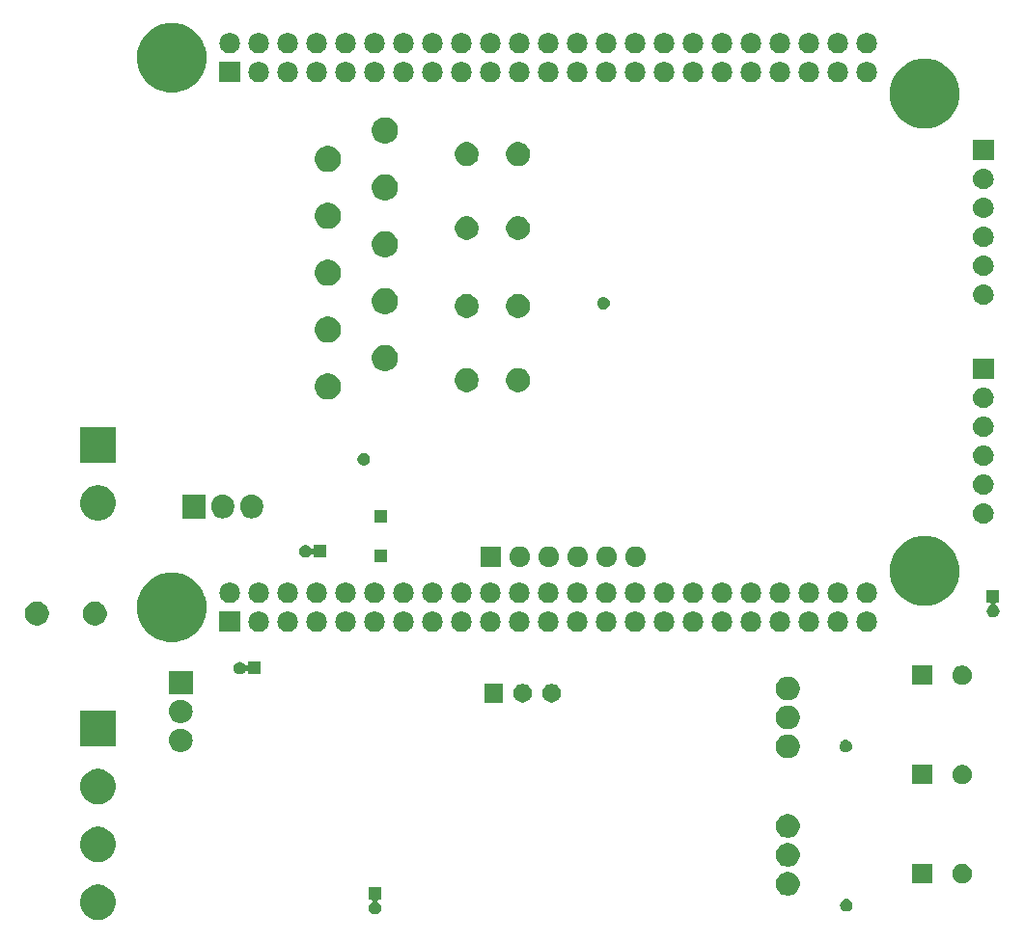
<source format=gbs>
G04 #@! TF.GenerationSoftware,KiCad,Pcbnew,5.0.2-bee76a0~70~ubuntu18.04.1*
G04 #@! TF.CreationDate,2019-08-05T20:33:20-05:00*
G04 #@! TF.ProjectId,BBB_SHIELD_V2,4242425f-5348-4494-954c-445f56322e6b,rev?*
G04 #@! TF.SameCoordinates,Original*
G04 #@! TF.FileFunction,Soldermask,Bot*
G04 #@! TF.FilePolarity,Negative*
%FSLAX46Y46*%
G04 Gerber Fmt 4.6, Leading zero omitted, Abs format (unit mm)*
G04 Created by KiCad (PCBNEW 5.0.2-bee76a0~70~ubuntu18.04.1) date Mon 05 Aug 2019 08:33:20 PM CDT*
%MOMM*%
%LPD*%
G01*
G04 APERTURE LIST*
%ADD10C,0.100000*%
G04 APERTURE END LIST*
D10*
G36*
X112852527Y-139948736D02*
X112952410Y-139968604D01*
X113234674Y-140085521D01*
X113488705Y-140255259D01*
X113704741Y-140471295D01*
X113874479Y-140725326D01*
X113991396Y-141007590D01*
X113991396Y-141007591D01*
X114051000Y-141307238D01*
X114051000Y-141612762D01*
X114041126Y-141662400D01*
X113991396Y-141912410D01*
X113874479Y-142194674D01*
X113704741Y-142448705D01*
X113488705Y-142664741D01*
X113234674Y-142834479D01*
X112952410Y-142951396D01*
X112852527Y-142971264D01*
X112652762Y-143011000D01*
X112347238Y-143011000D01*
X112147473Y-142971264D01*
X112047590Y-142951396D01*
X111765326Y-142834479D01*
X111511295Y-142664741D01*
X111295259Y-142448705D01*
X111125521Y-142194674D01*
X111008604Y-141912410D01*
X110958874Y-141662400D01*
X110949000Y-141612762D01*
X110949000Y-141307238D01*
X111008604Y-141007591D01*
X111008604Y-141007590D01*
X111125521Y-140725326D01*
X111295259Y-140471295D01*
X111511295Y-140255259D01*
X111765326Y-140085521D01*
X112047590Y-139968604D01*
X112147473Y-139948736D01*
X112347238Y-139909000D01*
X112652762Y-139909000D01*
X112852527Y-139948736D01*
X112852527Y-139948736D01*
G37*
G36*
X137351000Y-141251000D02*
X137122738Y-141251000D01*
X137098352Y-141253402D01*
X137074903Y-141260515D01*
X137053292Y-141272066D01*
X137034350Y-141287612D01*
X137018804Y-141306554D01*
X137007253Y-141328165D01*
X137000140Y-141351614D01*
X136997738Y-141376000D01*
X137000140Y-141400386D01*
X137007253Y-141423835D01*
X137018804Y-141445446D01*
X137034350Y-141464388D01*
X137063808Y-141486236D01*
X137107600Y-141509644D01*
X137191501Y-141578499D01*
X137260356Y-141662400D01*
X137311521Y-141758121D01*
X137343027Y-141861985D01*
X137353666Y-141970000D01*
X137343027Y-142078015D01*
X137311521Y-142181879D01*
X137260356Y-142277600D01*
X137191501Y-142361501D01*
X137107600Y-142430356D01*
X137011879Y-142481521D01*
X136908015Y-142513027D01*
X136827067Y-142521000D01*
X136772933Y-142521000D01*
X136691985Y-142513027D01*
X136588121Y-142481521D01*
X136492400Y-142430356D01*
X136408499Y-142361501D01*
X136339644Y-142277600D01*
X136288479Y-142181879D01*
X136256973Y-142078015D01*
X136246334Y-141970000D01*
X136256973Y-141861985D01*
X136288479Y-141758121D01*
X136339644Y-141662400D01*
X136408499Y-141578499D01*
X136492400Y-141509644D01*
X136536195Y-141486234D01*
X136556561Y-141472626D01*
X136573889Y-141455299D01*
X136587502Y-141434924D01*
X136596880Y-141412285D01*
X136601660Y-141388252D01*
X136601660Y-141363748D01*
X136596879Y-141339714D01*
X136587502Y-141317075D01*
X136573888Y-141296701D01*
X136556561Y-141279373D01*
X136536186Y-141265760D01*
X136513547Y-141256382D01*
X136477262Y-141251000D01*
X136249000Y-141251000D01*
X136249000Y-140149000D01*
X137351000Y-140149000D01*
X137351000Y-141251000D01*
X137351000Y-141251000D01*
G37*
G36*
X178310721Y-141180174D02*
X178410995Y-141221709D01*
X178501245Y-141282012D01*
X178577988Y-141358755D01*
X178638291Y-141449005D01*
X178679826Y-141549279D01*
X178701000Y-141655730D01*
X178701000Y-141764270D01*
X178679826Y-141870721D01*
X178638291Y-141970995D01*
X178577988Y-142061245D01*
X178501245Y-142137988D01*
X178410995Y-142198291D01*
X178310721Y-142239826D01*
X178204270Y-142261000D01*
X178095730Y-142261000D01*
X177989279Y-142239826D01*
X177889005Y-142198291D01*
X177798755Y-142137988D01*
X177722012Y-142061245D01*
X177661709Y-141970995D01*
X177620174Y-141870721D01*
X177599000Y-141764270D01*
X177599000Y-141655730D01*
X177620174Y-141549279D01*
X177661709Y-141449005D01*
X177722012Y-141358755D01*
X177798755Y-141282012D01*
X177889005Y-141221709D01*
X177989279Y-141180174D01*
X178095730Y-141159000D01*
X178204270Y-141159000D01*
X178310721Y-141180174D01*
X178310721Y-141180174D01*
G37*
G36*
X173316565Y-138819389D02*
X173507834Y-138898615D01*
X173679976Y-139013637D01*
X173826363Y-139160024D01*
X173941385Y-139332166D01*
X174020611Y-139523435D01*
X174061000Y-139726484D01*
X174061000Y-139933516D01*
X174020611Y-140136565D01*
X173941385Y-140327834D01*
X173826363Y-140499976D01*
X173679976Y-140646363D01*
X173507834Y-140761385D01*
X173316565Y-140840611D01*
X173113516Y-140881000D01*
X172906484Y-140881000D01*
X172703435Y-140840611D01*
X172512166Y-140761385D01*
X172340024Y-140646363D01*
X172193637Y-140499976D01*
X172078615Y-140327834D01*
X171999389Y-140136565D01*
X171959000Y-139933516D01*
X171959000Y-139726484D01*
X171999389Y-139523435D01*
X172078615Y-139332166D01*
X172193637Y-139160024D01*
X172340024Y-139013637D01*
X172512166Y-138898615D01*
X172703435Y-138819389D01*
X172906484Y-138779000D01*
X173113516Y-138779000D01*
X173316565Y-138819389D01*
X173316565Y-138819389D01*
G37*
G36*
X188558228Y-138111703D02*
X188713100Y-138175853D01*
X188852481Y-138268985D01*
X188971015Y-138387519D01*
X189064147Y-138526900D01*
X189128297Y-138681772D01*
X189161000Y-138846184D01*
X189161000Y-139013816D01*
X189128297Y-139178228D01*
X189064147Y-139333100D01*
X188971015Y-139472481D01*
X188852481Y-139591015D01*
X188713100Y-139684147D01*
X188558228Y-139748297D01*
X188393816Y-139781000D01*
X188226184Y-139781000D01*
X188061772Y-139748297D01*
X187906900Y-139684147D01*
X187767519Y-139591015D01*
X187648985Y-139472481D01*
X187555853Y-139333100D01*
X187491703Y-139178228D01*
X187459000Y-139013816D01*
X187459000Y-138846184D01*
X187491703Y-138681772D01*
X187555853Y-138526900D01*
X187648985Y-138387519D01*
X187767519Y-138268985D01*
X187906900Y-138175853D01*
X188061772Y-138111703D01*
X188226184Y-138079000D01*
X188393816Y-138079000D01*
X188558228Y-138111703D01*
X188558228Y-138111703D01*
G37*
G36*
X185661000Y-139781000D02*
X183959000Y-139781000D01*
X183959000Y-138079000D01*
X185661000Y-138079000D01*
X185661000Y-139781000D01*
X185661000Y-139781000D01*
G37*
G36*
X173316565Y-136279389D02*
X173507834Y-136358615D01*
X173679976Y-136473637D01*
X173826363Y-136620024D01*
X173941385Y-136792166D01*
X174020611Y-136983435D01*
X174061000Y-137186484D01*
X174061000Y-137393516D01*
X174020611Y-137596565D01*
X173941385Y-137787834D01*
X173826363Y-137959976D01*
X173679976Y-138106363D01*
X173507834Y-138221385D01*
X173316565Y-138300611D01*
X173113516Y-138341000D01*
X172906484Y-138341000D01*
X172703435Y-138300611D01*
X172512166Y-138221385D01*
X172340024Y-138106363D01*
X172193637Y-137959976D01*
X172078615Y-137787834D01*
X171999389Y-137596565D01*
X171959000Y-137393516D01*
X171959000Y-137186484D01*
X171999389Y-136983435D01*
X172078615Y-136792166D01*
X172193637Y-136620024D01*
X172340024Y-136473637D01*
X172512166Y-136358615D01*
X172703435Y-136279389D01*
X172906484Y-136239000D01*
X173113516Y-136239000D01*
X173316565Y-136279389D01*
X173316565Y-136279389D01*
G37*
G36*
X112852527Y-134868736D02*
X112952410Y-134888604D01*
X113234674Y-135005521D01*
X113488705Y-135175259D01*
X113704741Y-135391295D01*
X113874479Y-135645326D01*
X113991396Y-135927590D01*
X114051000Y-136227240D01*
X114051000Y-136532760D01*
X113991396Y-136832410D01*
X113874479Y-137114674D01*
X113704741Y-137368705D01*
X113488705Y-137584741D01*
X113234674Y-137754479D01*
X112952410Y-137871396D01*
X112852527Y-137891264D01*
X112652762Y-137931000D01*
X112347238Y-137931000D01*
X112147473Y-137891264D01*
X112047590Y-137871396D01*
X111765326Y-137754479D01*
X111511295Y-137584741D01*
X111295259Y-137368705D01*
X111125521Y-137114674D01*
X111008604Y-136832410D01*
X110949000Y-136532760D01*
X110949000Y-136227240D01*
X111008604Y-135927590D01*
X111125521Y-135645326D01*
X111295259Y-135391295D01*
X111511295Y-135175259D01*
X111765326Y-135005521D01*
X112047590Y-134888604D01*
X112147473Y-134868736D01*
X112347238Y-134829000D01*
X112652762Y-134829000D01*
X112852527Y-134868736D01*
X112852527Y-134868736D01*
G37*
G36*
X173316565Y-133739389D02*
X173507834Y-133818615D01*
X173679976Y-133933637D01*
X173826363Y-134080024D01*
X173941385Y-134252166D01*
X174020611Y-134443435D01*
X174061000Y-134646484D01*
X174061000Y-134853516D01*
X174020611Y-135056565D01*
X173941385Y-135247834D01*
X173826363Y-135419976D01*
X173679976Y-135566363D01*
X173507834Y-135681385D01*
X173316565Y-135760611D01*
X173113516Y-135801000D01*
X172906484Y-135801000D01*
X172703435Y-135760611D01*
X172512166Y-135681385D01*
X172340024Y-135566363D01*
X172193637Y-135419976D01*
X172078615Y-135247834D01*
X171999389Y-135056565D01*
X171959000Y-134853516D01*
X171959000Y-134646484D01*
X171999389Y-134443435D01*
X172078615Y-134252166D01*
X172193637Y-134080024D01*
X172340024Y-133933637D01*
X172512166Y-133818615D01*
X172703435Y-133739389D01*
X172906484Y-133699000D01*
X173113516Y-133699000D01*
X173316565Y-133739389D01*
X173316565Y-133739389D01*
G37*
G36*
X112852527Y-129788736D02*
X112952410Y-129808604D01*
X113234674Y-129925521D01*
X113488705Y-130095259D01*
X113704741Y-130311295D01*
X113874479Y-130565326D01*
X113968569Y-130792481D01*
X113991396Y-130847591D01*
X114041803Y-131101000D01*
X114051000Y-131147240D01*
X114051000Y-131452760D01*
X113991396Y-131752410D01*
X113874479Y-132034674D01*
X113704741Y-132288705D01*
X113488705Y-132504741D01*
X113234674Y-132674479D01*
X112952410Y-132791396D01*
X112852527Y-132811264D01*
X112652762Y-132851000D01*
X112347238Y-132851000D01*
X112147473Y-132811264D01*
X112047590Y-132791396D01*
X111765326Y-132674479D01*
X111511295Y-132504741D01*
X111295259Y-132288705D01*
X111125521Y-132034674D01*
X111008604Y-131752410D01*
X110949000Y-131452760D01*
X110949000Y-131147240D01*
X110958198Y-131101000D01*
X111008604Y-130847591D01*
X111031431Y-130792481D01*
X111125521Y-130565326D01*
X111295259Y-130311295D01*
X111511295Y-130095259D01*
X111765326Y-129925521D01*
X112047590Y-129808604D01*
X112147473Y-129788736D01*
X112347238Y-129749000D01*
X112652762Y-129749000D01*
X112852527Y-129788736D01*
X112852527Y-129788736D01*
G37*
G36*
X188558228Y-129431703D02*
X188713100Y-129495853D01*
X188852481Y-129588985D01*
X188971015Y-129707519D01*
X189064147Y-129846900D01*
X189128297Y-130001772D01*
X189161000Y-130166184D01*
X189161000Y-130333816D01*
X189128297Y-130498228D01*
X189064147Y-130653100D01*
X188971015Y-130792481D01*
X188852481Y-130911015D01*
X188713100Y-131004147D01*
X188558228Y-131068297D01*
X188393816Y-131101000D01*
X188226184Y-131101000D01*
X188061772Y-131068297D01*
X187906900Y-131004147D01*
X187767519Y-130911015D01*
X187648985Y-130792481D01*
X187555853Y-130653100D01*
X187491703Y-130498228D01*
X187459000Y-130333816D01*
X187459000Y-130166184D01*
X187491703Y-130001772D01*
X187555853Y-129846900D01*
X187648985Y-129707519D01*
X187767519Y-129588985D01*
X187906900Y-129495853D01*
X188061772Y-129431703D01*
X188226184Y-129399000D01*
X188393816Y-129399000D01*
X188558228Y-129431703D01*
X188558228Y-129431703D01*
G37*
G36*
X185661000Y-131101000D02*
X183959000Y-131101000D01*
X183959000Y-129399000D01*
X185661000Y-129399000D01*
X185661000Y-131101000D01*
X185661000Y-131101000D01*
G37*
G36*
X173316565Y-126749389D02*
X173507834Y-126828615D01*
X173679976Y-126943637D01*
X173826363Y-127090024D01*
X173941385Y-127262166D01*
X174020611Y-127453435D01*
X174061000Y-127656484D01*
X174061000Y-127863516D01*
X174020611Y-128066565D01*
X173941385Y-128257834D01*
X173826363Y-128429976D01*
X173679976Y-128576363D01*
X173507834Y-128691385D01*
X173316565Y-128770611D01*
X173113516Y-128811000D01*
X172906484Y-128811000D01*
X172703435Y-128770611D01*
X172512166Y-128691385D01*
X172340024Y-128576363D01*
X172193637Y-128429976D01*
X172078615Y-128257834D01*
X171999389Y-128066565D01*
X171959000Y-127863516D01*
X171959000Y-127656484D01*
X171999389Y-127453435D01*
X172078615Y-127262166D01*
X172193637Y-127090024D01*
X172340024Y-126943637D01*
X172512166Y-126828615D01*
X172703435Y-126749389D01*
X172906484Y-126709000D01*
X173113516Y-126709000D01*
X173316565Y-126749389D01*
X173316565Y-126749389D01*
G37*
G36*
X178260721Y-127200174D02*
X178360995Y-127241709D01*
X178451245Y-127302012D01*
X178527988Y-127378755D01*
X178588291Y-127469005D01*
X178629826Y-127569279D01*
X178651000Y-127675730D01*
X178651000Y-127784270D01*
X178629826Y-127890721D01*
X178588291Y-127990995D01*
X178527988Y-128081245D01*
X178451245Y-128157988D01*
X178360995Y-128218291D01*
X178260721Y-128259826D01*
X178154270Y-128281000D01*
X178045730Y-128281000D01*
X177939279Y-128259826D01*
X177839005Y-128218291D01*
X177748755Y-128157988D01*
X177672012Y-128081245D01*
X177611709Y-127990995D01*
X177570174Y-127890721D01*
X177549000Y-127784270D01*
X177549000Y-127675730D01*
X177570174Y-127569279D01*
X177611709Y-127469005D01*
X177672012Y-127378755D01*
X177748755Y-127302012D01*
X177839005Y-127241709D01*
X177939279Y-127200174D01*
X178045730Y-127179000D01*
X178154270Y-127179000D01*
X178260721Y-127200174D01*
X178260721Y-127200174D01*
G37*
G36*
X119905764Y-126232308D02*
X119994220Y-126241020D01*
X120183381Y-126298401D01*
X120357712Y-126391583D01*
X120510515Y-126516985D01*
X120635917Y-126669788D01*
X120729099Y-126844119D01*
X120786480Y-127033280D01*
X120805855Y-127230000D01*
X120786480Y-127426720D01*
X120729099Y-127615881D01*
X120635917Y-127790212D01*
X120510515Y-127943015D01*
X120357712Y-128068417D01*
X120183381Y-128161599D01*
X119994220Y-128218980D01*
X119905764Y-128227692D01*
X119846796Y-128233500D01*
X119653204Y-128233500D01*
X119594236Y-128227692D01*
X119505780Y-128218980D01*
X119316619Y-128161599D01*
X119142288Y-128068417D01*
X118989485Y-127943015D01*
X118864083Y-127790212D01*
X118770901Y-127615881D01*
X118713520Y-127426720D01*
X118694145Y-127230000D01*
X118713520Y-127033280D01*
X118770901Y-126844119D01*
X118864083Y-126669788D01*
X118989485Y-126516985D01*
X119142288Y-126391583D01*
X119316619Y-126298401D01*
X119505780Y-126241020D01*
X119594236Y-126232308D01*
X119653204Y-126226500D01*
X119846796Y-126226500D01*
X119905764Y-126232308D01*
X119905764Y-126232308D01*
G37*
G36*
X114051000Y-127771000D02*
X110949000Y-127771000D01*
X110949000Y-124669000D01*
X114051000Y-124669000D01*
X114051000Y-127771000D01*
X114051000Y-127771000D01*
G37*
G36*
X173316565Y-124209389D02*
X173507834Y-124288615D01*
X173679976Y-124403637D01*
X173826363Y-124550024D01*
X173941385Y-124722166D01*
X174020611Y-124913435D01*
X174061000Y-125116484D01*
X174061000Y-125323516D01*
X174020611Y-125526565D01*
X173941385Y-125717834D01*
X173826363Y-125889976D01*
X173679976Y-126036363D01*
X173507834Y-126151385D01*
X173316565Y-126230611D01*
X173113516Y-126271000D01*
X172906484Y-126271000D01*
X172703435Y-126230611D01*
X172512166Y-126151385D01*
X172340024Y-126036363D01*
X172193637Y-125889976D01*
X172078615Y-125717834D01*
X171999389Y-125526565D01*
X171959000Y-125323516D01*
X171959000Y-125116484D01*
X171999389Y-124913435D01*
X172078615Y-124722166D01*
X172193637Y-124550024D01*
X172340024Y-124403637D01*
X172512166Y-124288615D01*
X172703435Y-124209389D01*
X172906484Y-124169000D01*
X173113516Y-124169000D01*
X173316565Y-124209389D01*
X173316565Y-124209389D01*
G37*
G36*
X119905764Y-123692308D02*
X119994220Y-123701020D01*
X120183381Y-123758401D01*
X120357712Y-123851583D01*
X120510515Y-123976985D01*
X120635917Y-124129788D01*
X120729099Y-124304119D01*
X120786480Y-124493280D01*
X120805855Y-124690000D01*
X120786480Y-124886720D01*
X120729099Y-125075881D01*
X120635917Y-125250212D01*
X120510515Y-125403015D01*
X120357712Y-125528417D01*
X120183381Y-125621599D01*
X119994220Y-125678980D01*
X119905764Y-125687692D01*
X119846796Y-125693500D01*
X119653204Y-125693500D01*
X119594236Y-125687692D01*
X119505780Y-125678980D01*
X119316619Y-125621599D01*
X119142288Y-125528417D01*
X118989485Y-125403015D01*
X118864083Y-125250212D01*
X118770901Y-125075881D01*
X118713520Y-124886720D01*
X118694145Y-124690000D01*
X118713520Y-124493280D01*
X118770901Y-124304119D01*
X118864083Y-124129788D01*
X118989485Y-123976985D01*
X119142288Y-123851583D01*
X119316619Y-123758401D01*
X119505780Y-123701020D01*
X119594236Y-123692308D01*
X119653204Y-123686500D01*
X119846796Y-123686500D01*
X119905764Y-123692308D01*
X119905764Y-123692308D01*
G37*
G36*
X149996560Y-122320166D02*
X150119285Y-122371000D01*
X150144153Y-122381301D01*
X150275213Y-122468873D01*
X150276985Y-122470057D01*
X150389943Y-122583015D01*
X150478700Y-122715849D01*
X150539834Y-122863440D01*
X150571000Y-123020122D01*
X150571000Y-123179878D01*
X150539834Y-123336560D01*
X150478700Y-123484151D01*
X150389943Y-123616985D01*
X150276985Y-123729943D01*
X150276982Y-123729945D01*
X150144153Y-123818699D01*
X150144152Y-123818700D01*
X150144151Y-123818700D01*
X149996560Y-123879834D01*
X149839878Y-123911000D01*
X149680122Y-123911000D01*
X149523440Y-123879834D01*
X149375849Y-123818700D01*
X149375848Y-123818700D01*
X149375847Y-123818699D01*
X149243018Y-123729945D01*
X149243015Y-123729943D01*
X149130057Y-123616985D01*
X149041300Y-123484151D01*
X148980166Y-123336560D01*
X148949000Y-123179878D01*
X148949000Y-123020122D01*
X148980166Y-122863440D01*
X149041300Y-122715849D01*
X149130057Y-122583015D01*
X149243015Y-122470057D01*
X149244787Y-122468873D01*
X149375847Y-122381301D01*
X149400716Y-122371000D01*
X149523440Y-122320166D01*
X149680122Y-122289000D01*
X149839878Y-122289000D01*
X149996560Y-122320166D01*
X149996560Y-122320166D01*
G37*
G36*
X152536560Y-122320166D02*
X152659285Y-122371000D01*
X152684153Y-122381301D01*
X152815213Y-122468873D01*
X152816985Y-122470057D01*
X152929943Y-122583015D01*
X153018700Y-122715849D01*
X153079834Y-122863440D01*
X153111000Y-123020122D01*
X153111000Y-123179878D01*
X153079834Y-123336560D01*
X153018700Y-123484151D01*
X152929943Y-123616985D01*
X152816985Y-123729943D01*
X152816982Y-123729945D01*
X152684153Y-123818699D01*
X152684152Y-123818700D01*
X152684151Y-123818700D01*
X152536560Y-123879834D01*
X152379878Y-123911000D01*
X152220122Y-123911000D01*
X152063440Y-123879834D01*
X151915849Y-123818700D01*
X151915848Y-123818700D01*
X151915847Y-123818699D01*
X151783018Y-123729945D01*
X151783015Y-123729943D01*
X151670057Y-123616985D01*
X151581300Y-123484151D01*
X151520166Y-123336560D01*
X151489000Y-123179878D01*
X151489000Y-123020122D01*
X151520166Y-122863440D01*
X151581300Y-122715849D01*
X151670057Y-122583015D01*
X151783015Y-122470057D01*
X151784787Y-122468873D01*
X151915847Y-122381301D01*
X151940716Y-122371000D01*
X152063440Y-122320166D01*
X152220122Y-122289000D01*
X152379878Y-122289000D01*
X152536560Y-122320166D01*
X152536560Y-122320166D01*
G37*
G36*
X148031000Y-123911000D02*
X146409000Y-123911000D01*
X146409000Y-122289000D01*
X148031000Y-122289000D01*
X148031000Y-123911000D01*
X148031000Y-123911000D01*
G37*
G36*
X173316565Y-121669389D02*
X173507834Y-121748615D01*
X173679976Y-121863637D01*
X173826363Y-122010024D01*
X173941385Y-122182166D01*
X174020611Y-122373435D01*
X174061000Y-122576484D01*
X174061000Y-122783516D01*
X174020611Y-122986565D01*
X173941385Y-123177834D01*
X173826363Y-123349976D01*
X173679976Y-123496363D01*
X173507834Y-123611385D01*
X173316565Y-123690611D01*
X173113516Y-123731000D01*
X172906484Y-123731000D01*
X172703435Y-123690611D01*
X172512166Y-123611385D01*
X172340024Y-123496363D01*
X172193637Y-123349976D01*
X172078615Y-123177834D01*
X171999389Y-122986565D01*
X171959000Y-122783516D01*
X171959000Y-122576484D01*
X171999389Y-122373435D01*
X172078615Y-122182166D01*
X172193637Y-122010024D01*
X172340024Y-121863637D01*
X172512166Y-121748615D01*
X172703435Y-121669389D01*
X172906484Y-121629000D01*
X173113516Y-121629000D01*
X173316565Y-121669389D01*
X173316565Y-121669389D01*
G37*
G36*
X120801000Y-123153500D02*
X118699000Y-123153500D01*
X118699000Y-121146500D01*
X120801000Y-121146500D01*
X120801000Y-123153500D01*
X120801000Y-123153500D01*
G37*
G36*
X185661000Y-122371000D02*
X183959000Y-122371000D01*
X183959000Y-120669000D01*
X185661000Y-120669000D01*
X185661000Y-122371000D01*
X185661000Y-122371000D01*
G37*
G36*
X188558228Y-120701703D02*
X188713100Y-120765853D01*
X188852481Y-120858985D01*
X188971015Y-120977519D01*
X189064147Y-121116900D01*
X189128297Y-121271772D01*
X189161000Y-121436184D01*
X189161000Y-121603816D01*
X189128297Y-121768228D01*
X189064147Y-121923100D01*
X188971015Y-122062481D01*
X188852481Y-122181015D01*
X188713100Y-122274147D01*
X188558228Y-122338297D01*
X188393816Y-122371000D01*
X188226184Y-122371000D01*
X188061772Y-122338297D01*
X187906900Y-122274147D01*
X187767519Y-122181015D01*
X187648985Y-122062481D01*
X187555853Y-121923100D01*
X187491703Y-121768228D01*
X187459000Y-121603816D01*
X187459000Y-121436184D01*
X187491703Y-121271772D01*
X187555853Y-121116900D01*
X187648985Y-120977519D01*
X187767519Y-120858985D01*
X187906900Y-120765853D01*
X188061772Y-120701703D01*
X188226184Y-120669000D01*
X188393816Y-120669000D01*
X188558228Y-120701703D01*
X188558228Y-120701703D01*
G37*
G36*
X125038015Y-120356973D02*
X125141879Y-120388479D01*
X125237600Y-120439644D01*
X125321501Y-120508499D01*
X125390356Y-120592400D01*
X125413766Y-120636195D01*
X125427374Y-120656561D01*
X125444701Y-120673889D01*
X125465076Y-120687502D01*
X125487715Y-120696880D01*
X125511748Y-120701660D01*
X125536252Y-120701660D01*
X125560286Y-120696879D01*
X125582925Y-120687502D01*
X125603299Y-120673888D01*
X125620627Y-120656561D01*
X125634240Y-120636186D01*
X125643618Y-120613547D01*
X125649000Y-120577262D01*
X125649000Y-120349000D01*
X126751000Y-120349000D01*
X126751000Y-121451000D01*
X125649000Y-121451000D01*
X125649000Y-121222738D01*
X125646598Y-121198352D01*
X125639485Y-121174903D01*
X125627934Y-121153292D01*
X125612388Y-121134350D01*
X125593446Y-121118804D01*
X125571835Y-121107253D01*
X125548386Y-121100140D01*
X125524000Y-121097738D01*
X125499614Y-121100140D01*
X125476165Y-121107253D01*
X125454554Y-121118804D01*
X125435612Y-121134350D01*
X125413764Y-121163808D01*
X125390356Y-121207600D01*
X125321501Y-121291501D01*
X125237600Y-121360356D01*
X125141879Y-121411521D01*
X125038015Y-121443027D01*
X124957067Y-121451000D01*
X124902933Y-121451000D01*
X124821985Y-121443027D01*
X124718121Y-121411521D01*
X124622400Y-121360356D01*
X124538499Y-121291501D01*
X124469644Y-121207600D01*
X124418479Y-121111879D01*
X124386973Y-121008015D01*
X124376334Y-120900000D01*
X124386973Y-120791985D01*
X124418479Y-120688121D01*
X124469644Y-120592400D01*
X124538499Y-120508499D01*
X124622400Y-120439644D01*
X124718121Y-120388479D01*
X124821985Y-120356973D01*
X124902933Y-120349000D01*
X124957067Y-120349000D01*
X125038015Y-120356973D01*
X125038015Y-120356973D01*
G37*
G36*
X119869941Y-112606248D02*
X119869943Y-112606249D01*
X119869944Y-112606249D01*
X120425190Y-112836239D01*
X120425191Y-112836240D01*
X120924902Y-113170136D01*
X121349864Y-113595098D01*
X121349866Y-113595101D01*
X121683761Y-114094810D01*
X121899838Y-114616467D01*
X121913752Y-114650059D01*
X122031000Y-115239501D01*
X122031000Y-115840499D01*
X121916413Y-116416565D01*
X121913751Y-116429944D01*
X121683761Y-116985190D01*
X121572970Y-117151000D01*
X121349864Y-117484902D01*
X120924902Y-117909864D01*
X120924899Y-117909866D01*
X120425190Y-118243761D01*
X119869944Y-118473751D01*
X119869943Y-118473751D01*
X119869941Y-118473752D01*
X119280499Y-118591000D01*
X118679501Y-118591000D01*
X118090059Y-118473752D01*
X118090057Y-118473751D01*
X118090056Y-118473751D01*
X117534810Y-118243761D01*
X117035101Y-117909866D01*
X117035098Y-117909864D01*
X116610136Y-117484902D01*
X116387030Y-117151000D01*
X116276239Y-116985190D01*
X116046249Y-116429944D01*
X116043588Y-116416565D01*
X115929000Y-115840499D01*
X115929000Y-115239501D01*
X116046248Y-114650059D01*
X116060162Y-114616467D01*
X116276239Y-114094810D01*
X116610134Y-113595101D01*
X116610136Y-113595098D01*
X117035098Y-113170136D01*
X117534809Y-112836240D01*
X117534810Y-112836239D01*
X118090056Y-112606249D01*
X118090057Y-112606249D01*
X118090059Y-112606248D01*
X118679501Y-112489000D01*
X119280499Y-112489000D01*
X119869941Y-112606248D01*
X119869941Y-112606248D01*
G37*
G36*
X124961000Y-117711000D02*
X123159000Y-117711000D01*
X123159000Y-115909000D01*
X124961000Y-115909000D01*
X124961000Y-117711000D01*
X124961000Y-117711000D01*
G37*
G36*
X172430443Y-115915519D02*
X172496627Y-115922037D01*
X172609853Y-115956384D01*
X172666467Y-115973557D01*
X172805087Y-116047652D01*
X172822991Y-116057222D01*
X172858729Y-116086552D01*
X172960186Y-116169814D01*
X173043448Y-116271271D01*
X173072778Y-116307009D01*
X173072779Y-116307011D01*
X173156443Y-116463533D01*
X173156443Y-116463534D01*
X173207963Y-116633373D01*
X173225359Y-116810000D01*
X173207963Y-116986627D01*
X173191352Y-117041385D01*
X173156443Y-117156467D01*
X173154020Y-117161000D01*
X173072778Y-117312991D01*
X173043448Y-117348729D01*
X172960186Y-117450186D01*
X172858729Y-117533448D01*
X172822991Y-117562778D01*
X172822989Y-117562779D01*
X172666467Y-117646443D01*
X172609853Y-117663616D01*
X172496627Y-117697963D01*
X172430443Y-117704481D01*
X172364260Y-117711000D01*
X172275740Y-117711000D01*
X172209557Y-117704481D01*
X172143373Y-117697963D01*
X172030147Y-117663616D01*
X171973533Y-117646443D01*
X171817011Y-117562779D01*
X171817009Y-117562778D01*
X171781271Y-117533448D01*
X171679814Y-117450186D01*
X171596552Y-117348729D01*
X171567222Y-117312991D01*
X171485980Y-117161000D01*
X171483557Y-117156467D01*
X171448648Y-117041385D01*
X171432037Y-116986627D01*
X171414641Y-116810000D01*
X171432037Y-116633373D01*
X171483557Y-116463534D01*
X171483557Y-116463533D01*
X171567221Y-116307011D01*
X171567222Y-116307009D01*
X171596552Y-116271271D01*
X171679814Y-116169814D01*
X171781271Y-116086552D01*
X171817009Y-116057222D01*
X171834913Y-116047652D01*
X171973533Y-115973557D01*
X172030147Y-115956384D01*
X172143373Y-115922037D01*
X172209557Y-115915519D01*
X172275740Y-115909000D01*
X172364260Y-115909000D01*
X172430443Y-115915519D01*
X172430443Y-115915519D01*
G37*
G36*
X174970443Y-115915519D02*
X175036627Y-115922037D01*
X175149853Y-115956384D01*
X175206467Y-115973557D01*
X175345087Y-116047652D01*
X175362991Y-116057222D01*
X175398729Y-116086552D01*
X175500186Y-116169814D01*
X175583448Y-116271271D01*
X175612778Y-116307009D01*
X175612779Y-116307011D01*
X175696443Y-116463533D01*
X175696443Y-116463534D01*
X175747963Y-116633373D01*
X175765359Y-116810000D01*
X175747963Y-116986627D01*
X175731352Y-117041385D01*
X175696443Y-117156467D01*
X175694020Y-117161000D01*
X175612778Y-117312991D01*
X175583448Y-117348729D01*
X175500186Y-117450186D01*
X175398729Y-117533448D01*
X175362991Y-117562778D01*
X175362989Y-117562779D01*
X175206467Y-117646443D01*
X175149853Y-117663616D01*
X175036627Y-117697963D01*
X174970443Y-117704481D01*
X174904260Y-117711000D01*
X174815740Y-117711000D01*
X174749557Y-117704481D01*
X174683373Y-117697963D01*
X174570147Y-117663616D01*
X174513533Y-117646443D01*
X174357011Y-117562779D01*
X174357009Y-117562778D01*
X174321271Y-117533448D01*
X174219814Y-117450186D01*
X174136552Y-117348729D01*
X174107222Y-117312991D01*
X174025980Y-117161000D01*
X174023557Y-117156467D01*
X173988648Y-117041385D01*
X173972037Y-116986627D01*
X173954641Y-116810000D01*
X173972037Y-116633373D01*
X174023557Y-116463534D01*
X174023557Y-116463533D01*
X174107221Y-116307011D01*
X174107222Y-116307009D01*
X174136552Y-116271271D01*
X174219814Y-116169814D01*
X174321271Y-116086552D01*
X174357009Y-116057222D01*
X174374913Y-116047652D01*
X174513533Y-115973557D01*
X174570147Y-115956384D01*
X174683373Y-115922037D01*
X174749557Y-115915519D01*
X174815740Y-115909000D01*
X174904260Y-115909000D01*
X174970443Y-115915519D01*
X174970443Y-115915519D01*
G37*
G36*
X177510443Y-115915519D02*
X177576627Y-115922037D01*
X177689853Y-115956384D01*
X177746467Y-115973557D01*
X177885087Y-116047652D01*
X177902991Y-116057222D01*
X177938729Y-116086552D01*
X178040186Y-116169814D01*
X178123448Y-116271271D01*
X178152778Y-116307009D01*
X178152779Y-116307011D01*
X178236443Y-116463533D01*
X178236443Y-116463534D01*
X178287963Y-116633373D01*
X178305359Y-116810000D01*
X178287963Y-116986627D01*
X178271352Y-117041385D01*
X178236443Y-117156467D01*
X178234020Y-117161000D01*
X178152778Y-117312991D01*
X178123448Y-117348729D01*
X178040186Y-117450186D01*
X177938729Y-117533448D01*
X177902991Y-117562778D01*
X177902989Y-117562779D01*
X177746467Y-117646443D01*
X177689853Y-117663616D01*
X177576627Y-117697963D01*
X177510443Y-117704481D01*
X177444260Y-117711000D01*
X177355740Y-117711000D01*
X177289557Y-117704481D01*
X177223373Y-117697963D01*
X177110147Y-117663616D01*
X177053533Y-117646443D01*
X176897011Y-117562779D01*
X176897009Y-117562778D01*
X176861271Y-117533448D01*
X176759814Y-117450186D01*
X176676552Y-117348729D01*
X176647222Y-117312991D01*
X176565980Y-117161000D01*
X176563557Y-117156467D01*
X176528648Y-117041385D01*
X176512037Y-116986627D01*
X176494641Y-116810000D01*
X176512037Y-116633373D01*
X176563557Y-116463534D01*
X176563557Y-116463533D01*
X176647221Y-116307011D01*
X176647222Y-116307009D01*
X176676552Y-116271271D01*
X176759814Y-116169814D01*
X176861271Y-116086552D01*
X176897009Y-116057222D01*
X176914913Y-116047652D01*
X177053533Y-115973557D01*
X177110147Y-115956384D01*
X177223373Y-115922037D01*
X177289557Y-115915519D01*
X177355740Y-115909000D01*
X177444260Y-115909000D01*
X177510443Y-115915519D01*
X177510443Y-115915519D01*
G37*
G36*
X180050443Y-115915519D02*
X180116627Y-115922037D01*
X180229853Y-115956384D01*
X180286467Y-115973557D01*
X180425087Y-116047652D01*
X180442991Y-116057222D01*
X180478729Y-116086552D01*
X180580186Y-116169814D01*
X180663448Y-116271271D01*
X180692778Y-116307009D01*
X180692779Y-116307011D01*
X180776443Y-116463533D01*
X180776443Y-116463534D01*
X180827963Y-116633373D01*
X180845359Y-116810000D01*
X180827963Y-116986627D01*
X180811352Y-117041385D01*
X180776443Y-117156467D01*
X180774020Y-117161000D01*
X180692778Y-117312991D01*
X180663448Y-117348729D01*
X180580186Y-117450186D01*
X180478729Y-117533448D01*
X180442991Y-117562778D01*
X180442989Y-117562779D01*
X180286467Y-117646443D01*
X180229853Y-117663616D01*
X180116627Y-117697963D01*
X180050443Y-117704481D01*
X179984260Y-117711000D01*
X179895740Y-117711000D01*
X179829557Y-117704481D01*
X179763373Y-117697963D01*
X179650147Y-117663616D01*
X179593533Y-117646443D01*
X179437011Y-117562779D01*
X179437009Y-117562778D01*
X179401271Y-117533448D01*
X179299814Y-117450186D01*
X179216552Y-117348729D01*
X179187222Y-117312991D01*
X179105980Y-117161000D01*
X179103557Y-117156467D01*
X179068648Y-117041385D01*
X179052037Y-116986627D01*
X179034641Y-116810000D01*
X179052037Y-116633373D01*
X179103557Y-116463534D01*
X179103557Y-116463533D01*
X179187221Y-116307011D01*
X179187222Y-116307009D01*
X179216552Y-116271271D01*
X179299814Y-116169814D01*
X179401271Y-116086552D01*
X179437009Y-116057222D01*
X179454913Y-116047652D01*
X179593533Y-115973557D01*
X179650147Y-115956384D01*
X179763373Y-115922037D01*
X179829557Y-115915519D01*
X179895740Y-115909000D01*
X179984260Y-115909000D01*
X180050443Y-115915519D01*
X180050443Y-115915519D01*
G37*
G36*
X139410443Y-115915519D02*
X139476627Y-115922037D01*
X139589853Y-115956384D01*
X139646467Y-115973557D01*
X139785087Y-116047652D01*
X139802991Y-116057222D01*
X139838729Y-116086552D01*
X139940186Y-116169814D01*
X140023448Y-116271271D01*
X140052778Y-116307009D01*
X140052779Y-116307011D01*
X140136443Y-116463533D01*
X140136443Y-116463534D01*
X140187963Y-116633373D01*
X140205359Y-116810000D01*
X140187963Y-116986627D01*
X140171352Y-117041385D01*
X140136443Y-117156467D01*
X140134020Y-117161000D01*
X140052778Y-117312991D01*
X140023448Y-117348729D01*
X139940186Y-117450186D01*
X139838729Y-117533448D01*
X139802991Y-117562778D01*
X139802989Y-117562779D01*
X139646467Y-117646443D01*
X139589853Y-117663616D01*
X139476627Y-117697963D01*
X139410443Y-117704481D01*
X139344260Y-117711000D01*
X139255740Y-117711000D01*
X139189557Y-117704481D01*
X139123373Y-117697963D01*
X139010147Y-117663616D01*
X138953533Y-117646443D01*
X138797011Y-117562779D01*
X138797009Y-117562778D01*
X138761271Y-117533448D01*
X138659814Y-117450186D01*
X138576552Y-117348729D01*
X138547222Y-117312991D01*
X138465980Y-117161000D01*
X138463557Y-117156467D01*
X138428648Y-117041385D01*
X138412037Y-116986627D01*
X138394641Y-116810000D01*
X138412037Y-116633373D01*
X138463557Y-116463534D01*
X138463557Y-116463533D01*
X138547221Y-116307011D01*
X138547222Y-116307009D01*
X138576552Y-116271271D01*
X138659814Y-116169814D01*
X138761271Y-116086552D01*
X138797009Y-116057222D01*
X138814913Y-116047652D01*
X138953533Y-115973557D01*
X139010147Y-115956384D01*
X139123373Y-115922037D01*
X139189557Y-115915519D01*
X139255740Y-115909000D01*
X139344260Y-115909000D01*
X139410443Y-115915519D01*
X139410443Y-115915519D01*
G37*
G36*
X134330443Y-115915519D02*
X134396627Y-115922037D01*
X134509853Y-115956384D01*
X134566467Y-115973557D01*
X134705087Y-116047652D01*
X134722991Y-116057222D01*
X134758729Y-116086552D01*
X134860186Y-116169814D01*
X134943448Y-116271271D01*
X134972778Y-116307009D01*
X134972779Y-116307011D01*
X135056443Y-116463533D01*
X135056443Y-116463534D01*
X135107963Y-116633373D01*
X135125359Y-116810000D01*
X135107963Y-116986627D01*
X135091352Y-117041385D01*
X135056443Y-117156467D01*
X135054020Y-117161000D01*
X134972778Y-117312991D01*
X134943448Y-117348729D01*
X134860186Y-117450186D01*
X134758729Y-117533448D01*
X134722991Y-117562778D01*
X134722989Y-117562779D01*
X134566467Y-117646443D01*
X134509853Y-117663616D01*
X134396627Y-117697963D01*
X134330443Y-117704481D01*
X134264260Y-117711000D01*
X134175740Y-117711000D01*
X134109557Y-117704481D01*
X134043373Y-117697963D01*
X133930147Y-117663616D01*
X133873533Y-117646443D01*
X133717011Y-117562779D01*
X133717009Y-117562778D01*
X133681271Y-117533448D01*
X133579814Y-117450186D01*
X133496552Y-117348729D01*
X133467222Y-117312991D01*
X133385980Y-117161000D01*
X133383557Y-117156467D01*
X133348648Y-117041385D01*
X133332037Y-116986627D01*
X133314641Y-116810000D01*
X133332037Y-116633373D01*
X133383557Y-116463534D01*
X133383557Y-116463533D01*
X133467221Y-116307011D01*
X133467222Y-116307009D01*
X133496552Y-116271271D01*
X133579814Y-116169814D01*
X133681271Y-116086552D01*
X133717009Y-116057222D01*
X133734913Y-116047652D01*
X133873533Y-115973557D01*
X133930147Y-115956384D01*
X134043373Y-115922037D01*
X134109557Y-115915519D01*
X134175740Y-115909000D01*
X134264260Y-115909000D01*
X134330443Y-115915519D01*
X134330443Y-115915519D01*
G37*
G36*
X131790443Y-115915519D02*
X131856627Y-115922037D01*
X131969853Y-115956384D01*
X132026467Y-115973557D01*
X132165087Y-116047652D01*
X132182991Y-116057222D01*
X132218729Y-116086552D01*
X132320186Y-116169814D01*
X132403448Y-116271271D01*
X132432778Y-116307009D01*
X132432779Y-116307011D01*
X132516443Y-116463533D01*
X132516443Y-116463534D01*
X132567963Y-116633373D01*
X132585359Y-116810000D01*
X132567963Y-116986627D01*
X132551352Y-117041385D01*
X132516443Y-117156467D01*
X132514020Y-117161000D01*
X132432778Y-117312991D01*
X132403448Y-117348729D01*
X132320186Y-117450186D01*
X132218729Y-117533448D01*
X132182991Y-117562778D01*
X132182989Y-117562779D01*
X132026467Y-117646443D01*
X131969853Y-117663616D01*
X131856627Y-117697963D01*
X131790443Y-117704481D01*
X131724260Y-117711000D01*
X131635740Y-117711000D01*
X131569557Y-117704481D01*
X131503373Y-117697963D01*
X131390147Y-117663616D01*
X131333533Y-117646443D01*
X131177011Y-117562779D01*
X131177009Y-117562778D01*
X131141271Y-117533448D01*
X131039814Y-117450186D01*
X130956552Y-117348729D01*
X130927222Y-117312991D01*
X130845980Y-117161000D01*
X130843557Y-117156467D01*
X130808648Y-117041385D01*
X130792037Y-116986627D01*
X130774641Y-116810000D01*
X130792037Y-116633373D01*
X130843557Y-116463534D01*
X130843557Y-116463533D01*
X130927221Y-116307011D01*
X130927222Y-116307009D01*
X130956552Y-116271271D01*
X131039814Y-116169814D01*
X131141271Y-116086552D01*
X131177009Y-116057222D01*
X131194913Y-116047652D01*
X131333533Y-115973557D01*
X131390147Y-115956384D01*
X131503373Y-115922037D01*
X131569557Y-115915519D01*
X131635740Y-115909000D01*
X131724260Y-115909000D01*
X131790443Y-115915519D01*
X131790443Y-115915519D01*
G37*
G36*
X129250443Y-115915519D02*
X129316627Y-115922037D01*
X129429853Y-115956384D01*
X129486467Y-115973557D01*
X129625087Y-116047652D01*
X129642991Y-116057222D01*
X129678729Y-116086552D01*
X129780186Y-116169814D01*
X129863448Y-116271271D01*
X129892778Y-116307009D01*
X129892779Y-116307011D01*
X129976443Y-116463533D01*
X129976443Y-116463534D01*
X130027963Y-116633373D01*
X130045359Y-116810000D01*
X130027963Y-116986627D01*
X130011352Y-117041385D01*
X129976443Y-117156467D01*
X129974020Y-117161000D01*
X129892778Y-117312991D01*
X129863448Y-117348729D01*
X129780186Y-117450186D01*
X129678729Y-117533448D01*
X129642991Y-117562778D01*
X129642989Y-117562779D01*
X129486467Y-117646443D01*
X129429853Y-117663616D01*
X129316627Y-117697963D01*
X129250443Y-117704481D01*
X129184260Y-117711000D01*
X129095740Y-117711000D01*
X129029557Y-117704481D01*
X128963373Y-117697963D01*
X128850147Y-117663616D01*
X128793533Y-117646443D01*
X128637011Y-117562779D01*
X128637009Y-117562778D01*
X128601271Y-117533448D01*
X128499814Y-117450186D01*
X128416552Y-117348729D01*
X128387222Y-117312991D01*
X128305980Y-117161000D01*
X128303557Y-117156467D01*
X128268648Y-117041385D01*
X128252037Y-116986627D01*
X128234641Y-116810000D01*
X128252037Y-116633373D01*
X128303557Y-116463534D01*
X128303557Y-116463533D01*
X128387221Y-116307011D01*
X128387222Y-116307009D01*
X128416552Y-116271271D01*
X128499814Y-116169814D01*
X128601271Y-116086552D01*
X128637009Y-116057222D01*
X128654913Y-116047652D01*
X128793533Y-115973557D01*
X128850147Y-115956384D01*
X128963373Y-115922037D01*
X129029557Y-115915519D01*
X129095740Y-115909000D01*
X129184260Y-115909000D01*
X129250443Y-115915519D01*
X129250443Y-115915519D01*
G37*
G36*
X126710443Y-115915519D02*
X126776627Y-115922037D01*
X126889853Y-115956384D01*
X126946467Y-115973557D01*
X127085087Y-116047652D01*
X127102991Y-116057222D01*
X127138729Y-116086552D01*
X127240186Y-116169814D01*
X127323448Y-116271271D01*
X127352778Y-116307009D01*
X127352779Y-116307011D01*
X127436443Y-116463533D01*
X127436443Y-116463534D01*
X127487963Y-116633373D01*
X127505359Y-116810000D01*
X127487963Y-116986627D01*
X127471352Y-117041385D01*
X127436443Y-117156467D01*
X127434020Y-117161000D01*
X127352778Y-117312991D01*
X127323448Y-117348729D01*
X127240186Y-117450186D01*
X127138729Y-117533448D01*
X127102991Y-117562778D01*
X127102989Y-117562779D01*
X126946467Y-117646443D01*
X126889853Y-117663616D01*
X126776627Y-117697963D01*
X126710443Y-117704481D01*
X126644260Y-117711000D01*
X126555740Y-117711000D01*
X126489557Y-117704481D01*
X126423373Y-117697963D01*
X126310147Y-117663616D01*
X126253533Y-117646443D01*
X126097011Y-117562779D01*
X126097009Y-117562778D01*
X126061271Y-117533448D01*
X125959814Y-117450186D01*
X125876552Y-117348729D01*
X125847222Y-117312991D01*
X125765980Y-117161000D01*
X125763557Y-117156467D01*
X125728648Y-117041385D01*
X125712037Y-116986627D01*
X125694641Y-116810000D01*
X125712037Y-116633373D01*
X125763557Y-116463534D01*
X125763557Y-116463533D01*
X125847221Y-116307011D01*
X125847222Y-116307009D01*
X125876552Y-116271271D01*
X125959814Y-116169814D01*
X126061271Y-116086552D01*
X126097009Y-116057222D01*
X126114913Y-116047652D01*
X126253533Y-115973557D01*
X126310147Y-115956384D01*
X126423373Y-115922037D01*
X126489557Y-115915519D01*
X126555740Y-115909000D01*
X126644260Y-115909000D01*
X126710443Y-115915519D01*
X126710443Y-115915519D01*
G37*
G36*
X136870443Y-115915519D02*
X136936627Y-115922037D01*
X137049853Y-115956384D01*
X137106467Y-115973557D01*
X137245087Y-116047652D01*
X137262991Y-116057222D01*
X137298729Y-116086552D01*
X137400186Y-116169814D01*
X137483448Y-116271271D01*
X137512778Y-116307009D01*
X137512779Y-116307011D01*
X137596443Y-116463533D01*
X137596443Y-116463534D01*
X137647963Y-116633373D01*
X137665359Y-116810000D01*
X137647963Y-116986627D01*
X137631352Y-117041385D01*
X137596443Y-117156467D01*
X137594020Y-117161000D01*
X137512778Y-117312991D01*
X137483448Y-117348729D01*
X137400186Y-117450186D01*
X137298729Y-117533448D01*
X137262991Y-117562778D01*
X137262989Y-117562779D01*
X137106467Y-117646443D01*
X137049853Y-117663616D01*
X136936627Y-117697963D01*
X136870443Y-117704481D01*
X136804260Y-117711000D01*
X136715740Y-117711000D01*
X136649557Y-117704481D01*
X136583373Y-117697963D01*
X136470147Y-117663616D01*
X136413533Y-117646443D01*
X136257011Y-117562779D01*
X136257009Y-117562778D01*
X136221271Y-117533448D01*
X136119814Y-117450186D01*
X136036552Y-117348729D01*
X136007222Y-117312991D01*
X135925980Y-117161000D01*
X135923557Y-117156467D01*
X135888648Y-117041385D01*
X135872037Y-116986627D01*
X135854641Y-116810000D01*
X135872037Y-116633373D01*
X135923557Y-116463534D01*
X135923557Y-116463533D01*
X136007221Y-116307011D01*
X136007222Y-116307009D01*
X136036552Y-116271271D01*
X136119814Y-116169814D01*
X136221271Y-116086552D01*
X136257009Y-116057222D01*
X136274913Y-116047652D01*
X136413533Y-115973557D01*
X136470147Y-115956384D01*
X136583373Y-115922037D01*
X136649557Y-115915519D01*
X136715740Y-115909000D01*
X136804260Y-115909000D01*
X136870443Y-115915519D01*
X136870443Y-115915519D01*
G37*
G36*
X147030443Y-115915519D02*
X147096627Y-115922037D01*
X147209853Y-115956384D01*
X147266467Y-115973557D01*
X147405087Y-116047652D01*
X147422991Y-116057222D01*
X147458729Y-116086552D01*
X147560186Y-116169814D01*
X147643448Y-116271271D01*
X147672778Y-116307009D01*
X147672779Y-116307011D01*
X147756443Y-116463533D01*
X147756443Y-116463534D01*
X147807963Y-116633373D01*
X147825359Y-116810000D01*
X147807963Y-116986627D01*
X147791352Y-117041385D01*
X147756443Y-117156467D01*
X147754020Y-117161000D01*
X147672778Y-117312991D01*
X147643448Y-117348729D01*
X147560186Y-117450186D01*
X147458729Y-117533448D01*
X147422991Y-117562778D01*
X147422989Y-117562779D01*
X147266467Y-117646443D01*
X147209853Y-117663616D01*
X147096627Y-117697963D01*
X147030443Y-117704481D01*
X146964260Y-117711000D01*
X146875740Y-117711000D01*
X146809557Y-117704481D01*
X146743373Y-117697963D01*
X146630147Y-117663616D01*
X146573533Y-117646443D01*
X146417011Y-117562779D01*
X146417009Y-117562778D01*
X146381271Y-117533448D01*
X146279814Y-117450186D01*
X146196552Y-117348729D01*
X146167222Y-117312991D01*
X146085980Y-117161000D01*
X146083557Y-117156467D01*
X146048648Y-117041385D01*
X146032037Y-116986627D01*
X146014641Y-116810000D01*
X146032037Y-116633373D01*
X146083557Y-116463534D01*
X146083557Y-116463533D01*
X146167221Y-116307011D01*
X146167222Y-116307009D01*
X146196552Y-116271271D01*
X146279814Y-116169814D01*
X146381271Y-116086552D01*
X146417009Y-116057222D01*
X146434913Y-116047652D01*
X146573533Y-115973557D01*
X146630147Y-115956384D01*
X146743373Y-115922037D01*
X146809557Y-115915519D01*
X146875740Y-115909000D01*
X146964260Y-115909000D01*
X147030443Y-115915519D01*
X147030443Y-115915519D01*
G37*
G36*
X149570443Y-115915519D02*
X149636627Y-115922037D01*
X149749853Y-115956384D01*
X149806467Y-115973557D01*
X149945087Y-116047652D01*
X149962991Y-116057222D01*
X149998729Y-116086552D01*
X150100186Y-116169814D01*
X150183448Y-116271271D01*
X150212778Y-116307009D01*
X150212779Y-116307011D01*
X150296443Y-116463533D01*
X150296443Y-116463534D01*
X150347963Y-116633373D01*
X150365359Y-116810000D01*
X150347963Y-116986627D01*
X150331352Y-117041385D01*
X150296443Y-117156467D01*
X150294020Y-117161000D01*
X150212778Y-117312991D01*
X150183448Y-117348729D01*
X150100186Y-117450186D01*
X149998729Y-117533448D01*
X149962991Y-117562778D01*
X149962989Y-117562779D01*
X149806467Y-117646443D01*
X149749853Y-117663616D01*
X149636627Y-117697963D01*
X149570443Y-117704481D01*
X149504260Y-117711000D01*
X149415740Y-117711000D01*
X149349557Y-117704481D01*
X149283373Y-117697963D01*
X149170147Y-117663616D01*
X149113533Y-117646443D01*
X148957011Y-117562779D01*
X148957009Y-117562778D01*
X148921271Y-117533448D01*
X148819814Y-117450186D01*
X148736552Y-117348729D01*
X148707222Y-117312991D01*
X148625980Y-117161000D01*
X148623557Y-117156467D01*
X148588648Y-117041385D01*
X148572037Y-116986627D01*
X148554641Y-116810000D01*
X148572037Y-116633373D01*
X148623557Y-116463534D01*
X148623557Y-116463533D01*
X148707221Y-116307011D01*
X148707222Y-116307009D01*
X148736552Y-116271271D01*
X148819814Y-116169814D01*
X148921271Y-116086552D01*
X148957009Y-116057222D01*
X148974913Y-116047652D01*
X149113533Y-115973557D01*
X149170147Y-115956384D01*
X149283373Y-115922037D01*
X149349557Y-115915519D01*
X149415740Y-115909000D01*
X149504260Y-115909000D01*
X149570443Y-115915519D01*
X149570443Y-115915519D01*
G37*
G36*
X152110443Y-115915519D02*
X152176627Y-115922037D01*
X152289853Y-115956384D01*
X152346467Y-115973557D01*
X152485087Y-116047652D01*
X152502991Y-116057222D01*
X152538729Y-116086552D01*
X152640186Y-116169814D01*
X152723448Y-116271271D01*
X152752778Y-116307009D01*
X152752779Y-116307011D01*
X152836443Y-116463533D01*
X152836443Y-116463534D01*
X152887963Y-116633373D01*
X152905359Y-116810000D01*
X152887963Y-116986627D01*
X152871352Y-117041385D01*
X152836443Y-117156467D01*
X152834020Y-117161000D01*
X152752778Y-117312991D01*
X152723448Y-117348729D01*
X152640186Y-117450186D01*
X152538729Y-117533448D01*
X152502991Y-117562778D01*
X152502989Y-117562779D01*
X152346467Y-117646443D01*
X152289853Y-117663616D01*
X152176627Y-117697963D01*
X152110443Y-117704481D01*
X152044260Y-117711000D01*
X151955740Y-117711000D01*
X151889557Y-117704481D01*
X151823373Y-117697963D01*
X151710147Y-117663616D01*
X151653533Y-117646443D01*
X151497011Y-117562779D01*
X151497009Y-117562778D01*
X151461271Y-117533448D01*
X151359814Y-117450186D01*
X151276552Y-117348729D01*
X151247222Y-117312991D01*
X151165980Y-117161000D01*
X151163557Y-117156467D01*
X151128648Y-117041385D01*
X151112037Y-116986627D01*
X151094641Y-116810000D01*
X151112037Y-116633373D01*
X151163557Y-116463534D01*
X151163557Y-116463533D01*
X151247221Y-116307011D01*
X151247222Y-116307009D01*
X151276552Y-116271271D01*
X151359814Y-116169814D01*
X151461271Y-116086552D01*
X151497009Y-116057222D01*
X151514913Y-116047652D01*
X151653533Y-115973557D01*
X151710147Y-115956384D01*
X151823373Y-115922037D01*
X151889557Y-115915519D01*
X151955740Y-115909000D01*
X152044260Y-115909000D01*
X152110443Y-115915519D01*
X152110443Y-115915519D01*
G37*
G36*
X154650443Y-115915519D02*
X154716627Y-115922037D01*
X154829853Y-115956384D01*
X154886467Y-115973557D01*
X155025087Y-116047652D01*
X155042991Y-116057222D01*
X155078729Y-116086552D01*
X155180186Y-116169814D01*
X155263448Y-116271271D01*
X155292778Y-116307009D01*
X155292779Y-116307011D01*
X155376443Y-116463533D01*
X155376443Y-116463534D01*
X155427963Y-116633373D01*
X155445359Y-116810000D01*
X155427963Y-116986627D01*
X155411352Y-117041385D01*
X155376443Y-117156467D01*
X155374020Y-117161000D01*
X155292778Y-117312991D01*
X155263448Y-117348729D01*
X155180186Y-117450186D01*
X155078729Y-117533448D01*
X155042991Y-117562778D01*
X155042989Y-117562779D01*
X154886467Y-117646443D01*
X154829853Y-117663616D01*
X154716627Y-117697963D01*
X154650443Y-117704481D01*
X154584260Y-117711000D01*
X154495740Y-117711000D01*
X154429557Y-117704481D01*
X154363373Y-117697963D01*
X154250147Y-117663616D01*
X154193533Y-117646443D01*
X154037011Y-117562779D01*
X154037009Y-117562778D01*
X154001271Y-117533448D01*
X153899814Y-117450186D01*
X153816552Y-117348729D01*
X153787222Y-117312991D01*
X153705980Y-117161000D01*
X153703557Y-117156467D01*
X153668648Y-117041385D01*
X153652037Y-116986627D01*
X153634641Y-116810000D01*
X153652037Y-116633373D01*
X153703557Y-116463534D01*
X153703557Y-116463533D01*
X153787221Y-116307011D01*
X153787222Y-116307009D01*
X153816552Y-116271271D01*
X153899814Y-116169814D01*
X154001271Y-116086552D01*
X154037009Y-116057222D01*
X154054913Y-116047652D01*
X154193533Y-115973557D01*
X154250147Y-115956384D01*
X154363373Y-115922037D01*
X154429557Y-115915519D01*
X154495740Y-115909000D01*
X154584260Y-115909000D01*
X154650443Y-115915519D01*
X154650443Y-115915519D01*
G37*
G36*
X157190443Y-115915519D02*
X157256627Y-115922037D01*
X157369853Y-115956384D01*
X157426467Y-115973557D01*
X157565087Y-116047652D01*
X157582991Y-116057222D01*
X157618729Y-116086552D01*
X157720186Y-116169814D01*
X157803448Y-116271271D01*
X157832778Y-116307009D01*
X157832779Y-116307011D01*
X157916443Y-116463533D01*
X157916443Y-116463534D01*
X157967963Y-116633373D01*
X157985359Y-116810000D01*
X157967963Y-116986627D01*
X157951352Y-117041385D01*
X157916443Y-117156467D01*
X157914020Y-117161000D01*
X157832778Y-117312991D01*
X157803448Y-117348729D01*
X157720186Y-117450186D01*
X157618729Y-117533448D01*
X157582991Y-117562778D01*
X157582989Y-117562779D01*
X157426467Y-117646443D01*
X157369853Y-117663616D01*
X157256627Y-117697963D01*
X157190443Y-117704481D01*
X157124260Y-117711000D01*
X157035740Y-117711000D01*
X156969557Y-117704481D01*
X156903373Y-117697963D01*
X156790147Y-117663616D01*
X156733533Y-117646443D01*
X156577011Y-117562779D01*
X156577009Y-117562778D01*
X156541271Y-117533448D01*
X156439814Y-117450186D01*
X156356552Y-117348729D01*
X156327222Y-117312991D01*
X156245980Y-117161000D01*
X156243557Y-117156467D01*
X156208648Y-117041385D01*
X156192037Y-116986627D01*
X156174641Y-116810000D01*
X156192037Y-116633373D01*
X156243557Y-116463534D01*
X156243557Y-116463533D01*
X156327221Y-116307011D01*
X156327222Y-116307009D01*
X156356552Y-116271271D01*
X156439814Y-116169814D01*
X156541271Y-116086552D01*
X156577009Y-116057222D01*
X156594913Y-116047652D01*
X156733533Y-115973557D01*
X156790147Y-115956384D01*
X156903373Y-115922037D01*
X156969557Y-115915519D01*
X157035740Y-115909000D01*
X157124260Y-115909000D01*
X157190443Y-115915519D01*
X157190443Y-115915519D01*
G37*
G36*
X169890443Y-115915519D02*
X169956627Y-115922037D01*
X170069853Y-115956384D01*
X170126467Y-115973557D01*
X170265087Y-116047652D01*
X170282991Y-116057222D01*
X170318729Y-116086552D01*
X170420186Y-116169814D01*
X170503448Y-116271271D01*
X170532778Y-116307009D01*
X170532779Y-116307011D01*
X170616443Y-116463533D01*
X170616443Y-116463534D01*
X170667963Y-116633373D01*
X170685359Y-116810000D01*
X170667963Y-116986627D01*
X170651352Y-117041385D01*
X170616443Y-117156467D01*
X170614020Y-117161000D01*
X170532778Y-117312991D01*
X170503448Y-117348729D01*
X170420186Y-117450186D01*
X170318729Y-117533448D01*
X170282991Y-117562778D01*
X170282989Y-117562779D01*
X170126467Y-117646443D01*
X170069853Y-117663616D01*
X169956627Y-117697963D01*
X169890443Y-117704481D01*
X169824260Y-117711000D01*
X169735740Y-117711000D01*
X169669557Y-117704481D01*
X169603373Y-117697963D01*
X169490147Y-117663616D01*
X169433533Y-117646443D01*
X169277011Y-117562779D01*
X169277009Y-117562778D01*
X169241271Y-117533448D01*
X169139814Y-117450186D01*
X169056552Y-117348729D01*
X169027222Y-117312991D01*
X168945980Y-117161000D01*
X168943557Y-117156467D01*
X168908648Y-117041385D01*
X168892037Y-116986627D01*
X168874641Y-116810000D01*
X168892037Y-116633373D01*
X168943557Y-116463534D01*
X168943557Y-116463533D01*
X169027221Y-116307011D01*
X169027222Y-116307009D01*
X169056552Y-116271271D01*
X169139814Y-116169814D01*
X169241271Y-116086552D01*
X169277009Y-116057222D01*
X169294913Y-116047652D01*
X169433533Y-115973557D01*
X169490147Y-115956384D01*
X169603373Y-115922037D01*
X169669557Y-115915519D01*
X169735740Y-115909000D01*
X169824260Y-115909000D01*
X169890443Y-115915519D01*
X169890443Y-115915519D01*
G37*
G36*
X141950443Y-115915519D02*
X142016627Y-115922037D01*
X142129853Y-115956384D01*
X142186467Y-115973557D01*
X142325087Y-116047652D01*
X142342991Y-116057222D01*
X142378729Y-116086552D01*
X142480186Y-116169814D01*
X142563448Y-116271271D01*
X142592778Y-116307009D01*
X142592779Y-116307011D01*
X142676443Y-116463533D01*
X142676443Y-116463534D01*
X142727963Y-116633373D01*
X142745359Y-116810000D01*
X142727963Y-116986627D01*
X142711352Y-117041385D01*
X142676443Y-117156467D01*
X142674020Y-117161000D01*
X142592778Y-117312991D01*
X142563448Y-117348729D01*
X142480186Y-117450186D01*
X142378729Y-117533448D01*
X142342991Y-117562778D01*
X142342989Y-117562779D01*
X142186467Y-117646443D01*
X142129853Y-117663616D01*
X142016627Y-117697963D01*
X141950443Y-117704481D01*
X141884260Y-117711000D01*
X141795740Y-117711000D01*
X141729557Y-117704481D01*
X141663373Y-117697963D01*
X141550147Y-117663616D01*
X141493533Y-117646443D01*
X141337011Y-117562779D01*
X141337009Y-117562778D01*
X141301271Y-117533448D01*
X141199814Y-117450186D01*
X141116552Y-117348729D01*
X141087222Y-117312991D01*
X141005980Y-117161000D01*
X141003557Y-117156467D01*
X140968648Y-117041385D01*
X140952037Y-116986627D01*
X140934641Y-116810000D01*
X140952037Y-116633373D01*
X141003557Y-116463534D01*
X141003557Y-116463533D01*
X141087221Y-116307011D01*
X141087222Y-116307009D01*
X141116552Y-116271271D01*
X141199814Y-116169814D01*
X141301271Y-116086552D01*
X141337009Y-116057222D01*
X141354913Y-116047652D01*
X141493533Y-115973557D01*
X141550147Y-115956384D01*
X141663373Y-115922037D01*
X141729557Y-115915519D01*
X141795740Y-115909000D01*
X141884260Y-115909000D01*
X141950443Y-115915519D01*
X141950443Y-115915519D01*
G37*
G36*
X167350443Y-115915519D02*
X167416627Y-115922037D01*
X167529853Y-115956384D01*
X167586467Y-115973557D01*
X167725087Y-116047652D01*
X167742991Y-116057222D01*
X167778729Y-116086552D01*
X167880186Y-116169814D01*
X167963448Y-116271271D01*
X167992778Y-116307009D01*
X167992779Y-116307011D01*
X168076443Y-116463533D01*
X168076443Y-116463534D01*
X168127963Y-116633373D01*
X168145359Y-116810000D01*
X168127963Y-116986627D01*
X168111352Y-117041385D01*
X168076443Y-117156467D01*
X168074020Y-117161000D01*
X167992778Y-117312991D01*
X167963448Y-117348729D01*
X167880186Y-117450186D01*
X167778729Y-117533448D01*
X167742991Y-117562778D01*
X167742989Y-117562779D01*
X167586467Y-117646443D01*
X167529853Y-117663616D01*
X167416627Y-117697963D01*
X167350443Y-117704481D01*
X167284260Y-117711000D01*
X167195740Y-117711000D01*
X167129557Y-117704481D01*
X167063373Y-117697963D01*
X166950147Y-117663616D01*
X166893533Y-117646443D01*
X166737011Y-117562779D01*
X166737009Y-117562778D01*
X166701271Y-117533448D01*
X166599814Y-117450186D01*
X166516552Y-117348729D01*
X166487222Y-117312991D01*
X166405980Y-117161000D01*
X166403557Y-117156467D01*
X166368648Y-117041385D01*
X166352037Y-116986627D01*
X166334641Y-116810000D01*
X166352037Y-116633373D01*
X166403557Y-116463534D01*
X166403557Y-116463533D01*
X166487221Y-116307011D01*
X166487222Y-116307009D01*
X166516552Y-116271271D01*
X166599814Y-116169814D01*
X166701271Y-116086552D01*
X166737009Y-116057222D01*
X166754913Y-116047652D01*
X166893533Y-115973557D01*
X166950147Y-115956384D01*
X167063373Y-115922037D01*
X167129557Y-115915519D01*
X167195740Y-115909000D01*
X167284260Y-115909000D01*
X167350443Y-115915519D01*
X167350443Y-115915519D01*
G37*
G36*
X164810443Y-115915519D02*
X164876627Y-115922037D01*
X164989853Y-115956384D01*
X165046467Y-115973557D01*
X165185087Y-116047652D01*
X165202991Y-116057222D01*
X165238729Y-116086552D01*
X165340186Y-116169814D01*
X165423448Y-116271271D01*
X165452778Y-116307009D01*
X165452779Y-116307011D01*
X165536443Y-116463533D01*
X165536443Y-116463534D01*
X165587963Y-116633373D01*
X165605359Y-116810000D01*
X165587963Y-116986627D01*
X165571352Y-117041385D01*
X165536443Y-117156467D01*
X165534020Y-117161000D01*
X165452778Y-117312991D01*
X165423448Y-117348729D01*
X165340186Y-117450186D01*
X165238729Y-117533448D01*
X165202991Y-117562778D01*
X165202989Y-117562779D01*
X165046467Y-117646443D01*
X164989853Y-117663616D01*
X164876627Y-117697963D01*
X164810443Y-117704481D01*
X164744260Y-117711000D01*
X164655740Y-117711000D01*
X164589557Y-117704481D01*
X164523373Y-117697963D01*
X164410147Y-117663616D01*
X164353533Y-117646443D01*
X164197011Y-117562779D01*
X164197009Y-117562778D01*
X164161271Y-117533448D01*
X164059814Y-117450186D01*
X163976552Y-117348729D01*
X163947222Y-117312991D01*
X163865980Y-117161000D01*
X163863557Y-117156467D01*
X163828648Y-117041385D01*
X163812037Y-116986627D01*
X163794641Y-116810000D01*
X163812037Y-116633373D01*
X163863557Y-116463534D01*
X163863557Y-116463533D01*
X163947221Y-116307011D01*
X163947222Y-116307009D01*
X163976552Y-116271271D01*
X164059814Y-116169814D01*
X164161271Y-116086552D01*
X164197009Y-116057222D01*
X164214913Y-116047652D01*
X164353533Y-115973557D01*
X164410147Y-115956384D01*
X164523373Y-115922037D01*
X164589557Y-115915519D01*
X164655740Y-115909000D01*
X164744260Y-115909000D01*
X164810443Y-115915519D01*
X164810443Y-115915519D01*
G37*
G36*
X162270443Y-115915519D02*
X162336627Y-115922037D01*
X162449853Y-115956384D01*
X162506467Y-115973557D01*
X162645087Y-116047652D01*
X162662991Y-116057222D01*
X162698729Y-116086552D01*
X162800186Y-116169814D01*
X162883448Y-116271271D01*
X162912778Y-116307009D01*
X162912779Y-116307011D01*
X162996443Y-116463533D01*
X162996443Y-116463534D01*
X163047963Y-116633373D01*
X163065359Y-116810000D01*
X163047963Y-116986627D01*
X163031352Y-117041385D01*
X162996443Y-117156467D01*
X162994020Y-117161000D01*
X162912778Y-117312991D01*
X162883448Y-117348729D01*
X162800186Y-117450186D01*
X162698729Y-117533448D01*
X162662991Y-117562778D01*
X162662989Y-117562779D01*
X162506467Y-117646443D01*
X162449853Y-117663616D01*
X162336627Y-117697963D01*
X162270443Y-117704481D01*
X162204260Y-117711000D01*
X162115740Y-117711000D01*
X162049557Y-117704481D01*
X161983373Y-117697963D01*
X161870147Y-117663616D01*
X161813533Y-117646443D01*
X161657011Y-117562779D01*
X161657009Y-117562778D01*
X161621271Y-117533448D01*
X161519814Y-117450186D01*
X161436552Y-117348729D01*
X161407222Y-117312991D01*
X161325980Y-117161000D01*
X161323557Y-117156467D01*
X161288648Y-117041385D01*
X161272037Y-116986627D01*
X161254641Y-116810000D01*
X161272037Y-116633373D01*
X161323557Y-116463534D01*
X161323557Y-116463533D01*
X161407221Y-116307011D01*
X161407222Y-116307009D01*
X161436552Y-116271271D01*
X161519814Y-116169814D01*
X161621271Y-116086552D01*
X161657009Y-116057222D01*
X161674913Y-116047652D01*
X161813533Y-115973557D01*
X161870147Y-115956384D01*
X161983373Y-115922037D01*
X162049557Y-115915519D01*
X162115740Y-115909000D01*
X162204260Y-115909000D01*
X162270443Y-115915519D01*
X162270443Y-115915519D01*
G37*
G36*
X159730443Y-115915519D02*
X159796627Y-115922037D01*
X159909853Y-115956384D01*
X159966467Y-115973557D01*
X160105087Y-116047652D01*
X160122991Y-116057222D01*
X160158729Y-116086552D01*
X160260186Y-116169814D01*
X160343448Y-116271271D01*
X160372778Y-116307009D01*
X160372779Y-116307011D01*
X160456443Y-116463533D01*
X160456443Y-116463534D01*
X160507963Y-116633373D01*
X160525359Y-116810000D01*
X160507963Y-116986627D01*
X160491352Y-117041385D01*
X160456443Y-117156467D01*
X160454020Y-117161000D01*
X160372778Y-117312991D01*
X160343448Y-117348729D01*
X160260186Y-117450186D01*
X160158729Y-117533448D01*
X160122991Y-117562778D01*
X160122989Y-117562779D01*
X159966467Y-117646443D01*
X159909853Y-117663616D01*
X159796627Y-117697963D01*
X159730443Y-117704481D01*
X159664260Y-117711000D01*
X159575740Y-117711000D01*
X159509557Y-117704481D01*
X159443373Y-117697963D01*
X159330147Y-117663616D01*
X159273533Y-117646443D01*
X159117011Y-117562779D01*
X159117009Y-117562778D01*
X159081271Y-117533448D01*
X158979814Y-117450186D01*
X158896552Y-117348729D01*
X158867222Y-117312991D01*
X158785980Y-117161000D01*
X158783557Y-117156467D01*
X158748648Y-117041385D01*
X158732037Y-116986627D01*
X158714641Y-116810000D01*
X158732037Y-116633373D01*
X158783557Y-116463534D01*
X158783557Y-116463533D01*
X158867221Y-116307011D01*
X158867222Y-116307009D01*
X158896552Y-116271271D01*
X158979814Y-116169814D01*
X159081271Y-116086552D01*
X159117009Y-116057222D01*
X159134913Y-116047652D01*
X159273533Y-115973557D01*
X159330147Y-115956384D01*
X159443373Y-115922037D01*
X159509557Y-115915519D01*
X159575740Y-115909000D01*
X159664260Y-115909000D01*
X159730443Y-115915519D01*
X159730443Y-115915519D01*
G37*
G36*
X144490443Y-115915519D02*
X144556627Y-115922037D01*
X144669853Y-115956384D01*
X144726467Y-115973557D01*
X144865087Y-116047652D01*
X144882991Y-116057222D01*
X144918729Y-116086552D01*
X145020186Y-116169814D01*
X145103448Y-116271271D01*
X145132778Y-116307009D01*
X145132779Y-116307011D01*
X145216443Y-116463533D01*
X145216443Y-116463534D01*
X145267963Y-116633373D01*
X145285359Y-116810000D01*
X145267963Y-116986627D01*
X145251352Y-117041385D01*
X145216443Y-117156467D01*
X145214020Y-117161000D01*
X145132778Y-117312991D01*
X145103448Y-117348729D01*
X145020186Y-117450186D01*
X144918729Y-117533448D01*
X144882991Y-117562778D01*
X144882989Y-117562779D01*
X144726467Y-117646443D01*
X144669853Y-117663616D01*
X144556627Y-117697963D01*
X144490443Y-117704481D01*
X144424260Y-117711000D01*
X144335740Y-117711000D01*
X144269557Y-117704481D01*
X144203373Y-117697963D01*
X144090147Y-117663616D01*
X144033533Y-117646443D01*
X143877011Y-117562779D01*
X143877009Y-117562778D01*
X143841271Y-117533448D01*
X143739814Y-117450186D01*
X143656552Y-117348729D01*
X143627222Y-117312991D01*
X143545980Y-117161000D01*
X143543557Y-117156467D01*
X143508648Y-117041385D01*
X143492037Y-116986627D01*
X143474641Y-116810000D01*
X143492037Y-116633373D01*
X143543557Y-116463534D01*
X143543557Y-116463533D01*
X143627221Y-116307011D01*
X143627222Y-116307009D01*
X143656552Y-116271271D01*
X143739814Y-116169814D01*
X143841271Y-116086552D01*
X143877009Y-116057222D01*
X143894913Y-116047652D01*
X144033533Y-115973557D01*
X144090147Y-115956384D01*
X144203373Y-115922037D01*
X144269557Y-115915519D01*
X144335740Y-115909000D01*
X144424260Y-115909000D01*
X144490443Y-115915519D01*
X144490443Y-115915519D01*
G37*
G36*
X112536565Y-115099389D02*
X112727834Y-115178615D01*
X112899976Y-115293637D01*
X113046363Y-115440024D01*
X113161385Y-115612166D01*
X113240611Y-115803435D01*
X113281000Y-116006484D01*
X113281000Y-116213516D01*
X113240611Y-116416565D01*
X113161385Y-116607834D01*
X113046363Y-116779976D01*
X112899976Y-116926363D01*
X112727834Y-117041385D01*
X112536565Y-117120611D01*
X112333516Y-117161000D01*
X112126484Y-117161000D01*
X111923435Y-117120611D01*
X111732166Y-117041385D01*
X111560024Y-116926363D01*
X111413637Y-116779976D01*
X111298615Y-116607834D01*
X111219389Y-116416565D01*
X111179000Y-116213516D01*
X111179000Y-116006484D01*
X111219389Y-115803435D01*
X111298615Y-115612166D01*
X111413637Y-115440024D01*
X111560024Y-115293637D01*
X111732166Y-115178615D01*
X111923435Y-115099389D01*
X112126484Y-115059000D01*
X112333516Y-115059000D01*
X112536565Y-115099389D01*
X112536565Y-115099389D01*
G37*
G36*
X107456565Y-115089389D02*
X107647834Y-115168615D01*
X107819976Y-115283637D01*
X107966363Y-115430024D01*
X108081385Y-115602166D01*
X108160611Y-115793435D01*
X108201000Y-115996484D01*
X108201000Y-116203516D01*
X108160611Y-116406565D01*
X108081385Y-116597834D01*
X107966363Y-116769976D01*
X107819976Y-116916363D01*
X107647834Y-117031385D01*
X107456565Y-117110611D01*
X107253516Y-117151000D01*
X107046484Y-117151000D01*
X106843435Y-117110611D01*
X106652166Y-117031385D01*
X106480024Y-116916363D01*
X106333637Y-116769976D01*
X106218615Y-116597834D01*
X106139389Y-116406565D01*
X106099000Y-116203516D01*
X106099000Y-115996484D01*
X106139389Y-115793435D01*
X106218615Y-115602166D01*
X106333637Y-115430024D01*
X106480024Y-115283637D01*
X106652166Y-115168615D01*
X106843435Y-115089389D01*
X107046484Y-115049000D01*
X107253516Y-115049000D01*
X107456565Y-115089389D01*
X107456565Y-115089389D01*
G37*
G36*
X191581000Y-115161000D02*
X191352738Y-115161000D01*
X191328352Y-115163402D01*
X191304903Y-115170515D01*
X191283292Y-115182066D01*
X191264350Y-115197612D01*
X191248804Y-115216554D01*
X191237253Y-115238165D01*
X191230140Y-115261614D01*
X191227738Y-115286000D01*
X191230140Y-115310386D01*
X191237253Y-115333835D01*
X191248804Y-115355446D01*
X191264350Y-115374388D01*
X191293808Y-115396236D01*
X191337600Y-115419644D01*
X191421501Y-115488499D01*
X191490356Y-115572400D01*
X191541521Y-115668121D01*
X191573027Y-115771985D01*
X191583666Y-115880000D01*
X191573027Y-115988015D01*
X191541521Y-116091879D01*
X191490356Y-116187600D01*
X191421501Y-116271501D01*
X191337600Y-116340356D01*
X191241879Y-116391521D01*
X191138015Y-116423027D01*
X191057067Y-116431000D01*
X191002933Y-116431000D01*
X190921985Y-116423027D01*
X190818121Y-116391521D01*
X190722400Y-116340356D01*
X190638499Y-116271501D01*
X190569644Y-116187600D01*
X190518479Y-116091879D01*
X190486973Y-115988015D01*
X190476334Y-115880000D01*
X190486973Y-115771985D01*
X190518479Y-115668121D01*
X190569644Y-115572400D01*
X190638499Y-115488499D01*
X190722400Y-115419644D01*
X190766195Y-115396234D01*
X190786561Y-115382626D01*
X190803889Y-115365299D01*
X190817502Y-115344924D01*
X190826880Y-115322285D01*
X190831660Y-115298252D01*
X190831660Y-115273748D01*
X190826879Y-115249714D01*
X190817502Y-115227075D01*
X190803888Y-115206701D01*
X190786561Y-115189373D01*
X190766186Y-115175760D01*
X190743547Y-115166382D01*
X190707262Y-115161000D01*
X190479000Y-115161000D01*
X190479000Y-114059000D01*
X191581000Y-114059000D01*
X191581000Y-115161000D01*
X191581000Y-115161000D01*
G37*
G36*
X185909941Y-109431248D02*
X185909943Y-109431249D01*
X185909944Y-109431249D01*
X186465190Y-109661239D01*
X186465191Y-109661240D01*
X186964902Y-109995136D01*
X187389864Y-110420098D01*
X187389866Y-110420101D01*
X187723761Y-110919810D01*
X187939838Y-111441467D01*
X187953752Y-111475059D01*
X188071000Y-112064501D01*
X188071000Y-112665499D01*
X187970621Y-113170136D01*
X187953751Y-113254944D01*
X187723761Y-113810190D01*
X187533584Y-114094810D01*
X187389864Y-114309902D01*
X186964902Y-114734864D01*
X186964899Y-114734866D01*
X186465190Y-115068761D01*
X185909944Y-115298751D01*
X185909943Y-115298751D01*
X185909941Y-115298752D01*
X185320499Y-115416000D01*
X184719501Y-115416000D01*
X184130059Y-115298752D01*
X184130057Y-115298751D01*
X184130056Y-115298751D01*
X183574810Y-115068761D01*
X183075101Y-114734866D01*
X183075098Y-114734864D01*
X182650136Y-114309902D01*
X182506416Y-114094810D01*
X182316239Y-113810190D01*
X182086249Y-113254944D01*
X182069380Y-113170136D01*
X181969000Y-112665499D01*
X181969000Y-112064501D01*
X182086248Y-111475059D01*
X182100162Y-111441467D01*
X182316239Y-110919810D01*
X182650134Y-110420101D01*
X182650136Y-110420098D01*
X183075098Y-109995136D01*
X183574809Y-109661240D01*
X183574810Y-109661239D01*
X184130056Y-109431249D01*
X184130057Y-109431249D01*
X184130059Y-109431248D01*
X184719501Y-109314000D01*
X185320499Y-109314000D01*
X185909941Y-109431248D01*
X185909941Y-109431248D01*
G37*
G36*
X124170442Y-113375518D02*
X124236627Y-113382037D01*
X124349853Y-113416384D01*
X124406467Y-113433557D01*
X124545087Y-113507652D01*
X124562991Y-113517222D01*
X124598729Y-113546552D01*
X124700186Y-113629814D01*
X124783448Y-113731271D01*
X124812778Y-113767009D01*
X124812779Y-113767011D01*
X124896443Y-113923533D01*
X124896443Y-113923534D01*
X124947963Y-114093373D01*
X124965359Y-114270000D01*
X124947963Y-114446627D01*
X124913616Y-114559853D01*
X124896443Y-114616467D01*
X124833156Y-114734866D01*
X124812778Y-114772991D01*
X124783448Y-114808729D01*
X124700186Y-114910186D01*
X124598729Y-114993448D01*
X124562991Y-115022778D01*
X124562989Y-115022779D01*
X124406467Y-115106443D01*
X124349853Y-115123616D01*
X124236627Y-115157963D01*
X124181403Y-115163402D01*
X124104260Y-115171000D01*
X124015740Y-115171000D01*
X123938597Y-115163402D01*
X123883373Y-115157963D01*
X123770147Y-115123616D01*
X123713533Y-115106443D01*
X123557011Y-115022779D01*
X123557009Y-115022778D01*
X123521271Y-114993448D01*
X123419814Y-114910186D01*
X123336552Y-114808729D01*
X123307222Y-114772991D01*
X123286844Y-114734866D01*
X123223557Y-114616467D01*
X123206384Y-114559853D01*
X123172037Y-114446627D01*
X123154641Y-114270000D01*
X123172037Y-114093373D01*
X123223557Y-113923534D01*
X123223557Y-113923533D01*
X123307221Y-113767011D01*
X123307222Y-113767009D01*
X123336552Y-113731271D01*
X123419814Y-113629814D01*
X123521271Y-113546552D01*
X123557009Y-113517222D01*
X123574913Y-113507652D01*
X123713533Y-113433557D01*
X123770147Y-113416384D01*
X123883373Y-113382037D01*
X123949558Y-113375518D01*
X124015740Y-113369000D01*
X124104260Y-113369000D01*
X124170442Y-113375518D01*
X124170442Y-113375518D01*
G37*
G36*
X177510442Y-113375518D02*
X177576627Y-113382037D01*
X177689853Y-113416384D01*
X177746467Y-113433557D01*
X177885087Y-113507652D01*
X177902991Y-113517222D01*
X177938729Y-113546552D01*
X178040186Y-113629814D01*
X178123448Y-113731271D01*
X178152778Y-113767009D01*
X178152779Y-113767011D01*
X178236443Y-113923533D01*
X178236443Y-113923534D01*
X178287963Y-114093373D01*
X178305359Y-114270000D01*
X178287963Y-114446627D01*
X178253616Y-114559853D01*
X178236443Y-114616467D01*
X178173156Y-114734866D01*
X178152778Y-114772991D01*
X178123448Y-114808729D01*
X178040186Y-114910186D01*
X177938729Y-114993448D01*
X177902991Y-115022778D01*
X177902989Y-115022779D01*
X177746467Y-115106443D01*
X177689853Y-115123616D01*
X177576627Y-115157963D01*
X177521403Y-115163402D01*
X177444260Y-115171000D01*
X177355740Y-115171000D01*
X177278597Y-115163402D01*
X177223373Y-115157963D01*
X177110147Y-115123616D01*
X177053533Y-115106443D01*
X176897011Y-115022779D01*
X176897009Y-115022778D01*
X176861271Y-114993448D01*
X176759814Y-114910186D01*
X176676552Y-114808729D01*
X176647222Y-114772991D01*
X176626844Y-114734866D01*
X176563557Y-114616467D01*
X176546384Y-114559853D01*
X176512037Y-114446627D01*
X176494641Y-114270000D01*
X176512037Y-114093373D01*
X176563557Y-113923534D01*
X176563557Y-113923533D01*
X176647221Y-113767011D01*
X176647222Y-113767009D01*
X176676552Y-113731271D01*
X176759814Y-113629814D01*
X176861271Y-113546552D01*
X176897009Y-113517222D01*
X176914913Y-113507652D01*
X177053533Y-113433557D01*
X177110147Y-113416384D01*
X177223373Y-113382037D01*
X177289558Y-113375518D01*
X177355740Y-113369000D01*
X177444260Y-113369000D01*
X177510442Y-113375518D01*
X177510442Y-113375518D01*
G37*
G36*
X174970442Y-113375518D02*
X175036627Y-113382037D01*
X175149853Y-113416384D01*
X175206467Y-113433557D01*
X175345087Y-113507652D01*
X175362991Y-113517222D01*
X175398729Y-113546552D01*
X175500186Y-113629814D01*
X175583448Y-113731271D01*
X175612778Y-113767009D01*
X175612779Y-113767011D01*
X175696443Y-113923533D01*
X175696443Y-113923534D01*
X175747963Y-114093373D01*
X175765359Y-114270000D01*
X175747963Y-114446627D01*
X175713616Y-114559853D01*
X175696443Y-114616467D01*
X175633156Y-114734866D01*
X175612778Y-114772991D01*
X175583448Y-114808729D01*
X175500186Y-114910186D01*
X175398729Y-114993448D01*
X175362991Y-115022778D01*
X175362989Y-115022779D01*
X175206467Y-115106443D01*
X175149853Y-115123616D01*
X175036627Y-115157963D01*
X174981403Y-115163402D01*
X174904260Y-115171000D01*
X174815740Y-115171000D01*
X174738597Y-115163402D01*
X174683373Y-115157963D01*
X174570147Y-115123616D01*
X174513533Y-115106443D01*
X174357011Y-115022779D01*
X174357009Y-115022778D01*
X174321271Y-114993448D01*
X174219814Y-114910186D01*
X174136552Y-114808729D01*
X174107222Y-114772991D01*
X174086844Y-114734866D01*
X174023557Y-114616467D01*
X174006384Y-114559853D01*
X173972037Y-114446627D01*
X173954641Y-114270000D01*
X173972037Y-114093373D01*
X174023557Y-113923534D01*
X174023557Y-113923533D01*
X174107221Y-113767011D01*
X174107222Y-113767009D01*
X174136552Y-113731271D01*
X174219814Y-113629814D01*
X174321271Y-113546552D01*
X174357009Y-113517222D01*
X174374913Y-113507652D01*
X174513533Y-113433557D01*
X174570147Y-113416384D01*
X174683373Y-113382037D01*
X174749558Y-113375518D01*
X174815740Y-113369000D01*
X174904260Y-113369000D01*
X174970442Y-113375518D01*
X174970442Y-113375518D01*
G37*
G36*
X172430442Y-113375518D02*
X172496627Y-113382037D01*
X172609853Y-113416384D01*
X172666467Y-113433557D01*
X172805087Y-113507652D01*
X172822991Y-113517222D01*
X172858729Y-113546552D01*
X172960186Y-113629814D01*
X173043448Y-113731271D01*
X173072778Y-113767009D01*
X173072779Y-113767011D01*
X173156443Y-113923533D01*
X173156443Y-113923534D01*
X173207963Y-114093373D01*
X173225359Y-114270000D01*
X173207963Y-114446627D01*
X173173616Y-114559853D01*
X173156443Y-114616467D01*
X173093156Y-114734866D01*
X173072778Y-114772991D01*
X173043448Y-114808729D01*
X172960186Y-114910186D01*
X172858729Y-114993448D01*
X172822991Y-115022778D01*
X172822989Y-115022779D01*
X172666467Y-115106443D01*
X172609853Y-115123616D01*
X172496627Y-115157963D01*
X172441403Y-115163402D01*
X172364260Y-115171000D01*
X172275740Y-115171000D01*
X172198597Y-115163402D01*
X172143373Y-115157963D01*
X172030147Y-115123616D01*
X171973533Y-115106443D01*
X171817011Y-115022779D01*
X171817009Y-115022778D01*
X171781271Y-114993448D01*
X171679814Y-114910186D01*
X171596552Y-114808729D01*
X171567222Y-114772991D01*
X171546844Y-114734866D01*
X171483557Y-114616467D01*
X171466384Y-114559853D01*
X171432037Y-114446627D01*
X171414641Y-114270000D01*
X171432037Y-114093373D01*
X171483557Y-113923534D01*
X171483557Y-113923533D01*
X171567221Y-113767011D01*
X171567222Y-113767009D01*
X171596552Y-113731271D01*
X171679814Y-113629814D01*
X171781271Y-113546552D01*
X171817009Y-113517222D01*
X171834913Y-113507652D01*
X171973533Y-113433557D01*
X172030147Y-113416384D01*
X172143373Y-113382037D01*
X172209558Y-113375518D01*
X172275740Y-113369000D01*
X172364260Y-113369000D01*
X172430442Y-113375518D01*
X172430442Y-113375518D01*
G37*
G36*
X169890442Y-113375518D02*
X169956627Y-113382037D01*
X170069853Y-113416384D01*
X170126467Y-113433557D01*
X170265087Y-113507652D01*
X170282991Y-113517222D01*
X170318729Y-113546552D01*
X170420186Y-113629814D01*
X170503448Y-113731271D01*
X170532778Y-113767009D01*
X170532779Y-113767011D01*
X170616443Y-113923533D01*
X170616443Y-113923534D01*
X170667963Y-114093373D01*
X170685359Y-114270000D01*
X170667963Y-114446627D01*
X170633616Y-114559853D01*
X170616443Y-114616467D01*
X170553156Y-114734866D01*
X170532778Y-114772991D01*
X170503448Y-114808729D01*
X170420186Y-114910186D01*
X170318729Y-114993448D01*
X170282991Y-115022778D01*
X170282989Y-115022779D01*
X170126467Y-115106443D01*
X170069853Y-115123616D01*
X169956627Y-115157963D01*
X169901403Y-115163402D01*
X169824260Y-115171000D01*
X169735740Y-115171000D01*
X169658597Y-115163402D01*
X169603373Y-115157963D01*
X169490147Y-115123616D01*
X169433533Y-115106443D01*
X169277011Y-115022779D01*
X169277009Y-115022778D01*
X169241271Y-114993448D01*
X169139814Y-114910186D01*
X169056552Y-114808729D01*
X169027222Y-114772991D01*
X169006844Y-114734866D01*
X168943557Y-114616467D01*
X168926384Y-114559853D01*
X168892037Y-114446627D01*
X168874641Y-114270000D01*
X168892037Y-114093373D01*
X168943557Y-113923534D01*
X168943557Y-113923533D01*
X169027221Y-113767011D01*
X169027222Y-113767009D01*
X169056552Y-113731271D01*
X169139814Y-113629814D01*
X169241271Y-113546552D01*
X169277009Y-113517222D01*
X169294913Y-113507652D01*
X169433533Y-113433557D01*
X169490147Y-113416384D01*
X169603373Y-113382037D01*
X169669558Y-113375518D01*
X169735740Y-113369000D01*
X169824260Y-113369000D01*
X169890442Y-113375518D01*
X169890442Y-113375518D01*
G37*
G36*
X167350442Y-113375518D02*
X167416627Y-113382037D01*
X167529853Y-113416384D01*
X167586467Y-113433557D01*
X167725087Y-113507652D01*
X167742991Y-113517222D01*
X167778729Y-113546552D01*
X167880186Y-113629814D01*
X167963448Y-113731271D01*
X167992778Y-113767009D01*
X167992779Y-113767011D01*
X168076443Y-113923533D01*
X168076443Y-113923534D01*
X168127963Y-114093373D01*
X168145359Y-114270000D01*
X168127963Y-114446627D01*
X168093616Y-114559853D01*
X168076443Y-114616467D01*
X168013156Y-114734866D01*
X167992778Y-114772991D01*
X167963448Y-114808729D01*
X167880186Y-114910186D01*
X167778729Y-114993448D01*
X167742991Y-115022778D01*
X167742989Y-115022779D01*
X167586467Y-115106443D01*
X167529853Y-115123616D01*
X167416627Y-115157963D01*
X167361403Y-115163402D01*
X167284260Y-115171000D01*
X167195740Y-115171000D01*
X167118597Y-115163402D01*
X167063373Y-115157963D01*
X166950147Y-115123616D01*
X166893533Y-115106443D01*
X166737011Y-115022779D01*
X166737009Y-115022778D01*
X166701271Y-114993448D01*
X166599814Y-114910186D01*
X166516552Y-114808729D01*
X166487222Y-114772991D01*
X166466844Y-114734866D01*
X166403557Y-114616467D01*
X166386384Y-114559853D01*
X166352037Y-114446627D01*
X166334641Y-114270000D01*
X166352037Y-114093373D01*
X166403557Y-113923534D01*
X166403557Y-113923533D01*
X166487221Y-113767011D01*
X166487222Y-113767009D01*
X166516552Y-113731271D01*
X166599814Y-113629814D01*
X166701271Y-113546552D01*
X166737009Y-113517222D01*
X166754913Y-113507652D01*
X166893533Y-113433557D01*
X166950147Y-113416384D01*
X167063373Y-113382037D01*
X167129558Y-113375518D01*
X167195740Y-113369000D01*
X167284260Y-113369000D01*
X167350442Y-113375518D01*
X167350442Y-113375518D01*
G37*
G36*
X164810442Y-113375518D02*
X164876627Y-113382037D01*
X164989853Y-113416384D01*
X165046467Y-113433557D01*
X165185087Y-113507652D01*
X165202991Y-113517222D01*
X165238729Y-113546552D01*
X165340186Y-113629814D01*
X165423448Y-113731271D01*
X165452778Y-113767009D01*
X165452779Y-113767011D01*
X165536443Y-113923533D01*
X165536443Y-113923534D01*
X165587963Y-114093373D01*
X165605359Y-114270000D01*
X165587963Y-114446627D01*
X165553616Y-114559853D01*
X165536443Y-114616467D01*
X165473156Y-114734866D01*
X165452778Y-114772991D01*
X165423448Y-114808729D01*
X165340186Y-114910186D01*
X165238729Y-114993448D01*
X165202991Y-115022778D01*
X165202989Y-115022779D01*
X165046467Y-115106443D01*
X164989853Y-115123616D01*
X164876627Y-115157963D01*
X164821403Y-115163402D01*
X164744260Y-115171000D01*
X164655740Y-115171000D01*
X164578597Y-115163402D01*
X164523373Y-115157963D01*
X164410147Y-115123616D01*
X164353533Y-115106443D01*
X164197011Y-115022779D01*
X164197009Y-115022778D01*
X164161271Y-114993448D01*
X164059814Y-114910186D01*
X163976552Y-114808729D01*
X163947222Y-114772991D01*
X163926844Y-114734866D01*
X163863557Y-114616467D01*
X163846384Y-114559853D01*
X163812037Y-114446627D01*
X163794641Y-114270000D01*
X163812037Y-114093373D01*
X163863557Y-113923534D01*
X163863557Y-113923533D01*
X163947221Y-113767011D01*
X163947222Y-113767009D01*
X163976552Y-113731271D01*
X164059814Y-113629814D01*
X164161271Y-113546552D01*
X164197009Y-113517222D01*
X164214913Y-113507652D01*
X164353533Y-113433557D01*
X164410147Y-113416384D01*
X164523373Y-113382037D01*
X164589558Y-113375518D01*
X164655740Y-113369000D01*
X164744260Y-113369000D01*
X164810442Y-113375518D01*
X164810442Y-113375518D01*
G37*
G36*
X162270442Y-113375518D02*
X162336627Y-113382037D01*
X162449853Y-113416384D01*
X162506467Y-113433557D01*
X162645087Y-113507652D01*
X162662991Y-113517222D01*
X162698729Y-113546552D01*
X162800186Y-113629814D01*
X162883448Y-113731271D01*
X162912778Y-113767009D01*
X162912779Y-113767011D01*
X162996443Y-113923533D01*
X162996443Y-113923534D01*
X163047963Y-114093373D01*
X163065359Y-114270000D01*
X163047963Y-114446627D01*
X163013616Y-114559853D01*
X162996443Y-114616467D01*
X162933156Y-114734866D01*
X162912778Y-114772991D01*
X162883448Y-114808729D01*
X162800186Y-114910186D01*
X162698729Y-114993448D01*
X162662991Y-115022778D01*
X162662989Y-115022779D01*
X162506467Y-115106443D01*
X162449853Y-115123616D01*
X162336627Y-115157963D01*
X162281403Y-115163402D01*
X162204260Y-115171000D01*
X162115740Y-115171000D01*
X162038597Y-115163402D01*
X161983373Y-115157963D01*
X161870147Y-115123616D01*
X161813533Y-115106443D01*
X161657011Y-115022779D01*
X161657009Y-115022778D01*
X161621271Y-114993448D01*
X161519814Y-114910186D01*
X161436552Y-114808729D01*
X161407222Y-114772991D01*
X161386844Y-114734866D01*
X161323557Y-114616467D01*
X161306384Y-114559853D01*
X161272037Y-114446627D01*
X161254641Y-114270000D01*
X161272037Y-114093373D01*
X161323557Y-113923534D01*
X161323557Y-113923533D01*
X161407221Y-113767011D01*
X161407222Y-113767009D01*
X161436552Y-113731271D01*
X161519814Y-113629814D01*
X161621271Y-113546552D01*
X161657009Y-113517222D01*
X161674913Y-113507652D01*
X161813533Y-113433557D01*
X161870147Y-113416384D01*
X161983373Y-113382037D01*
X162049558Y-113375518D01*
X162115740Y-113369000D01*
X162204260Y-113369000D01*
X162270442Y-113375518D01*
X162270442Y-113375518D01*
G37*
G36*
X144490442Y-113375518D02*
X144556627Y-113382037D01*
X144669853Y-113416384D01*
X144726467Y-113433557D01*
X144865087Y-113507652D01*
X144882991Y-113517222D01*
X144918729Y-113546552D01*
X145020186Y-113629814D01*
X145103448Y-113731271D01*
X145132778Y-113767009D01*
X145132779Y-113767011D01*
X145216443Y-113923533D01*
X145216443Y-113923534D01*
X145267963Y-114093373D01*
X145285359Y-114270000D01*
X145267963Y-114446627D01*
X145233616Y-114559853D01*
X145216443Y-114616467D01*
X145153156Y-114734866D01*
X145132778Y-114772991D01*
X145103448Y-114808729D01*
X145020186Y-114910186D01*
X144918729Y-114993448D01*
X144882991Y-115022778D01*
X144882989Y-115022779D01*
X144726467Y-115106443D01*
X144669853Y-115123616D01*
X144556627Y-115157963D01*
X144501403Y-115163402D01*
X144424260Y-115171000D01*
X144335740Y-115171000D01*
X144258597Y-115163402D01*
X144203373Y-115157963D01*
X144090147Y-115123616D01*
X144033533Y-115106443D01*
X143877011Y-115022779D01*
X143877009Y-115022778D01*
X143841271Y-114993448D01*
X143739814Y-114910186D01*
X143656552Y-114808729D01*
X143627222Y-114772991D01*
X143606844Y-114734866D01*
X143543557Y-114616467D01*
X143526384Y-114559853D01*
X143492037Y-114446627D01*
X143474641Y-114270000D01*
X143492037Y-114093373D01*
X143543557Y-113923534D01*
X143543557Y-113923533D01*
X143627221Y-113767011D01*
X143627222Y-113767009D01*
X143656552Y-113731271D01*
X143739814Y-113629814D01*
X143841271Y-113546552D01*
X143877009Y-113517222D01*
X143894913Y-113507652D01*
X144033533Y-113433557D01*
X144090147Y-113416384D01*
X144203373Y-113382037D01*
X144269558Y-113375518D01*
X144335740Y-113369000D01*
X144424260Y-113369000D01*
X144490442Y-113375518D01*
X144490442Y-113375518D01*
G37*
G36*
X159730442Y-113375518D02*
X159796627Y-113382037D01*
X159909853Y-113416384D01*
X159966467Y-113433557D01*
X160105087Y-113507652D01*
X160122991Y-113517222D01*
X160158729Y-113546552D01*
X160260186Y-113629814D01*
X160343448Y-113731271D01*
X160372778Y-113767009D01*
X160372779Y-113767011D01*
X160456443Y-113923533D01*
X160456443Y-113923534D01*
X160507963Y-114093373D01*
X160525359Y-114270000D01*
X160507963Y-114446627D01*
X160473616Y-114559853D01*
X160456443Y-114616467D01*
X160393156Y-114734866D01*
X160372778Y-114772991D01*
X160343448Y-114808729D01*
X160260186Y-114910186D01*
X160158729Y-114993448D01*
X160122991Y-115022778D01*
X160122989Y-115022779D01*
X159966467Y-115106443D01*
X159909853Y-115123616D01*
X159796627Y-115157963D01*
X159741403Y-115163402D01*
X159664260Y-115171000D01*
X159575740Y-115171000D01*
X159498597Y-115163402D01*
X159443373Y-115157963D01*
X159330147Y-115123616D01*
X159273533Y-115106443D01*
X159117011Y-115022779D01*
X159117009Y-115022778D01*
X159081271Y-114993448D01*
X158979814Y-114910186D01*
X158896552Y-114808729D01*
X158867222Y-114772991D01*
X158846844Y-114734866D01*
X158783557Y-114616467D01*
X158766384Y-114559853D01*
X158732037Y-114446627D01*
X158714641Y-114270000D01*
X158732037Y-114093373D01*
X158783557Y-113923534D01*
X158783557Y-113923533D01*
X158867221Y-113767011D01*
X158867222Y-113767009D01*
X158896552Y-113731271D01*
X158979814Y-113629814D01*
X159081271Y-113546552D01*
X159117009Y-113517222D01*
X159134913Y-113507652D01*
X159273533Y-113433557D01*
X159330147Y-113416384D01*
X159443373Y-113382037D01*
X159509558Y-113375518D01*
X159575740Y-113369000D01*
X159664260Y-113369000D01*
X159730442Y-113375518D01*
X159730442Y-113375518D01*
G37*
G36*
X157190442Y-113375518D02*
X157256627Y-113382037D01*
X157369853Y-113416384D01*
X157426467Y-113433557D01*
X157565087Y-113507652D01*
X157582991Y-113517222D01*
X157618729Y-113546552D01*
X157720186Y-113629814D01*
X157803448Y-113731271D01*
X157832778Y-113767009D01*
X157832779Y-113767011D01*
X157916443Y-113923533D01*
X157916443Y-113923534D01*
X157967963Y-114093373D01*
X157985359Y-114270000D01*
X157967963Y-114446627D01*
X157933616Y-114559853D01*
X157916443Y-114616467D01*
X157853156Y-114734866D01*
X157832778Y-114772991D01*
X157803448Y-114808729D01*
X157720186Y-114910186D01*
X157618729Y-114993448D01*
X157582991Y-115022778D01*
X157582989Y-115022779D01*
X157426467Y-115106443D01*
X157369853Y-115123616D01*
X157256627Y-115157963D01*
X157201403Y-115163402D01*
X157124260Y-115171000D01*
X157035740Y-115171000D01*
X156958597Y-115163402D01*
X156903373Y-115157963D01*
X156790147Y-115123616D01*
X156733533Y-115106443D01*
X156577011Y-115022779D01*
X156577009Y-115022778D01*
X156541271Y-114993448D01*
X156439814Y-114910186D01*
X156356552Y-114808729D01*
X156327222Y-114772991D01*
X156306844Y-114734866D01*
X156243557Y-114616467D01*
X156226384Y-114559853D01*
X156192037Y-114446627D01*
X156174641Y-114270000D01*
X156192037Y-114093373D01*
X156243557Y-113923534D01*
X156243557Y-113923533D01*
X156327221Y-113767011D01*
X156327222Y-113767009D01*
X156356552Y-113731271D01*
X156439814Y-113629814D01*
X156541271Y-113546552D01*
X156577009Y-113517222D01*
X156594913Y-113507652D01*
X156733533Y-113433557D01*
X156790147Y-113416384D01*
X156903373Y-113382037D01*
X156969558Y-113375518D01*
X157035740Y-113369000D01*
X157124260Y-113369000D01*
X157190442Y-113375518D01*
X157190442Y-113375518D01*
G37*
G36*
X154650442Y-113375518D02*
X154716627Y-113382037D01*
X154829853Y-113416384D01*
X154886467Y-113433557D01*
X155025087Y-113507652D01*
X155042991Y-113517222D01*
X155078729Y-113546552D01*
X155180186Y-113629814D01*
X155263448Y-113731271D01*
X155292778Y-113767009D01*
X155292779Y-113767011D01*
X155376443Y-113923533D01*
X155376443Y-113923534D01*
X155427963Y-114093373D01*
X155445359Y-114270000D01*
X155427963Y-114446627D01*
X155393616Y-114559853D01*
X155376443Y-114616467D01*
X155313156Y-114734866D01*
X155292778Y-114772991D01*
X155263448Y-114808729D01*
X155180186Y-114910186D01*
X155078729Y-114993448D01*
X155042991Y-115022778D01*
X155042989Y-115022779D01*
X154886467Y-115106443D01*
X154829853Y-115123616D01*
X154716627Y-115157963D01*
X154661403Y-115163402D01*
X154584260Y-115171000D01*
X154495740Y-115171000D01*
X154418597Y-115163402D01*
X154363373Y-115157963D01*
X154250147Y-115123616D01*
X154193533Y-115106443D01*
X154037011Y-115022779D01*
X154037009Y-115022778D01*
X154001271Y-114993448D01*
X153899814Y-114910186D01*
X153816552Y-114808729D01*
X153787222Y-114772991D01*
X153766844Y-114734866D01*
X153703557Y-114616467D01*
X153686384Y-114559853D01*
X153652037Y-114446627D01*
X153634641Y-114270000D01*
X153652037Y-114093373D01*
X153703557Y-113923534D01*
X153703557Y-113923533D01*
X153787221Y-113767011D01*
X153787222Y-113767009D01*
X153816552Y-113731271D01*
X153899814Y-113629814D01*
X154001271Y-113546552D01*
X154037009Y-113517222D01*
X154054913Y-113507652D01*
X154193533Y-113433557D01*
X154250147Y-113416384D01*
X154363373Y-113382037D01*
X154429558Y-113375518D01*
X154495740Y-113369000D01*
X154584260Y-113369000D01*
X154650442Y-113375518D01*
X154650442Y-113375518D01*
G37*
G36*
X149570442Y-113375518D02*
X149636627Y-113382037D01*
X149749853Y-113416384D01*
X149806467Y-113433557D01*
X149945087Y-113507652D01*
X149962991Y-113517222D01*
X149998729Y-113546552D01*
X150100186Y-113629814D01*
X150183448Y-113731271D01*
X150212778Y-113767009D01*
X150212779Y-113767011D01*
X150296443Y-113923533D01*
X150296443Y-113923534D01*
X150347963Y-114093373D01*
X150365359Y-114270000D01*
X150347963Y-114446627D01*
X150313616Y-114559853D01*
X150296443Y-114616467D01*
X150233156Y-114734866D01*
X150212778Y-114772991D01*
X150183448Y-114808729D01*
X150100186Y-114910186D01*
X149998729Y-114993448D01*
X149962991Y-115022778D01*
X149962989Y-115022779D01*
X149806467Y-115106443D01*
X149749853Y-115123616D01*
X149636627Y-115157963D01*
X149581403Y-115163402D01*
X149504260Y-115171000D01*
X149415740Y-115171000D01*
X149338597Y-115163402D01*
X149283373Y-115157963D01*
X149170147Y-115123616D01*
X149113533Y-115106443D01*
X148957011Y-115022779D01*
X148957009Y-115022778D01*
X148921271Y-114993448D01*
X148819814Y-114910186D01*
X148736552Y-114808729D01*
X148707222Y-114772991D01*
X148686844Y-114734866D01*
X148623557Y-114616467D01*
X148606384Y-114559853D01*
X148572037Y-114446627D01*
X148554641Y-114270000D01*
X148572037Y-114093373D01*
X148623557Y-113923534D01*
X148623557Y-113923533D01*
X148707221Y-113767011D01*
X148707222Y-113767009D01*
X148736552Y-113731271D01*
X148819814Y-113629814D01*
X148921271Y-113546552D01*
X148957009Y-113517222D01*
X148974913Y-113507652D01*
X149113533Y-113433557D01*
X149170147Y-113416384D01*
X149283373Y-113382037D01*
X149349558Y-113375518D01*
X149415740Y-113369000D01*
X149504260Y-113369000D01*
X149570442Y-113375518D01*
X149570442Y-113375518D01*
G37*
G36*
X126710442Y-113375518D02*
X126776627Y-113382037D01*
X126889853Y-113416384D01*
X126946467Y-113433557D01*
X127085087Y-113507652D01*
X127102991Y-113517222D01*
X127138729Y-113546552D01*
X127240186Y-113629814D01*
X127323448Y-113731271D01*
X127352778Y-113767009D01*
X127352779Y-113767011D01*
X127436443Y-113923533D01*
X127436443Y-113923534D01*
X127487963Y-114093373D01*
X127505359Y-114270000D01*
X127487963Y-114446627D01*
X127453616Y-114559853D01*
X127436443Y-114616467D01*
X127373156Y-114734866D01*
X127352778Y-114772991D01*
X127323448Y-114808729D01*
X127240186Y-114910186D01*
X127138729Y-114993448D01*
X127102991Y-115022778D01*
X127102989Y-115022779D01*
X126946467Y-115106443D01*
X126889853Y-115123616D01*
X126776627Y-115157963D01*
X126721403Y-115163402D01*
X126644260Y-115171000D01*
X126555740Y-115171000D01*
X126478597Y-115163402D01*
X126423373Y-115157963D01*
X126310147Y-115123616D01*
X126253533Y-115106443D01*
X126097011Y-115022779D01*
X126097009Y-115022778D01*
X126061271Y-114993448D01*
X125959814Y-114910186D01*
X125876552Y-114808729D01*
X125847222Y-114772991D01*
X125826844Y-114734866D01*
X125763557Y-114616467D01*
X125746384Y-114559853D01*
X125712037Y-114446627D01*
X125694641Y-114270000D01*
X125712037Y-114093373D01*
X125763557Y-113923534D01*
X125763557Y-113923533D01*
X125847221Y-113767011D01*
X125847222Y-113767009D01*
X125876552Y-113731271D01*
X125959814Y-113629814D01*
X126061271Y-113546552D01*
X126097009Y-113517222D01*
X126114913Y-113507652D01*
X126253533Y-113433557D01*
X126310147Y-113416384D01*
X126423373Y-113382037D01*
X126489558Y-113375518D01*
X126555740Y-113369000D01*
X126644260Y-113369000D01*
X126710442Y-113375518D01*
X126710442Y-113375518D01*
G37*
G36*
X180050442Y-113375518D02*
X180116627Y-113382037D01*
X180229853Y-113416384D01*
X180286467Y-113433557D01*
X180425087Y-113507652D01*
X180442991Y-113517222D01*
X180478729Y-113546552D01*
X180580186Y-113629814D01*
X180663448Y-113731271D01*
X180692778Y-113767009D01*
X180692779Y-113767011D01*
X180776443Y-113923533D01*
X180776443Y-113923534D01*
X180827963Y-114093373D01*
X180845359Y-114270000D01*
X180827963Y-114446627D01*
X180793616Y-114559853D01*
X180776443Y-114616467D01*
X180713156Y-114734866D01*
X180692778Y-114772991D01*
X180663448Y-114808729D01*
X180580186Y-114910186D01*
X180478729Y-114993448D01*
X180442991Y-115022778D01*
X180442989Y-115022779D01*
X180286467Y-115106443D01*
X180229853Y-115123616D01*
X180116627Y-115157963D01*
X180061403Y-115163402D01*
X179984260Y-115171000D01*
X179895740Y-115171000D01*
X179818597Y-115163402D01*
X179763373Y-115157963D01*
X179650147Y-115123616D01*
X179593533Y-115106443D01*
X179437011Y-115022779D01*
X179437009Y-115022778D01*
X179401271Y-114993448D01*
X179299814Y-114910186D01*
X179216552Y-114808729D01*
X179187222Y-114772991D01*
X179166844Y-114734866D01*
X179103557Y-114616467D01*
X179086384Y-114559853D01*
X179052037Y-114446627D01*
X179034641Y-114270000D01*
X179052037Y-114093373D01*
X179103557Y-113923534D01*
X179103557Y-113923533D01*
X179187221Y-113767011D01*
X179187222Y-113767009D01*
X179216552Y-113731271D01*
X179299814Y-113629814D01*
X179401271Y-113546552D01*
X179437009Y-113517222D01*
X179454913Y-113507652D01*
X179593533Y-113433557D01*
X179650147Y-113416384D01*
X179763373Y-113382037D01*
X179829558Y-113375518D01*
X179895740Y-113369000D01*
X179984260Y-113369000D01*
X180050442Y-113375518D01*
X180050442Y-113375518D01*
G37*
G36*
X129250442Y-113375518D02*
X129316627Y-113382037D01*
X129429853Y-113416384D01*
X129486467Y-113433557D01*
X129625087Y-113507652D01*
X129642991Y-113517222D01*
X129678729Y-113546552D01*
X129780186Y-113629814D01*
X129863448Y-113731271D01*
X129892778Y-113767009D01*
X129892779Y-113767011D01*
X129976443Y-113923533D01*
X129976443Y-113923534D01*
X130027963Y-114093373D01*
X130045359Y-114270000D01*
X130027963Y-114446627D01*
X129993616Y-114559853D01*
X129976443Y-114616467D01*
X129913156Y-114734866D01*
X129892778Y-114772991D01*
X129863448Y-114808729D01*
X129780186Y-114910186D01*
X129678729Y-114993448D01*
X129642991Y-115022778D01*
X129642989Y-115022779D01*
X129486467Y-115106443D01*
X129429853Y-115123616D01*
X129316627Y-115157963D01*
X129261403Y-115163402D01*
X129184260Y-115171000D01*
X129095740Y-115171000D01*
X129018597Y-115163402D01*
X128963373Y-115157963D01*
X128850147Y-115123616D01*
X128793533Y-115106443D01*
X128637011Y-115022779D01*
X128637009Y-115022778D01*
X128601271Y-114993448D01*
X128499814Y-114910186D01*
X128416552Y-114808729D01*
X128387222Y-114772991D01*
X128366844Y-114734866D01*
X128303557Y-114616467D01*
X128286384Y-114559853D01*
X128252037Y-114446627D01*
X128234641Y-114270000D01*
X128252037Y-114093373D01*
X128303557Y-113923534D01*
X128303557Y-113923533D01*
X128387221Y-113767011D01*
X128387222Y-113767009D01*
X128416552Y-113731271D01*
X128499814Y-113629814D01*
X128601271Y-113546552D01*
X128637009Y-113517222D01*
X128654913Y-113507652D01*
X128793533Y-113433557D01*
X128850147Y-113416384D01*
X128963373Y-113382037D01*
X129029558Y-113375518D01*
X129095740Y-113369000D01*
X129184260Y-113369000D01*
X129250442Y-113375518D01*
X129250442Y-113375518D01*
G37*
G36*
X131790442Y-113375518D02*
X131856627Y-113382037D01*
X131969853Y-113416384D01*
X132026467Y-113433557D01*
X132165087Y-113507652D01*
X132182991Y-113517222D01*
X132218729Y-113546552D01*
X132320186Y-113629814D01*
X132403448Y-113731271D01*
X132432778Y-113767009D01*
X132432779Y-113767011D01*
X132516443Y-113923533D01*
X132516443Y-113923534D01*
X132567963Y-114093373D01*
X132585359Y-114270000D01*
X132567963Y-114446627D01*
X132533616Y-114559853D01*
X132516443Y-114616467D01*
X132453156Y-114734866D01*
X132432778Y-114772991D01*
X132403448Y-114808729D01*
X132320186Y-114910186D01*
X132218729Y-114993448D01*
X132182991Y-115022778D01*
X132182989Y-115022779D01*
X132026467Y-115106443D01*
X131969853Y-115123616D01*
X131856627Y-115157963D01*
X131801403Y-115163402D01*
X131724260Y-115171000D01*
X131635740Y-115171000D01*
X131558597Y-115163402D01*
X131503373Y-115157963D01*
X131390147Y-115123616D01*
X131333533Y-115106443D01*
X131177011Y-115022779D01*
X131177009Y-115022778D01*
X131141271Y-114993448D01*
X131039814Y-114910186D01*
X130956552Y-114808729D01*
X130927222Y-114772991D01*
X130906844Y-114734866D01*
X130843557Y-114616467D01*
X130826384Y-114559853D01*
X130792037Y-114446627D01*
X130774641Y-114270000D01*
X130792037Y-114093373D01*
X130843557Y-113923534D01*
X130843557Y-113923533D01*
X130927221Y-113767011D01*
X130927222Y-113767009D01*
X130956552Y-113731271D01*
X131039814Y-113629814D01*
X131141271Y-113546552D01*
X131177009Y-113517222D01*
X131194913Y-113507652D01*
X131333533Y-113433557D01*
X131390147Y-113416384D01*
X131503373Y-113382037D01*
X131569558Y-113375518D01*
X131635740Y-113369000D01*
X131724260Y-113369000D01*
X131790442Y-113375518D01*
X131790442Y-113375518D01*
G37*
G36*
X134330442Y-113375518D02*
X134396627Y-113382037D01*
X134509853Y-113416384D01*
X134566467Y-113433557D01*
X134705087Y-113507652D01*
X134722991Y-113517222D01*
X134758729Y-113546552D01*
X134860186Y-113629814D01*
X134943448Y-113731271D01*
X134972778Y-113767009D01*
X134972779Y-113767011D01*
X135056443Y-113923533D01*
X135056443Y-113923534D01*
X135107963Y-114093373D01*
X135125359Y-114270000D01*
X135107963Y-114446627D01*
X135073616Y-114559853D01*
X135056443Y-114616467D01*
X134993156Y-114734866D01*
X134972778Y-114772991D01*
X134943448Y-114808729D01*
X134860186Y-114910186D01*
X134758729Y-114993448D01*
X134722991Y-115022778D01*
X134722989Y-115022779D01*
X134566467Y-115106443D01*
X134509853Y-115123616D01*
X134396627Y-115157963D01*
X134341403Y-115163402D01*
X134264260Y-115171000D01*
X134175740Y-115171000D01*
X134098597Y-115163402D01*
X134043373Y-115157963D01*
X133930147Y-115123616D01*
X133873533Y-115106443D01*
X133717011Y-115022779D01*
X133717009Y-115022778D01*
X133681271Y-114993448D01*
X133579814Y-114910186D01*
X133496552Y-114808729D01*
X133467222Y-114772991D01*
X133446844Y-114734866D01*
X133383557Y-114616467D01*
X133366384Y-114559853D01*
X133332037Y-114446627D01*
X133314641Y-114270000D01*
X133332037Y-114093373D01*
X133383557Y-113923534D01*
X133383557Y-113923533D01*
X133467221Y-113767011D01*
X133467222Y-113767009D01*
X133496552Y-113731271D01*
X133579814Y-113629814D01*
X133681271Y-113546552D01*
X133717009Y-113517222D01*
X133734913Y-113507652D01*
X133873533Y-113433557D01*
X133930147Y-113416384D01*
X134043373Y-113382037D01*
X134109558Y-113375518D01*
X134175740Y-113369000D01*
X134264260Y-113369000D01*
X134330442Y-113375518D01*
X134330442Y-113375518D01*
G37*
G36*
X136870442Y-113375518D02*
X136936627Y-113382037D01*
X137049853Y-113416384D01*
X137106467Y-113433557D01*
X137245087Y-113507652D01*
X137262991Y-113517222D01*
X137298729Y-113546552D01*
X137400186Y-113629814D01*
X137483448Y-113731271D01*
X137512778Y-113767009D01*
X137512779Y-113767011D01*
X137596443Y-113923533D01*
X137596443Y-113923534D01*
X137647963Y-114093373D01*
X137665359Y-114270000D01*
X137647963Y-114446627D01*
X137613616Y-114559853D01*
X137596443Y-114616467D01*
X137533156Y-114734866D01*
X137512778Y-114772991D01*
X137483448Y-114808729D01*
X137400186Y-114910186D01*
X137298729Y-114993448D01*
X137262991Y-115022778D01*
X137262989Y-115022779D01*
X137106467Y-115106443D01*
X137049853Y-115123616D01*
X136936627Y-115157963D01*
X136881403Y-115163402D01*
X136804260Y-115171000D01*
X136715740Y-115171000D01*
X136638597Y-115163402D01*
X136583373Y-115157963D01*
X136470147Y-115123616D01*
X136413533Y-115106443D01*
X136257011Y-115022779D01*
X136257009Y-115022778D01*
X136221271Y-114993448D01*
X136119814Y-114910186D01*
X136036552Y-114808729D01*
X136007222Y-114772991D01*
X135986844Y-114734866D01*
X135923557Y-114616467D01*
X135906384Y-114559853D01*
X135872037Y-114446627D01*
X135854641Y-114270000D01*
X135872037Y-114093373D01*
X135923557Y-113923534D01*
X135923557Y-113923533D01*
X136007221Y-113767011D01*
X136007222Y-113767009D01*
X136036552Y-113731271D01*
X136119814Y-113629814D01*
X136221271Y-113546552D01*
X136257009Y-113517222D01*
X136274913Y-113507652D01*
X136413533Y-113433557D01*
X136470147Y-113416384D01*
X136583373Y-113382037D01*
X136649558Y-113375518D01*
X136715740Y-113369000D01*
X136804260Y-113369000D01*
X136870442Y-113375518D01*
X136870442Y-113375518D01*
G37*
G36*
X139410442Y-113375518D02*
X139476627Y-113382037D01*
X139589853Y-113416384D01*
X139646467Y-113433557D01*
X139785087Y-113507652D01*
X139802991Y-113517222D01*
X139838729Y-113546552D01*
X139940186Y-113629814D01*
X140023448Y-113731271D01*
X140052778Y-113767009D01*
X140052779Y-113767011D01*
X140136443Y-113923533D01*
X140136443Y-113923534D01*
X140187963Y-114093373D01*
X140205359Y-114270000D01*
X140187963Y-114446627D01*
X140153616Y-114559853D01*
X140136443Y-114616467D01*
X140073156Y-114734866D01*
X140052778Y-114772991D01*
X140023448Y-114808729D01*
X139940186Y-114910186D01*
X139838729Y-114993448D01*
X139802991Y-115022778D01*
X139802989Y-115022779D01*
X139646467Y-115106443D01*
X139589853Y-115123616D01*
X139476627Y-115157963D01*
X139421403Y-115163402D01*
X139344260Y-115171000D01*
X139255740Y-115171000D01*
X139178597Y-115163402D01*
X139123373Y-115157963D01*
X139010147Y-115123616D01*
X138953533Y-115106443D01*
X138797011Y-115022779D01*
X138797009Y-115022778D01*
X138761271Y-114993448D01*
X138659814Y-114910186D01*
X138576552Y-114808729D01*
X138547222Y-114772991D01*
X138526844Y-114734866D01*
X138463557Y-114616467D01*
X138446384Y-114559853D01*
X138412037Y-114446627D01*
X138394641Y-114270000D01*
X138412037Y-114093373D01*
X138463557Y-113923534D01*
X138463557Y-113923533D01*
X138547221Y-113767011D01*
X138547222Y-113767009D01*
X138576552Y-113731271D01*
X138659814Y-113629814D01*
X138761271Y-113546552D01*
X138797009Y-113517222D01*
X138814913Y-113507652D01*
X138953533Y-113433557D01*
X139010147Y-113416384D01*
X139123373Y-113382037D01*
X139189558Y-113375518D01*
X139255740Y-113369000D01*
X139344260Y-113369000D01*
X139410442Y-113375518D01*
X139410442Y-113375518D01*
G37*
G36*
X141950442Y-113375518D02*
X142016627Y-113382037D01*
X142129853Y-113416384D01*
X142186467Y-113433557D01*
X142325087Y-113507652D01*
X142342991Y-113517222D01*
X142378729Y-113546552D01*
X142480186Y-113629814D01*
X142563448Y-113731271D01*
X142592778Y-113767009D01*
X142592779Y-113767011D01*
X142676443Y-113923533D01*
X142676443Y-113923534D01*
X142727963Y-114093373D01*
X142745359Y-114270000D01*
X142727963Y-114446627D01*
X142693616Y-114559853D01*
X142676443Y-114616467D01*
X142613156Y-114734866D01*
X142592778Y-114772991D01*
X142563448Y-114808729D01*
X142480186Y-114910186D01*
X142378729Y-114993448D01*
X142342991Y-115022778D01*
X142342989Y-115022779D01*
X142186467Y-115106443D01*
X142129853Y-115123616D01*
X142016627Y-115157963D01*
X141961403Y-115163402D01*
X141884260Y-115171000D01*
X141795740Y-115171000D01*
X141718597Y-115163402D01*
X141663373Y-115157963D01*
X141550147Y-115123616D01*
X141493533Y-115106443D01*
X141337011Y-115022779D01*
X141337009Y-115022778D01*
X141301271Y-114993448D01*
X141199814Y-114910186D01*
X141116552Y-114808729D01*
X141087222Y-114772991D01*
X141066844Y-114734866D01*
X141003557Y-114616467D01*
X140986384Y-114559853D01*
X140952037Y-114446627D01*
X140934641Y-114270000D01*
X140952037Y-114093373D01*
X141003557Y-113923534D01*
X141003557Y-113923533D01*
X141087221Y-113767011D01*
X141087222Y-113767009D01*
X141116552Y-113731271D01*
X141199814Y-113629814D01*
X141301271Y-113546552D01*
X141337009Y-113517222D01*
X141354913Y-113507652D01*
X141493533Y-113433557D01*
X141550147Y-113416384D01*
X141663373Y-113382037D01*
X141729558Y-113375518D01*
X141795740Y-113369000D01*
X141884260Y-113369000D01*
X141950442Y-113375518D01*
X141950442Y-113375518D01*
G37*
G36*
X147030442Y-113375518D02*
X147096627Y-113382037D01*
X147209853Y-113416384D01*
X147266467Y-113433557D01*
X147405087Y-113507652D01*
X147422991Y-113517222D01*
X147458729Y-113546552D01*
X147560186Y-113629814D01*
X147643448Y-113731271D01*
X147672778Y-113767009D01*
X147672779Y-113767011D01*
X147756443Y-113923533D01*
X147756443Y-113923534D01*
X147807963Y-114093373D01*
X147825359Y-114270000D01*
X147807963Y-114446627D01*
X147773616Y-114559853D01*
X147756443Y-114616467D01*
X147693156Y-114734866D01*
X147672778Y-114772991D01*
X147643448Y-114808729D01*
X147560186Y-114910186D01*
X147458729Y-114993448D01*
X147422991Y-115022778D01*
X147422989Y-115022779D01*
X147266467Y-115106443D01*
X147209853Y-115123616D01*
X147096627Y-115157963D01*
X147041403Y-115163402D01*
X146964260Y-115171000D01*
X146875740Y-115171000D01*
X146798597Y-115163402D01*
X146743373Y-115157963D01*
X146630147Y-115123616D01*
X146573533Y-115106443D01*
X146417011Y-115022779D01*
X146417009Y-115022778D01*
X146381271Y-114993448D01*
X146279814Y-114910186D01*
X146196552Y-114808729D01*
X146167222Y-114772991D01*
X146146844Y-114734866D01*
X146083557Y-114616467D01*
X146066384Y-114559853D01*
X146032037Y-114446627D01*
X146014641Y-114270000D01*
X146032037Y-114093373D01*
X146083557Y-113923534D01*
X146083557Y-113923533D01*
X146167221Y-113767011D01*
X146167222Y-113767009D01*
X146196552Y-113731271D01*
X146279814Y-113629814D01*
X146381271Y-113546552D01*
X146417009Y-113517222D01*
X146434913Y-113507652D01*
X146573533Y-113433557D01*
X146630147Y-113416384D01*
X146743373Y-113382037D01*
X146809558Y-113375518D01*
X146875740Y-113369000D01*
X146964260Y-113369000D01*
X147030442Y-113375518D01*
X147030442Y-113375518D01*
G37*
G36*
X152110442Y-113375518D02*
X152176627Y-113382037D01*
X152289853Y-113416384D01*
X152346467Y-113433557D01*
X152485087Y-113507652D01*
X152502991Y-113517222D01*
X152538729Y-113546552D01*
X152640186Y-113629814D01*
X152723448Y-113731271D01*
X152752778Y-113767009D01*
X152752779Y-113767011D01*
X152836443Y-113923533D01*
X152836443Y-113923534D01*
X152887963Y-114093373D01*
X152905359Y-114270000D01*
X152887963Y-114446627D01*
X152853616Y-114559853D01*
X152836443Y-114616467D01*
X152773156Y-114734866D01*
X152752778Y-114772991D01*
X152723448Y-114808729D01*
X152640186Y-114910186D01*
X152538729Y-114993448D01*
X152502991Y-115022778D01*
X152502989Y-115022779D01*
X152346467Y-115106443D01*
X152289853Y-115123616D01*
X152176627Y-115157963D01*
X152121403Y-115163402D01*
X152044260Y-115171000D01*
X151955740Y-115171000D01*
X151878597Y-115163402D01*
X151823373Y-115157963D01*
X151710147Y-115123616D01*
X151653533Y-115106443D01*
X151497011Y-115022779D01*
X151497009Y-115022778D01*
X151461271Y-114993448D01*
X151359814Y-114910186D01*
X151276552Y-114808729D01*
X151247222Y-114772991D01*
X151226844Y-114734866D01*
X151163557Y-114616467D01*
X151146384Y-114559853D01*
X151112037Y-114446627D01*
X151094641Y-114270000D01*
X151112037Y-114093373D01*
X151163557Y-113923534D01*
X151163557Y-113923533D01*
X151247221Y-113767011D01*
X151247222Y-113767009D01*
X151276552Y-113731271D01*
X151359814Y-113629814D01*
X151461271Y-113546552D01*
X151497009Y-113517222D01*
X151514913Y-113507652D01*
X151653533Y-113433557D01*
X151710147Y-113416384D01*
X151823373Y-113382037D01*
X151889558Y-113375518D01*
X151955740Y-113369000D01*
X152044260Y-113369000D01*
X152110442Y-113375518D01*
X152110442Y-113375518D01*
G37*
G36*
X157230443Y-110200519D02*
X157296627Y-110207037D01*
X157409853Y-110241384D01*
X157466467Y-110258557D01*
X157604614Y-110332399D01*
X157622991Y-110342222D01*
X157636790Y-110353547D01*
X157760186Y-110454814D01*
X157823519Y-110531987D01*
X157872778Y-110592009D01*
X157872779Y-110592011D01*
X157956443Y-110748533D01*
X157956443Y-110748534D01*
X158007963Y-110918373D01*
X158025359Y-111095000D01*
X158007963Y-111271627D01*
X157973616Y-111384853D01*
X157956443Y-111441467D01*
X157938489Y-111475056D01*
X157872778Y-111597991D01*
X157843448Y-111633729D01*
X157760186Y-111735186D01*
X157658729Y-111818448D01*
X157622991Y-111847778D01*
X157622989Y-111847779D01*
X157466467Y-111931443D01*
X157409853Y-111948616D01*
X157296627Y-111982963D01*
X157230443Y-111989481D01*
X157164260Y-111996000D01*
X157075740Y-111996000D01*
X157009557Y-111989481D01*
X156943373Y-111982963D01*
X156830147Y-111948616D01*
X156773533Y-111931443D01*
X156617011Y-111847779D01*
X156617009Y-111847778D01*
X156581271Y-111818448D01*
X156479814Y-111735186D01*
X156396552Y-111633729D01*
X156367222Y-111597991D01*
X156301511Y-111475056D01*
X156283557Y-111441467D01*
X156266384Y-111384853D01*
X156232037Y-111271627D01*
X156214641Y-111095000D01*
X156232037Y-110918373D01*
X156283557Y-110748534D01*
X156283557Y-110748533D01*
X156367221Y-110592011D01*
X156367222Y-110592009D01*
X156416481Y-110531987D01*
X156479814Y-110454814D01*
X156603210Y-110353547D01*
X156617009Y-110342222D01*
X156635386Y-110332399D01*
X156773533Y-110258557D01*
X156830147Y-110241384D01*
X156943373Y-110207037D01*
X157009557Y-110200519D01*
X157075740Y-110194000D01*
X157164260Y-110194000D01*
X157230443Y-110200519D01*
X157230443Y-110200519D01*
G37*
G36*
X154690443Y-110200519D02*
X154756627Y-110207037D01*
X154869853Y-110241384D01*
X154926467Y-110258557D01*
X155064614Y-110332399D01*
X155082991Y-110342222D01*
X155096790Y-110353547D01*
X155220186Y-110454814D01*
X155283519Y-110531987D01*
X155332778Y-110592009D01*
X155332779Y-110592011D01*
X155416443Y-110748533D01*
X155416443Y-110748534D01*
X155467963Y-110918373D01*
X155485359Y-111095000D01*
X155467963Y-111271627D01*
X155433616Y-111384853D01*
X155416443Y-111441467D01*
X155398489Y-111475056D01*
X155332778Y-111597991D01*
X155303448Y-111633729D01*
X155220186Y-111735186D01*
X155118729Y-111818448D01*
X155082991Y-111847778D01*
X155082989Y-111847779D01*
X154926467Y-111931443D01*
X154869853Y-111948616D01*
X154756627Y-111982963D01*
X154690443Y-111989481D01*
X154624260Y-111996000D01*
X154535740Y-111996000D01*
X154469557Y-111989481D01*
X154403373Y-111982963D01*
X154290147Y-111948616D01*
X154233533Y-111931443D01*
X154077011Y-111847779D01*
X154077009Y-111847778D01*
X154041271Y-111818448D01*
X153939814Y-111735186D01*
X153856552Y-111633729D01*
X153827222Y-111597991D01*
X153761511Y-111475056D01*
X153743557Y-111441467D01*
X153726384Y-111384853D01*
X153692037Y-111271627D01*
X153674641Y-111095000D01*
X153692037Y-110918373D01*
X153743557Y-110748534D01*
X153743557Y-110748533D01*
X153827221Y-110592011D01*
X153827222Y-110592009D01*
X153876481Y-110531987D01*
X153939814Y-110454814D01*
X154063210Y-110353547D01*
X154077009Y-110342222D01*
X154095386Y-110332399D01*
X154233533Y-110258557D01*
X154290147Y-110241384D01*
X154403373Y-110207037D01*
X154469557Y-110200519D01*
X154535740Y-110194000D01*
X154624260Y-110194000D01*
X154690443Y-110200519D01*
X154690443Y-110200519D01*
G37*
G36*
X147861000Y-111996000D02*
X146059000Y-111996000D01*
X146059000Y-110194000D01*
X147861000Y-110194000D01*
X147861000Y-111996000D01*
X147861000Y-111996000D01*
G37*
G36*
X149610443Y-110200519D02*
X149676627Y-110207037D01*
X149789853Y-110241384D01*
X149846467Y-110258557D01*
X149984614Y-110332399D01*
X150002991Y-110342222D01*
X150016790Y-110353547D01*
X150140186Y-110454814D01*
X150203519Y-110531987D01*
X150252778Y-110592009D01*
X150252779Y-110592011D01*
X150336443Y-110748533D01*
X150336443Y-110748534D01*
X150387963Y-110918373D01*
X150405359Y-111095000D01*
X150387963Y-111271627D01*
X150353616Y-111384853D01*
X150336443Y-111441467D01*
X150318489Y-111475056D01*
X150252778Y-111597991D01*
X150223448Y-111633729D01*
X150140186Y-111735186D01*
X150038729Y-111818448D01*
X150002991Y-111847778D01*
X150002989Y-111847779D01*
X149846467Y-111931443D01*
X149789853Y-111948616D01*
X149676627Y-111982963D01*
X149610443Y-111989481D01*
X149544260Y-111996000D01*
X149455740Y-111996000D01*
X149389557Y-111989481D01*
X149323373Y-111982963D01*
X149210147Y-111948616D01*
X149153533Y-111931443D01*
X148997011Y-111847779D01*
X148997009Y-111847778D01*
X148961271Y-111818448D01*
X148859814Y-111735186D01*
X148776552Y-111633729D01*
X148747222Y-111597991D01*
X148681511Y-111475056D01*
X148663557Y-111441467D01*
X148646384Y-111384853D01*
X148612037Y-111271627D01*
X148594641Y-111095000D01*
X148612037Y-110918373D01*
X148663557Y-110748534D01*
X148663557Y-110748533D01*
X148747221Y-110592011D01*
X148747222Y-110592009D01*
X148796481Y-110531987D01*
X148859814Y-110454814D01*
X148983210Y-110353547D01*
X148997009Y-110342222D01*
X149015386Y-110332399D01*
X149153533Y-110258557D01*
X149210147Y-110241384D01*
X149323373Y-110207037D01*
X149389557Y-110200519D01*
X149455740Y-110194000D01*
X149544260Y-110194000D01*
X149610443Y-110200519D01*
X149610443Y-110200519D01*
G37*
G36*
X159770443Y-110200519D02*
X159836627Y-110207037D01*
X159949853Y-110241384D01*
X160006467Y-110258557D01*
X160144614Y-110332399D01*
X160162991Y-110342222D01*
X160176790Y-110353547D01*
X160300186Y-110454814D01*
X160363519Y-110531987D01*
X160412778Y-110592009D01*
X160412779Y-110592011D01*
X160496443Y-110748533D01*
X160496443Y-110748534D01*
X160547963Y-110918373D01*
X160565359Y-111095000D01*
X160547963Y-111271627D01*
X160513616Y-111384853D01*
X160496443Y-111441467D01*
X160478489Y-111475056D01*
X160412778Y-111597991D01*
X160383448Y-111633729D01*
X160300186Y-111735186D01*
X160198729Y-111818448D01*
X160162991Y-111847778D01*
X160162989Y-111847779D01*
X160006467Y-111931443D01*
X159949853Y-111948616D01*
X159836627Y-111982963D01*
X159770443Y-111989481D01*
X159704260Y-111996000D01*
X159615740Y-111996000D01*
X159549557Y-111989481D01*
X159483373Y-111982963D01*
X159370147Y-111948616D01*
X159313533Y-111931443D01*
X159157011Y-111847779D01*
X159157009Y-111847778D01*
X159121271Y-111818448D01*
X159019814Y-111735186D01*
X158936552Y-111633729D01*
X158907222Y-111597991D01*
X158841511Y-111475056D01*
X158823557Y-111441467D01*
X158806384Y-111384853D01*
X158772037Y-111271627D01*
X158754641Y-111095000D01*
X158772037Y-110918373D01*
X158823557Y-110748534D01*
X158823557Y-110748533D01*
X158907221Y-110592011D01*
X158907222Y-110592009D01*
X158956481Y-110531987D01*
X159019814Y-110454814D01*
X159143210Y-110353547D01*
X159157009Y-110342222D01*
X159175386Y-110332399D01*
X159313533Y-110258557D01*
X159370147Y-110241384D01*
X159483373Y-110207037D01*
X159549557Y-110200519D01*
X159615740Y-110194000D01*
X159704260Y-110194000D01*
X159770443Y-110200519D01*
X159770443Y-110200519D01*
G37*
G36*
X152150443Y-110200519D02*
X152216627Y-110207037D01*
X152329853Y-110241384D01*
X152386467Y-110258557D01*
X152524614Y-110332399D01*
X152542991Y-110342222D01*
X152556790Y-110353547D01*
X152680186Y-110454814D01*
X152743519Y-110531987D01*
X152792778Y-110592009D01*
X152792779Y-110592011D01*
X152876443Y-110748533D01*
X152876443Y-110748534D01*
X152927963Y-110918373D01*
X152945359Y-111095000D01*
X152927963Y-111271627D01*
X152893616Y-111384853D01*
X152876443Y-111441467D01*
X152858489Y-111475056D01*
X152792778Y-111597991D01*
X152763448Y-111633729D01*
X152680186Y-111735186D01*
X152578729Y-111818448D01*
X152542991Y-111847778D01*
X152542989Y-111847779D01*
X152386467Y-111931443D01*
X152329853Y-111948616D01*
X152216627Y-111982963D01*
X152150443Y-111989481D01*
X152084260Y-111996000D01*
X151995740Y-111996000D01*
X151929557Y-111989481D01*
X151863373Y-111982963D01*
X151750147Y-111948616D01*
X151693533Y-111931443D01*
X151537011Y-111847779D01*
X151537009Y-111847778D01*
X151501271Y-111818448D01*
X151399814Y-111735186D01*
X151316552Y-111633729D01*
X151287222Y-111597991D01*
X151221511Y-111475056D01*
X151203557Y-111441467D01*
X151186384Y-111384853D01*
X151152037Y-111271627D01*
X151134641Y-111095000D01*
X151152037Y-110918373D01*
X151203557Y-110748534D01*
X151203557Y-110748533D01*
X151287221Y-110592011D01*
X151287222Y-110592009D01*
X151336481Y-110531987D01*
X151399814Y-110454814D01*
X151523210Y-110353547D01*
X151537009Y-110342222D01*
X151555386Y-110332399D01*
X151693533Y-110258557D01*
X151750147Y-110241384D01*
X151863373Y-110207037D01*
X151929557Y-110200519D01*
X151995740Y-110194000D01*
X152084260Y-110194000D01*
X152150443Y-110200519D01*
X152150443Y-110200519D01*
G37*
G36*
X137866001Y-111601000D02*
X136764001Y-111601000D01*
X136764001Y-110499000D01*
X137866001Y-110499000D01*
X137866001Y-111601000D01*
X137866001Y-111601000D01*
G37*
G36*
X130798015Y-110096973D02*
X130901879Y-110128479D01*
X130997600Y-110179644D01*
X131081501Y-110248499D01*
X131150356Y-110332400D01*
X131173766Y-110376195D01*
X131187374Y-110396561D01*
X131204701Y-110413889D01*
X131225076Y-110427502D01*
X131247715Y-110436880D01*
X131271748Y-110441660D01*
X131296252Y-110441660D01*
X131320286Y-110436879D01*
X131342925Y-110427502D01*
X131363299Y-110413888D01*
X131380627Y-110396561D01*
X131394240Y-110376186D01*
X131403618Y-110353547D01*
X131409000Y-110317262D01*
X131409000Y-110089000D01*
X132511000Y-110089000D01*
X132511000Y-111191000D01*
X131409000Y-111191000D01*
X131409000Y-110962738D01*
X131406598Y-110938352D01*
X131399485Y-110914903D01*
X131387934Y-110893292D01*
X131372388Y-110874350D01*
X131353446Y-110858804D01*
X131331835Y-110847253D01*
X131308386Y-110840140D01*
X131284000Y-110837738D01*
X131259614Y-110840140D01*
X131236165Y-110847253D01*
X131214554Y-110858804D01*
X131195612Y-110874350D01*
X131173764Y-110903808D01*
X131150356Y-110947600D01*
X131081501Y-111031501D01*
X130997600Y-111100356D01*
X130901879Y-111151521D01*
X130798015Y-111183027D01*
X130717067Y-111191000D01*
X130662933Y-111191000D01*
X130581985Y-111183027D01*
X130478121Y-111151521D01*
X130382400Y-111100356D01*
X130298499Y-111031501D01*
X130229644Y-110947600D01*
X130178479Y-110851879D01*
X130146973Y-110748015D01*
X130136334Y-110640000D01*
X130146973Y-110531985D01*
X130178479Y-110428121D01*
X130229644Y-110332400D01*
X130298499Y-110248499D01*
X130382400Y-110179644D01*
X130478121Y-110128479D01*
X130581985Y-110096973D01*
X130662933Y-110089000D01*
X130717067Y-110089000D01*
X130798015Y-110096973D01*
X130798015Y-110096973D01*
G37*
G36*
X190290442Y-106415518D02*
X190356627Y-106422037D01*
X190467863Y-106455780D01*
X190526467Y-106473557D01*
X190637226Y-106532760D01*
X190682991Y-106557222D01*
X190718729Y-106586552D01*
X190820186Y-106669814D01*
X190903448Y-106771271D01*
X190932778Y-106807009D01*
X190932779Y-106807011D01*
X191016443Y-106963533D01*
X191016443Y-106963534D01*
X191067963Y-107133373D01*
X191085359Y-107310000D01*
X191067963Y-107486627D01*
X191038201Y-107584738D01*
X191016443Y-107656467D01*
X190965913Y-107751000D01*
X190932778Y-107812991D01*
X190903448Y-107848729D01*
X190820186Y-107950186D01*
X190718729Y-108033448D01*
X190682991Y-108062778D01*
X190682989Y-108062779D01*
X190526467Y-108146443D01*
X190469853Y-108163616D01*
X190356627Y-108197963D01*
X190290442Y-108204482D01*
X190224260Y-108211000D01*
X190135740Y-108211000D01*
X190069558Y-108204482D01*
X190003373Y-108197963D01*
X189890147Y-108163616D01*
X189833533Y-108146443D01*
X189677011Y-108062779D01*
X189677009Y-108062778D01*
X189641271Y-108033448D01*
X189539814Y-107950186D01*
X189456552Y-107848729D01*
X189427222Y-107812991D01*
X189394087Y-107751000D01*
X189343557Y-107656467D01*
X189321799Y-107584738D01*
X189292037Y-107486627D01*
X189274641Y-107310000D01*
X189292037Y-107133373D01*
X189343557Y-106963534D01*
X189343557Y-106963533D01*
X189427221Y-106807011D01*
X189427222Y-106807009D01*
X189456552Y-106771271D01*
X189539814Y-106669814D01*
X189641271Y-106586552D01*
X189677009Y-106557222D01*
X189722774Y-106532760D01*
X189833533Y-106473557D01*
X189892137Y-106455780D01*
X190003373Y-106422037D01*
X190069558Y-106415518D01*
X190135740Y-106409000D01*
X190224260Y-106409000D01*
X190290442Y-106415518D01*
X190290442Y-106415518D01*
G37*
G36*
X137856001Y-108081000D02*
X136754001Y-108081000D01*
X136754001Y-106979000D01*
X137856001Y-106979000D01*
X137856001Y-108081000D01*
X137856001Y-108081000D01*
G37*
G36*
X112842527Y-104868736D02*
X112942410Y-104888604D01*
X113224674Y-105005521D01*
X113478705Y-105175259D01*
X113694741Y-105391295D01*
X113864479Y-105645326D01*
X113895784Y-105720904D01*
X113981396Y-105927591D01*
X114041000Y-106227238D01*
X114041000Y-106532762D01*
X114026987Y-106603207D01*
X113981396Y-106832410D01*
X113864479Y-107114674D01*
X113694741Y-107368705D01*
X113478705Y-107584741D01*
X113224674Y-107754479D01*
X112942410Y-107871396D01*
X112842527Y-107891264D01*
X112642762Y-107931000D01*
X112337238Y-107931000D01*
X112137473Y-107891264D01*
X112037590Y-107871396D01*
X111755326Y-107754479D01*
X111501295Y-107584741D01*
X111285259Y-107368705D01*
X111115521Y-107114674D01*
X110998604Y-106832410D01*
X110953013Y-106603207D01*
X110939000Y-106532762D01*
X110939000Y-106227238D01*
X110998604Y-105927591D01*
X111084216Y-105720904D01*
X111115521Y-105645326D01*
X111285259Y-105391295D01*
X111501295Y-105175259D01*
X111755326Y-105005521D01*
X112037590Y-104888604D01*
X112137473Y-104868736D01*
X112337238Y-104829000D01*
X112642762Y-104829000D01*
X112842527Y-104868736D01*
X112842527Y-104868736D01*
G37*
G36*
X123636719Y-105663520D02*
X123825880Y-105720901D01*
X124000212Y-105814083D01*
X124153015Y-105939485D01*
X124278417Y-106092288D01*
X124371599Y-106266619D01*
X124428980Y-106455780D01*
X124443500Y-106603206D01*
X124443500Y-106796793D01*
X124428980Y-106944219D01*
X124371599Y-107133380D01*
X124278417Y-107307712D01*
X124153015Y-107460515D01*
X124000212Y-107585917D01*
X123825881Y-107679099D01*
X123636720Y-107736480D01*
X123440000Y-107755855D01*
X123243281Y-107736480D01*
X123054120Y-107679099D01*
X122879788Y-107585917D01*
X122726985Y-107460515D01*
X122601583Y-107307712D01*
X122508401Y-107133381D01*
X122451020Y-106944220D01*
X122436500Y-106796794D01*
X122436500Y-106603207D01*
X122451020Y-106455781D01*
X122508401Y-106266620D01*
X122601583Y-106092288D01*
X122726985Y-105939485D01*
X122879788Y-105814083D01*
X123054119Y-105720901D01*
X123243280Y-105663520D01*
X123440000Y-105644145D01*
X123636719Y-105663520D01*
X123636719Y-105663520D01*
G37*
G36*
X126176719Y-105663520D02*
X126365880Y-105720901D01*
X126540212Y-105814083D01*
X126693015Y-105939485D01*
X126818417Y-106092288D01*
X126911599Y-106266619D01*
X126968980Y-106455780D01*
X126983500Y-106603206D01*
X126983500Y-106796793D01*
X126968980Y-106944219D01*
X126911599Y-107133380D01*
X126818417Y-107307712D01*
X126693015Y-107460515D01*
X126540212Y-107585917D01*
X126365881Y-107679099D01*
X126176720Y-107736480D01*
X125980000Y-107755855D01*
X125783281Y-107736480D01*
X125594120Y-107679099D01*
X125419788Y-107585917D01*
X125266985Y-107460515D01*
X125141583Y-107307712D01*
X125048401Y-107133381D01*
X124991020Y-106944220D01*
X124976500Y-106796794D01*
X124976500Y-106603207D01*
X124991020Y-106455781D01*
X125048401Y-106266620D01*
X125141583Y-106092288D01*
X125266985Y-105939485D01*
X125419788Y-105814083D01*
X125594119Y-105720901D01*
X125783280Y-105663520D01*
X125980000Y-105644145D01*
X126176719Y-105663520D01*
X126176719Y-105663520D01*
G37*
G36*
X121903500Y-107751000D02*
X119896500Y-107751000D01*
X119896500Y-105649000D01*
X121903500Y-105649000D01*
X121903500Y-107751000D01*
X121903500Y-107751000D01*
G37*
G36*
X190290443Y-103875519D02*
X190356627Y-103882037D01*
X190469853Y-103916384D01*
X190526467Y-103933557D01*
X190665087Y-104007652D01*
X190682991Y-104017222D01*
X190718729Y-104046552D01*
X190820186Y-104129814D01*
X190903448Y-104231271D01*
X190932778Y-104267009D01*
X190932779Y-104267011D01*
X191016443Y-104423533D01*
X191016443Y-104423534D01*
X191067963Y-104593373D01*
X191085359Y-104770000D01*
X191067963Y-104946627D01*
X191033616Y-105059853D01*
X191016443Y-105116467D01*
X190985016Y-105175262D01*
X190932778Y-105272991D01*
X190903448Y-105308729D01*
X190820186Y-105410186D01*
X190718729Y-105493448D01*
X190682991Y-105522778D01*
X190682989Y-105522779D01*
X190526467Y-105606443D01*
X190469853Y-105623616D01*
X190356627Y-105657963D01*
X190300205Y-105663520D01*
X190224260Y-105671000D01*
X190135740Y-105671000D01*
X190059795Y-105663520D01*
X190003373Y-105657963D01*
X189890147Y-105623616D01*
X189833533Y-105606443D01*
X189677011Y-105522779D01*
X189677009Y-105522778D01*
X189641271Y-105493448D01*
X189539814Y-105410186D01*
X189456552Y-105308729D01*
X189427222Y-105272991D01*
X189374984Y-105175262D01*
X189343557Y-105116467D01*
X189326384Y-105059853D01*
X189292037Y-104946627D01*
X189274641Y-104770000D01*
X189292037Y-104593373D01*
X189343557Y-104423534D01*
X189343557Y-104423533D01*
X189427221Y-104267011D01*
X189427222Y-104267009D01*
X189456552Y-104231271D01*
X189539814Y-104129814D01*
X189641271Y-104046552D01*
X189677009Y-104017222D01*
X189694913Y-104007652D01*
X189833533Y-103933557D01*
X189890147Y-103916384D01*
X190003373Y-103882037D01*
X190069557Y-103875519D01*
X190135740Y-103869000D01*
X190224260Y-103869000D01*
X190290443Y-103875519D01*
X190290443Y-103875519D01*
G37*
G36*
X190290443Y-101335519D02*
X190356627Y-101342037D01*
X190469853Y-101376384D01*
X190526467Y-101393557D01*
X190665087Y-101467652D01*
X190682991Y-101477222D01*
X190718729Y-101506552D01*
X190820186Y-101589814D01*
X190903448Y-101691271D01*
X190932778Y-101727009D01*
X190932779Y-101727011D01*
X191016443Y-101883533D01*
X191016443Y-101883534D01*
X191067963Y-102053373D01*
X191085359Y-102230000D01*
X191067963Y-102406627D01*
X191043967Y-102485730D01*
X191016443Y-102576467D01*
X190950027Y-102700721D01*
X190932778Y-102732991D01*
X190903448Y-102768729D01*
X190820186Y-102870186D01*
X190718729Y-102953448D01*
X190682991Y-102982778D01*
X190682989Y-102982779D01*
X190526467Y-103066443D01*
X190469853Y-103083616D01*
X190356627Y-103117963D01*
X190290443Y-103124481D01*
X190224260Y-103131000D01*
X190135740Y-103131000D01*
X190069558Y-103124482D01*
X190003373Y-103117963D01*
X189890147Y-103083616D01*
X189833533Y-103066443D01*
X189677011Y-102982779D01*
X189677009Y-102982778D01*
X189641271Y-102953448D01*
X189539814Y-102870186D01*
X189456552Y-102768729D01*
X189427222Y-102732991D01*
X189409973Y-102700721D01*
X189343557Y-102576467D01*
X189316033Y-102485730D01*
X189292037Y-102406627D01*
X189274641Y-102230000D01*
X189292037Y-102053373D01*
X189343557Y-101883534D01*
X189343557Y-101883533D01*
X189427221Y-101727011D01*
X189427222Y-101727009D01*
X189456552Y-101691271D01*
X189539814Y-101589814D01*
X189641271Y-101506552D01*
X189677009Y-101477222D01*
X189694913Y-101467652D01*
X189833533Y-101393557D01*
X189890147Y-101376384D01*
X190003373Y-101342037D01*
X190069558Y-101335518D01*
X190135740Y-101329000D01*
X190224260Y-101329000D01*
X190290443Y-101335519D01*
X190290443Y-101335519D01*
G37*
G36*
X135980721Y-102010174D02*
X136080995Y-102051709D01*
X136171245Y-102112012D01*
X136247988Y-102188755D01*
X136308291Y-102279005D01*
X136349826Y-102379279D01*
X136371000Y-102485730D01*
X136371000Y-102594270D01*
X136349826Y-102700721D01*
X136308291Y-102800995D01*
X136247988Y-102891245D01*
X136171245Y-102967988D01*
X136080995Y-103028291D01*
X135980721Y-103069826D01*
X135874270Y-103091000D01*
X135765730Y-103091000D01*
X135659279Y-103069826D01*
X135559005Y-103028291D01*
X135468755Y-102967988D01*
X135392012Y-102891245D01*
X135331709Y-102800995D01*
X135290174Y-102700721D01*
X135269000Y-102594270D01*
X135269000Y-102485730D01*
X135290174Y-102379279D01*
X135331709Y-102279005D01*
X135392012Y-102188755D01*
X135468755Y-102112012D01*
X135559005Y-102051709D01*
X135659279Y-102010174D01*
X135765730Y-101989000D01*
X135874270Y-101989000D01*
X135980721Y-102010174D01*
X135980721Y-102010174D01*
G37*
G36*
X114041000Y-102851000D02*
X110939000Y-102851000D01*
X110939000Y-99749000D01*
X114041000Y-99749000D01*
X114041000Y-102851000D01*
X114041000Y-102851000D01*
G37*
G36*
X190290443Y-98795519D02*
X190356627Y-98802037D01*
X190469853Y-98836384D01*
X190526467Y-98853557D01*
X190665087Y-98927652D01*
X190682991Y-98937222D01*
X190718729Y-98966552D01*
X190820186Y-99049814D01*
X190903448Y-99151271D01*
X190932778Y-99187009D01*
X190932779Y-99187011D01*
X191016443Y-99343533D01*
X191016443Y-99343534D01*
X191067963Y-99513373D01*
X191085359Y-99690000D01*
X191067963Y-99866627D01*
X191033616Y-99979853D01*
X191016443Y-100036467D01*
X190942348Y-100175087D01*
X190932778Y-100192991D01*
X190903448Y-100228729D01*
X190820186Y-100330186D01*
X190718729Y-100413448D01*
X190682991Y-100442778D01*
X190682989Y-100442779D01*
X190526467Y-100526443D01*
X190469853Y-100543616D01*
X190356627Y-100577963D01*
X190290442Y-100584482D01*
X190224260Y-100591000D01*
X190135740Y-100591000D01*
X190069557Y-100584481D01*
X190003373Y-100577963D01*
X189890147Y-100543616D01*
X189833533Y-100526443D01*
X189677011Y-100442779D01*
X189677009Y-100442778D01*
X189641271Y-100413448D01*
X189539814Y-100330186D01*
X189456552Y-100228729D01*
X189427222Y-100192991D01*
X189417652Y-100175087D01*
X189343557Y-100036467D01*
X189326384Y-99979853D01*
X189292037Y-99866627D01*
X189274641Y-99690000D01*
X189292037Y-99513373D01*
X189343557Y-99343534D01*
X189343557Y-99343533D01*
X189427221Y-99187011D01*
X189427222Y-99187009D01*
X189456552Y-99151271D01*
X189539814Y-99049814D01*
X189641271Y-98966552D01*
X189677009Y-98937222D01*
X189694913Y-98927652D01*
X189833533Y-98853557D01*
X189890147Y-98836384D01*
X190003373Y-98802037D01*
X190069558Y-98795518D01*
X190135740Y-98789000D01*
X190224260Y-98789000D01*
X190290443Y-98795519D01*
X190290443Y-98795519D01*
G37*
G36*
X190290442Y-96255518D02*
X190356627Y-96262037D01*
X190469853Y-96296384D01*
X190526467Y-96313557D01*
X190665087Y-96387652D01*
X190682991Y-96397222D01*
X190718729Y-96426552D01*
X190820186Y-96509814D01*
X190902906Y-96610610D01*
X190932778Y-96647009D01*
X190932779Y-96647011D01*
X191016443Y-96803533D01*
X191016443Y-96803534D01*
X191067963Y-96973373D01*
X191085359Y-97150000D01*
X191067963Y-97326627D01*
X191033616Y-97439853D01*
X191016443Y-97496467D01*
X190942348Y-97635087D01*
X190932778Y-97652991D01*
X190903448Y-97688729D01*
X190820186Y-97790186D01*
X190718729Y-97873448D01*
X190682991Y-97902778D01*
X190682989Y-97902779D01*
X190526467Y-97986443D01*
X190469853Y-98003616D01*
X190356627Y-98037963D01*
X190290443Y-98044481D01*
X190224260Y-98051000D01*
X190135740Y-98051000D01*
X190069557Y-98044481D01*
X190003373Y-98037963D01*
X189890147Y-98003616D01*
X189833533Y-97986443D01*
X189677011Y-97902779D01*
X189677009Y-97902778D01*
X189641271Y-97873448D01*
X189539814Y-97790186D01*
X189456552Y-97688729D01*
X189427222Y-97652991D01*
X189417652Y-97635087D01*
X189343557Y-97496467D01*
X189326384Y-97439853D01*
X189292037Y-97326627D01*
X189274641Y-97150000D01*
X189292037Y-96973373D01*
X189343557Y-96803534D01*
X189343557Y-96803533D01*
X189427221Y-96647011D01*
X189427222Y-96647009D01*
X189457094Y-96610610D01*
X189539814Y-96509814D01*
X189641271Y-96426552D01*
X189677009Y-96397222D01*
X189694913Y-96387652D01*
X189833533Y-96313557D01*
X189890147Y-96296384D01*
X190003373Y-96262037D01*
X190069557Y-96255519D01*
X190135740Y-96249000D01*
X190224260Y-96249000D01*
X190290442Y-96255518D01*
X190290442Y-96255518D01*
G37*
G36*
X133015734Y-95063232D02*
X133225202Y-95149996D01*
X133413723Y-95275962D01*
X133574038Y-95436277D01*
X133700004Y-95624798D01*
X133786768Y-95834266D01*
X133831000Y-96056635D01*
X133831000Y-96283365D01*
X133786768Y-96505734D01*
X133700004Y-96715202D01*
X133574038Y-96903723D01*
X133413723Y-97064038D01*
X133225202Y-97190004D01*
X133015734Y-97276768D01*
X132793365Y-97321000D01*
X132566635Y-97321000D01*
X132344266Y-97276768D01*
X132134798Y-97190004D01*
X131946277Y-97064038D01*
X131785962Y-96903723D01*
X131659996Y-96715202D01*
X131573232Y-96505734D01*
X131529000Y-96283365D01*
X131529000Y-96056635D01*
X131573232Y-95834266D01*
X131659996Y-95624798D01*
X131785962Y-95436277D01*
X131946277Y-95275962D01*
X132134798Y-95149996D01*
X132344266Y-95063232D01*
X132566635Y-95019000D01*
X132793365Y-95019000D01*
X133015734Y-95063232D01*
X133015734Y-95063232D01*
G37*
G36*
X149656565Y-94589389D02*
X149847834Y-94668615D01*
X150019976Y-94783637D01*
X150166363Y-94930024D01*
X150281385Y-95102166D01*
X150360611Y-95293435D01*
X150401000Y-95496484D01*
X150401000Y-95703516D01*
X150360611Y-95906565D01*
X150281385Y-96097834D01*
X150166363Y-96269976D01*
X150019976Y-96416363D01*
X149847834Y-96531385D01*
X149656565Y-96610611D01*
X149453516Y-96651000D01*
X149246484Y-96651000D01*
X149043435Y-96610611D01*
X148852166Y-96531385D01*
X148680024Y-96416363D01*
X148533637Y-96269976D01*
X148418615Y-96097834D01*
X148339389Y-95906565D01*
X148299000Y-95703516D01*
X148299000Y-95496484D01*
X148339389Y-95293435D01*
X148418615Y-95102166D01*
X148533637Y-94930024D01*
X148680024Y-94783637D01*
X148852166Y-94668615D01*
X149043435Y-94589389D01*
X149246484Y-94549000D01*
X149453516Y-94549000D01*
X149656565Y-94589389D01*
X149656565Y-94589389D01*
G37*
G36*
X145156565Y-94589389D02*
X145347834Y-94668615D01*
X145519976Y-94783637D01*
X145666363Y-94930024D01*
X145781385Y-95102166D01*
X145860611Y-95293435D01*
X145901000Y-95496484D01*
X145901000Y-95703516D01*
X145860611Y-95906565D01*
X145781385Y-96097834D01*
X145666363Y-96269976D01*
X145519976Y-96416363D01*
X145347834Y-96531385D01*
X145156565Y-96610611D01*
X144953516Y-96651000D01*
X144746484Y-96651000D01*
X144543435Y-96610611D01*
X144352166Y-96531385D01*
X144180024Y-96416363D01*
X144033637Y-96269976D01*
X143918615Y-96097834D01*
X143839389Y-95906565D01*
X143799000Y-95703516D01*
X143799000Y-95496484D01*
X143839389Y-95293435D01*
X143918615Y-95102166D01*
X144033637Y-94930024D01*
X144180024Y-94783637D01*
X144352166Y-94668615D01*
X144543435Y-94589389D01*
X144746484Y-94549000D01*
X144953516Y-94549000D01*
X145156565Y-94589389D01*
X145156565Y-94589389D01*
G37*
G36*
X191081000Y-95511000D02*
X189279000Y-95511000D01*
X189279000Y-93709000D01*
X191081000Y-93709000D01*
X191081000Y-95511000D01*
X191081000Y-95511000D01*
G37*
G36*
X138015734Y-92563232D02*
X138225202Y-92649996D01*
X138413723Y-92775962D01*
X138574038Y-92936277D01*
X138700004Y-93124798D01*
X138786768Y-93334266D01*
X138831000Y-93556635D01*
X138831000Y-93783365D01*
X138786768Y-94005734D01*
X138700004Y-94215202D01*
X138574038Y-94403723D01*
X138413723Y-94564038D01*
X138225202Y-94690004D01*
X138015734Y-94776768D01*
X137793365Y-94821000D01*
X137566635Y-94821000D01*
X137344266Y-94776768D01*
X137134798Y-94690004D01*
X136946277Y-94564038D01*
X136785962Y-94403723D01*
X136659996Y-94215202D01*
X136573232Y-94005734D01*
X136529000Y-93783365D01*
X136529000Y-93556635D01*
X136573232Y-93334266D01*
X136659996Y-93124798D01*
X136785962Y-92936277D01*
X136946277Y-92775962D01*
X137134798Y-92649996D01*
X137344266Y-92563232D01*
X137566635Y-92519000D01*
X137793365Y-92519000D01*
X138015734Y-92563232D01*
X138015734Y-92563232D01*
G37*
G36*
X133015734Y-90063232D02*
X133225202Y-90149996D01*
X133413723Y-90275962D01*
X133574038Y-90436277D01*
X133700004Y-90624798D01*
X133786768Y-90834266D01*
X133831000Y-91056635D01*
X133831000Y-91283365D01*
X133786768Y-91505734D01*
X133700004Y-91715202D01*
X133574038Y-91903723D01*
X133413723Y-92064038D01*
X133225202Y-92190004D01*
X133015734Y-92276768D01*
X132793365Y-92321000D01*
X132566635Y-92321000D01*
X132344266Y-92276768D01*
X132134798Y-92190004D01*
X131946277Y-92064038D01*
X131785962Y-91903723D01*
X131659996Y-91715202D01*
X131573232Y-91505734D01*
X131529000Y-91283365D01*
X131529000Y-91056635D01*
X131573232Y-90834266D01*
X131659996Y-90624798D01*
X131785962Y-90436277D01*
X131946277Y-90275962D01*
X132134798Y-90149996D01*
X132344266Y-90063232D01*
X132566635Y-90019000D01*
X132793365Y-90019000D01*
X133015734Y-90063232D01*
X133015734Y-90063232D01*
G37*
G36*
X145156565Y-88089389D02*
X145347834Y-88168615D01*
X145519976Y-88283637D01*
X145666363Y-88430024D01*
X145781385Y-88602166D01*
X145860611Y-88793435D01*
X145901000Y-88996484D01*
X145901000Y-89203516D01*
X145860611Y-89406565D01*
X145781385Y-89597834D01*
X145666363Y-89769976D01*
X145519976Y-89916363D01*
X145347834Y-90031385D01*
X145156565Y-90110611D01*
X144953516Y-90151000D01*
X144746484Y-90151000D01*
X144543435Y-90110611D01*
X144352166Y-90031385D01*
X144180024Y-89916363D01*
X144033637Y-89769976D01*
X143918615Y-89597834D01*
X143839389Y-89406565D01*
X143799000Y-89203516D01*
X143799000Y-88996484D01*
X143839389Y-88793435D01*
X143918615Y-88602166D01*
X144033637Y-88430024D01*
X144180024Y-88283637D01*
X144352166Y-88168615D01*
X144543435Y-88089389D01*
X144746484Y-88049000D01*
X144953516Y-88049000D01*
X145156565Y-88089389D01*
X145156565Y-88089389D01*
G37*
G36*
X149656565Y-88089389D02*
X149847834Y-88168615D01*
X150019976Y-88283637D01*
X150166363Y-88430024D01*
X150281385Y-88602166D01*
X150360611Y-88793435D01*
X150401000Y-88996484D01*
X150401000Y-89203516D01*
X150360611Y-89406565D01*
X150281385Y-89597834D01*
X150166363Y-89769976D01*
X150019976Y-89916363D01*
X149847834Y-90031385D01*
X149656565Y-90110611D01*
X149453516Y-90151000D01*
X149246484Y-90151000D01*
X149043435Y-90110611D01*
X148852166Y-90031385D01*
X148680024Y-89916363D01*
X148533637Y-89769976D01*
X148418615Y-89597834D01*
X148339389Y-89406565D01*
X148299000Y-89203516D01*
X148299000Y-88996484D01*
X148339389Y-88793435D01*
X148418615Y-88602166D01*
X148533637Y-88430024D01*
X148680024Y-88283637D01*
X148852166Y-88168615D01*
X149043435Y-88089389D01*
X149246484Y-88049000D01*
X149453516Y-88049000D01*
X149656565Y-88089389D01*
X149656565Y-88089389D01*
G37*
G36*
X138015734Y-87563232D02*
X138225202Y-87649996D01*
X138413723Y-87775962D01*
X138574038Y-87936277D01*
X138700004Y-88124798D01*
X138786768Y-88334266D01*
X138831000Y-88556635D01*
X138831000Y-88783365D01*
X138786768Y-89005734D01*
X138700004Y-89215202D01*
X138574038Y-89403723D01*
X138413723Y-89564038D01*
X138225202Y-89690004D01*
X138015734Y-89776768D01*
X137793365Y-89821000D01*
X137566635Y-89821000D01*
X137344266Y-89776768D01*
X137134798Y-89690004D01*
X136946277Y-89564038D01*
X136785962Y-89403723D01*
X136659996Y-89215202D01*
X136573232Y-89005734D01*
X136529000Y-88783365D01*
X136529000Y-88556635D01*
X136573232Y-88334266D01*
X136659996Y-88124798D01*
X136785962Y-87936277D01*
X136946277Y-87775962D01*
X137134798Y-87649996D01*
X137344266Y-87563232D01*
X137566635Y-87519000D01*
X137793365Y-87519000D01*
X138015734Y-87563232D01*
X138015734Y-87563232D01*
G37*
G36*
X157010721Y-88320174D02*
X157110995Y-88361709D01*
X157201245Y-88422012D01*
X157277988Y-88498755D01*
X157338291Y-88589005D01*
X157379826Y-88689279D01*
X157401000Y-88795730D01*
X157401000Y-88904270D01*
X157379826Y-89010721D01*
X157338291Y-89110995D01*
X157277988Y-89201245D01*
X157201245Y-89277988D01*
X157110995Y-89338291D01*
X157010721Y-89379826D01*
X156904270Y-89401000D01*
X156795730Y-89401000D01*
X156689279Y-89379826D01*
X156589005Y-89338291D01*
X156498755Y-89277988D01*
X156422012Y-89201245D01*
X156361709Y-89110995D01*
X156320174Y-89010721D01*
X156299000Y-88904270D01*
X156299000Y-88795730D01*
X156320174Y-88689279D01*
X156361709Y-88589005D01*
X156422012Y-88498755D01*
X156498755Y-88422012D01*
X156589005Y-88361709D01*
X156689279Y-88320174D01*
X156795730Y-88299000D01*
X156904270Y-88299000D01*
X157010721Y-88320174D01*
X157010721Y-88320174D01*
G37*
G36*
X190290442Y-87205518D02*
X190356627Y-87212037D01*
X190469853Y-87246384D01*
X190526467Y-87263557D01*
X190665087Y-87337652D01*
X190682991Y-87347222D01*
X190718729Y-87376552D01*
X190820186Y-87459814D01*
X190903448Y-87561271D01*
X190932778Y-87597009D01*
X190932779Y-87597011D01*
X191016443Y-87753533D01*
X191033616Y-87810147D01*
X191067963Y-87923373D01*
X191085359Y-88100000D01*
X191067963Y-88276627D01*
X191061176Y-88299000D01*
X191016443Y-88446467D01*
X190942348Y-88585087D01*
X190932778Y-88602991D01*
X190903448Y-88638729D01*
X190820186Y-88740186D01*
X190718729Y-88823448D01*
X190682991Y-88852778D01*
X190682989Y-88852779D01*
X190526467Y-88936443D01*
X190469853Y-88953616D01*
X190356627Y-88987963D01*
X190290443Y-88994481D01*
X190224260Y-89001000D01*
X190135740Y-89001000D01*
X190069557Y-88994481D01*
X190003373Y-88987963D01*
X189890147Y-88953616D01*
X189833533Y-88936443D01*
X189677011Y-88852779D01*
X189677009Y-88852778D01*
X189641271Y-88823448D01*
X189539814Y-88740186D01*
X189456552Y-88638729D01*
X189427222Y-88602991D01*
X189417652Y-88585087D01*
X189343557Y-88446467D01*
X189298824Y-88299000D01*
X189292037Y-88276627D01*
X189274641Y-88100000D01*
X189292037Y-87923373D01*
X189326384Y-87810147D01*
X189343557Y-87753533D01*
X189427221Y-87597011D01*
X189427222Y-87597009D01*
X189456552Y-87561271D01*
X189539814Y-87459814D01*
X189641271Y-87376552D01*
X189677009Y-87347222D01*
X189694913Y-87337652D01*
X189833533Y-87263557D01*
X189890147Y-87246384D01*
X190003373Y-87212037D01*
X190069557Y-87205519D01*
X190135740Y-87199000D01*
X190224260Y-87199000D01*
X190290442Y-87205518D01*
X190290442Y-87205518D01*
G37*
G36*
X133015734Y-85063232D02*
X133225202Y-85149996D01*
X133413723Y-85275962D01*
X133574038Y-85436277D01*
X133700004Y-85624798D01*
X133786768Y-85834266D01*
X133831000Y-86056635D01*
X133831000Y-86283365D01*
X133786768Y-86505734D01*
X133700004Y-86715202D01*
X133574038Y-86903723D01*
X133413723Y-87064038D01*
X133225202Y-87190004D01*
X133015734Y-87276768D01*
X132793365Y-87321000D01*
X132566635Y-87321000D01*
X132344266Y-87276768D01*
X132134798Y-87190004D01*
X131946277Y-87064038D01*
X131785962Y-86903723D01*
X131659996Y-86715202D01*
X131573232Y-86505734D01*
X131529000Y-86283365D01*
X131529000Y-86056635D01*
X131573232Y-85834266D01*
X131659996Y-85624798D01*
X131785962Y-85436277D01*
X131946277Y-85275962D01*
X132134798Y-85149996D01*
X132344266Y-85063232D01*
X132566635Y-85019000D01*
X132793365Y-85019000D01*
X133015734Y-85063232D01*
X133015734Y-85063232D01*
G37*
G36*
X190290443Y-84665519D02*
X190356627Y-84672037D01*
X190469853Y-84706384D01*
X190526467Y-84723557D01*
X190626016Y-84776768D01*
X190682991Y-84807222D01*
X190699779Y-84821000D01*
X190820186Y-84919814D01*
X190901585Y-85019000D01*
X190932778Y-85057009D01*
X190932779Y-85057011D01*
X191016443Y-85213533D01*
X191016443Y-85213534D01*
X191067963Y-85383373D01*
X191085359Y-85560000D01*
X191067963Y-85736627D01*
X191038345Y-85834266D01*
X191016443Y-85906467D01*
X190942348Y-86045087D01*
X190932778Y-86062991D01*
X190903448Y-86098729D01*
X190820186Y-86200186D01*
X190718832Y-86283364D01*
X190682991Y-86312778D01*
X190682989Y-86312779D01*
X190526467Y-86396443D01*
X190469853Y-86413616D01*
X190356627Y-86447963D01*
X190290442Y-86454482D01*
X190224260Y-86461000D01*
X190135740Y-86461000D01*
X190069558Y-86454482D01*
X190003373Y-86447963D01*
X189890147Y-86413616D01*
X189833533Y-86396443D01*
X189677011Y-86312779D01*
X189677009Y-86312778D01*
X189641168Y-86283364D01*
X189539814Y-86200186D01*
X189456552Y-86098729D01*
X189427222Y-86062991D01*
X189417652Y-86045087D01*
X189343557Y-85906467D01*
X189321655Y-85834266D01*
X189292037Y-85736627D01*
X189274641Y-85560000D01*
X189292037Y-85383373D01*
X189343557Y-85213534D01*
X189343557Y-85213533D01*
X189427221Y-85057011D01*
X189427222Y-85057009D01*
X189458415Y-85019000D01*
X189539814Y-84919814D01*
X189660221Y-84821000D01*
X189677009Y-84807222D01*
X189733984Y-84776768D01*
X189833533Y-84723557D01*
X189890147Y-84706384D01*
X190003373Y-84672037D01*
X190069557Y-84665519D01*
X190135740Y-84659000D01*
X190224260Y-84659000D01*
X190290443Y-84665519D01*
X190290443Y-84665519D01*
G37*
G36*
X138015734Y-82563232D02*
X138225202Y-82649996D01*
X138413723Y-82775962D01*
X138574038Y-82936277D01*
X138700004Y-83124798D01*
X138786768Y-83334266D01*
X138831000Y-83556635D01*
X138831000Y-83783365D01*
X138786768Y-84005734D01*
X138700004Y-84215202D01*
X138574038Y-84403723D01*
X138413723Y-84564038D01*
X138225202Y-84690004D01*
X138015734Y-84776768D01*
X137793365Y-84821000D01*
X137566635Y-84821000D01*
X137344266Y-84776768D01*
X137134798Y-84690004D01*
X136946277Y-84564038D01*
X136785962Y-84403723D01*
X136659996Y-84215202D01*
X136573232Y-84005734D01*
X136529000Y-83783365D01*
X136529000Y-83556635D01*
X136573232Y-83334266D01*
X136659996Y-83124798D01*
X136785962Y-82936277D01*
X136946277Y-82775962D01*
X137134798Y-82649996D01*
X137344266Y-82563232D01*
X137566635Y-82519000D01*
X137793365Y-82519000D01*
X138015734Y-82563232D01*
X138015734Y-82563232D01*
G37*
G36*
X190290442Y-82125518D02*
X190356627Y-82132037D01*
X190469853Y-82166384D01*
X190526467Y-82183557D01*
X190665087Y-82257652D01*
X190682991Y-82267222D01*
X190718729Y-82296552D01*
X190820186Y-82379814D01*
X190903448Y-82481271D01*
X190932778Y-82517009D01*
X190932779Y-82517011D01*
X191016443Y-82673533D01*
X191016443Y-82673534D01*
X191067963Y-82843373D01*
X191085359Y-83020000D01*
X191067963Y-83196627D01*
X191036302Y-83301000D01*
X191016443Y-83366467D01*
X190942348Y-83505087D01*
X190932778Y-83522991D01*
X190905167Y-83556635D01*
X190820186Y-83660186D01*
X190718729Y-83743448D01*
X190682991Y-83772778D01*
X190682989Y-83772779D01*
X190526467Y-83856443D01*
X190469853Y-83873616D01*
X190356627Y-83907963D01*
X190290442Y-83914482D01*
X190224260Y-83921000D01*
X190135740Y-83921000D01*
X190069558Y-83914482D01*
X190003373Y-83907963D01*
X189890147Y-83873616D01*
X189833533Y-83856443D01*
X189677011Y-83772779D01*
X189677009Y-83772778D01*
X189641271Y-83743448D01*
X189539814Y-83660186D01*
X189454833Y-83556635D01*
X189427222Y-83522991D01*
X189417652Y-83505087D01*
X189343557Y-83366467D01*
X189323698Y-83301000D01*
X189292037Y-83196627D01*
X189274641Y-83020000D01*
X189292037Y-82843373D01*
X189343557Y-82673534D01*
X189343557Y-82673533D01*
X189427221Y-82517011D01*
X189427222Y-82517009D01*
X189456552Y-82481271D01*
X189539814Y-82379814D01*
X189641271Y-82296552D01*
X189677009Y-82267222D01*
X189694913Y-82257652D01*
X189833533Y-82183557D01*
X189890147Y-82166384D01*
X190003373Y-82132037D01*
X190069558Y-82125518D01*
X190135740Y-82119000D01*
X190224260Y-82119000D01*
X190290442Y-82125518D01*
X190290442Y-82125518D01*
G37*
G36*
X145156565Y-81239389D02*
X145347834Y-81318615D01*
X145519976Y-81433637D01*
X145666363Y-81580024D01*
X145781385Y-81752166D01*
X145860611Y-81943435D01*
X145901000Y-82146484D01*
X145901000Y-82353516D01*
X145860611Y-82556565D01*
X145781385Y-82747834D01*
X145666363Y-82919976D01*
X145519976Y-83066363D01*
X145347834Y-83181385D01*
X145156565Y-83260611D01*
X144953516Y-83301000D01*
X144746484Y-83301000D01*
X144543435Y-83260611D01*
X144352166Y-83181385D01*
X144180024Y-83066363D01*
X144033637Y-82919976D01*
X143918615Y-82747834D01*
X143839389Y-82556565D01*
X143799000Y-82353516D01*
X143799000Y-82146484D01*
X143839389Y-81943435D01*
X143918615Y-81752166D01*
X144033637Y-81580024D01*
X144180024Y-81433637D01*
X144352166Y-81318615D01*
X144543435Y-81239389D01*
X144746484Y-81199000D01*
X144953516Y-81199000D01*
X145156565Y-81239389D01*
X145156565Y-81239389D01*
G37*
G36*
X149656565Y-81239389D02*
X149847834Y-81318615D01*
X150019976Y-81433637D01*
X150166363Y-81580024D01*
X150281385Y-81752166D01*
X150360611Y-81943435D01*
X150401000Y-82146484D01*
X150401000Y-82353516D01*
X150360611Y-82556565D01*
X150281385Y-82747834D01*
X150166363Y-82919976D01*
X150019976Y-83066363D01*
X149847834Y-83181385D01*
X149656565Y-83260611D01*
X149453516Y-83301000D01*
X149246484Y-83301000D01*
X149043435Y-83260611D01*
X148852166Y-83181385D01*
X148680024Y-83066363D01*
X148533637Y-82919976D01*
X148418615Y-82747834D01*
X148339389Y-82556565D01*
X148299000Y-82353516D01*
X148299000Y-82146484D01*
X148339389Y-81943435D01*
X148418615Y-81752166D01*
X148533637Y-81580024D01*
X148680024Y-81433637D01*
X148852166Y-81318615D01*
X149043435Y-81239389D01*
X149246484Y-81199000D01*
X149453516Y-81199000D01*
X149656565Y-81239389D01*
X149656565Y-81239389D01*
G37*
G36*
X133015734Y-80063232D02*
X133225202Y-80149996D01*
X133413723Y-80275962D01*
X133574038Y-80436277D01*
X133700004Y-80624798D01*
X133786768Y-80834266D01*
X133831000Y-81056635D01*
X133831000Y-81283365D01*
X133786768Y-81505734D01*
X133700004Y-81715202D01*
X133574038Y-81903723D01*
X133413723Y-82064038D01*
X133225202Y-82190004D01*
X133015734Y-82276768D01*
X132793365Y-82321000D01*
X132566635Y-82321000D01*
X132344266Y-82276768D01*
X132134798Y-82190004D01*
X131946277Y-82064038D01*
X131785962Y-81903723D01*
X131659996Y-81715202D01*
X131573232Y-81505734D01*
X131529000Y-81283365D01*
X131529000Y-81056635D01*
X131573232Y-80834266D01*
X131659996Y-80624798D01*
X131785962Y-80436277D01*
X131946277Y-80275962D01*
X132134798Y-80149996D01*
X132344266Y-80063232D01*
X132566635Y-80019000D01*
X132793365Y-80019000D01*
X133015734Y-80063232D01*
X133015734Y-80063232D01*
G37*
G36*
X190290443Y-79585519D02*
X190356627Y-79592037D01*
X190469853Y-79626384D01*
X190526467Y-79643557D01*
X190613360Y-79690003D01*
X190682991Y-79727222D01*
X190718729Y-79756552D01*
X190820186Y-79839814D01*
X190903448Y-79941271D01*
X190932778Y-79977009D01*
X190932779Y-79977011D01*
X191016443Y-80133533D01*
X191016443Y-80133534D01*
X191067963Y-80303373D01*
X191085359Y-80480000D01*
X191067963Y-80656627D01*
X191033616Y-80769853D01*
X191016443Y-80826467D01*
X191012274Y-80834266D01*
X190932778Y-80982991D01*
X190903448Y-81018729D01*
X190820186Y-81120186D01*
X190724149Y-81199000D01*
X190682991Y-81232778D01*
X190682989Y-81232779D01*
X190526467Y-81316443D01*
X190519303Y-81318616D01*
X190356627Y-81367963D01*
X190290443Y-81374481D01*
X190224260Y-81381000D01*
X190135740Y-81381000D01*
X190069557Y-81374481D01*
X190003373Y-81367963D01*
X189840697Y-81318616D01*
X189833533Y-81316443D01*
X189677011Y-81232779D01*
X189677009Y-81232778D01*
X189635851Y-81199000D01*
X189539814Y-81120186D01*
X189456552Y-81018729D01*
X189427222Y-80982991D01*
X189347726Y-80834266D01*
X189343557Y-80826467D01*
X189326384Y-80769853D01*
X189292037Y-80656627D01*
X189274641Y-80480000D01*
X189292037Y-80303373D01*
X189343557Y-80133534D01*
X189343557Y-80133533D01*
X189427221Y-79977011D01*
X189427222Y-79977009D01*
X189456552Y-79941271D01*
X189539814Y-79839814D01*
X189641271Y-79756552D01*
X189677009Y-79727222D01*
X189746640Y-79690003D01*
X189833533Y-79643557D01*
X189890147Y-79626384D01*
X190003373Y-79592037D01*
X190069557Y-79585519D01*
X190135740Y-79579000D01*
X190224260Y-79579000D01*
X190290443Y-79585519D01*
X190290443Y-79585519D01*
G37*
G36*
X138015734Y-77563232D02*
X138225202Y-77649996D01*
X138413723Y-77775962D01*
X138574038Y-77936277D01*
X138700004Y-78124798D01*
X138786768Y-78334266D01*
X138831000Y-78556635D01*
X138831000Y-78783365D01*
X138786768Y-79005734D01*
X138700004Y-79215202D01*
X138574038Y-79403723D01*
X138413723Y-79564038D01*
X138225202Y-79690004D01*
X138015734Y-79776768D01*
X137793365Y-79821000D01*
X137566635Y-79821000D01*
X137344266Y-79776768D01*
X137134798Y-79690004D01*
X136946277Y-79564038D01*
X136785962Y-79403723D01*
X136659996Y-79215202D01*
X136573232Y-79005734D01*
X136529000Y-78783365D01*
X136529000Y-78556635D01*
X136573232Y-78334266D01*
X136659996Y-78124798D01*
X136785962Y-77936277D01*
X136946277Y-77775962D01*
X137134798Y-77649996D01*
X137344266Y-77563232D01*
X137566635Y-77519000D01*
X137793365Y-77519000D01*
X138015734Y-77563232D01*
X138015734Y-77563232D01*
G37*
G36*
X190290442Y-77045518D02*
X190356627Y-77052037D01*
X190469853Y-77086384D01*
X190526467Y-77103557D01*
X190665087Y-77177652D01*
X190682991Y-77187222D01*
X190718729Y-77216552D01*
X190820186Y-77299814D01*
X190903448Y-77401271D01*
X190932778Y-77437009D01*
X190932779Y-77437011D01*
X191016443Y-77593533D01*
X191016443Y-77593534D01*
X191067963Y-77763373D01*
X191085359Y-77940000D01*
X191067963Y-78116627D01*
X191065484Y-78124798D01*
X191016443Y-78286467D01*
X190942348Y-78425087D01*
X190932778Y-78442991D01*
X190903448Y-78478729D01*
X190820186Y-78580186D01*
X190718729Y-78663448D01*
X190682991Y-78692778D01*
X190682989Y-78692779D01*
X190526467Y-78776443D01*
X190469853Y-78793616D01*
X190356627Y-78827963D01*
X190290443Y-78834481D01*
X190224260Y-78841000D01*
X190135740Y-78841000D01*
X190069557Y-78834481D01*
X190003373Y-78827963D01*
X189890147Y-78793616D01*
X189833533Y-78776443D01*
X189677011Y-78692779D01*
X189677009Y-78692778D01*
X189641271Y-78663448D01*
X189539814Y-78580186D01*
X189456552Y-78478729D01*
X189427222Y-78442991D01*
X189417652Y-78425087D01*
X189343557Y-78286467D01*
X189294516Y-78124798D01*
X189292037Y-78116627D01*
X189274641Y-77940000D01*
X189292037Y-77763373D01*
X189343557Y-77593534D01*
X189343557Y-77593533D01*
X189427221Y-77437011D01*
X189427222Y-77437009D01*
X189456552Y-77401271D01*
X189539814Y-77299814D01*
X189641271Y-77216552D01*
X189677009Y-77187222D01*
X189694913Y-77177652D01*
X189833533Y-77103557D01*
X189890147Y-77086384D01*
X190003373Y-77052037D01*
X190069558Y-77045518D01*
X190135740Y-77039000D01*
X190224260Y-77039000D01*
X190290442Y-77045518D01*
X190290442Y-77045518D01*
G37*
G36*
X133015734Y-75063232D02*
X133225202Y-75149996D01*
X133413723Y-75275962D01*
X133574038Y-75436277D01*
X133700004Y-75624798D01*
X133786768Y-75834266D01*
X133831000Y-76056635D01*
X133831000Y-76283365D01*
X133786768Y-76505734D01*
X133700004Y-76715202D01*
X133574038Y-76903723D01*
X133413723Y-77064038D01*
X133225202Y-77190004D01*
X133015734Y-77276768D01*
X132793365Y-77321000D01*
X132566635Y-77321000D01*
X132344266Y-77276768D01*
X132134798Y-77190004D01*
X131946277Y-77064038D01*
X131785962Y-76903723D01*
X131659996Y-76715202D01*
X131573232Y-76505734D01*
X131529000Y-76283365D01*
X131529000Y-76056635D01*
X131573232Y-75834266D01*
X131659996Y-75624798D01*
X131785962Y-75436277D01*
X131946277Y-75275962D01*
X132134798Y-75149996D01*
X132344266Y-75063232D01*
X132566635Y-75019000D01*
X132793365Y-75019000D01*
X133015734Y-75063232D01*
X133015734Y-75063232D01*
G37*
G36*
X145156565Y-74739389D02*
X145347834Y-74818615D01*
X145519976Y-74933637D01*
X145666363Y-75080024D01*
X145781385Y-75252166D01*
X145860611Y-75443435D01*
X145901000Y-75646484D01*
X145901000Y-75853516D01*
X145860611Y-76056565D01*
X145781385Y-76247834D01*
X145666363Y-76419976D01*
X145519976Y-76566363D01*
X145347834Y-76681385D01*
X145156565Y-76760611D01*
X144953516Y-76801000D01*
X144746484Y-76801000D01*
X144543435Y-76760611D01*
X144352166Y-76681385D01*
X144180024Y-76566363D01*
X144033637Y-76419976D01*
X143918615Y-76247834D01*
X143839389Y-76056565D01*
X143799000Y-75853516D01*
X143799000Y-75646484D01*
X143839389Y-75443435D01*
X143918615Y-75252166D01*
X144033637Y-75080024D01*
X144180024Y-74933637D01*
X144352166Y-74818615D01*
X144543435Y-74739389D01*
X144746484Y-74699000D01*
X144953516Y-74699000D01*
X145156565Y-74739389D01*
X145156565Y-74739389D01*
G37*
G36*
X149656565Y-74739389D02*
X149847834Y-74818615D01*
X150019976Y-74933637D01*
X150166363Y-75080024D01*
X150281385Y-75252166D01*
X150360611Y-75443435D01*
X150401000Y-75646484D01*
X150401000Y-75853516D01*
X150360611Y-76056565D01*
X150281385Y-76247834D01*
X150166363Y-76419976D01*
X150019976Y-76566363D01*
X149847834Y-76681385D01*
X149656565Y-76760611D01*
X149453516Y-76801000D01*
X149246484Y-76801000D01*
X149043435Y-76760611D01*
X148852166Y-76681385D01*
X148680024Y-76566363D01*
X148533637Y-76419976D01*
X148418615Y-76247834D01*
X148339389Y-76056565D01*
X148299000Y-75853516D01*
X148299000Y-75646484D01*
X148339389Y-75443435D01*
X148418615Y-75252166D01*
X148533637Y-75080024D01*
X148680024Y-74933637D01*
X148852166Y-74818615D01*
X149043435Y-74739389D01*
X149246484Y-74699000D01*
X149453516Y-74699000D01*
X149656565Y-74739389D01*
X149656565Y-74739389D01*
G37*
G36*
X191081000Y-76301000D02*
X189279000Y-76301000D01*
X189279000Y-74499000D01*
X191081000Y-74499000D01*
X191081000Y-76301000D01*
X191081000Y-76301000D01*
G37*
G36*
X138015734Y-72563232D02*
X138225202Y-72649996D01*
X138413723Y-72775962D01*
X138574038Y-72936277D01*
X138700004Y-73124798D01*
X138786768Y-73334266D01*
X138831000Y-73556635D01*
X138831000Y-73783365D01*
X138786768Y-74005734D01*
X138700004Y-74215202D01*
X138574038Y-74403723D01*
X138413723Y-74564038D01*
X138225202Y-74690004D01*
X138015734Y-74776768D01*
X137793365Y-74821000D01*
X137566635Y-74821000D01*
X137344266Y-74776768D01*
X137134798Y-74690004D01*
X136946277Y-74564038D01*
X136785962Y-74403723D01*
X136659996Y-74215202D01*
X136573232Y-74005734D01*
X136529000Y-73783365D01*
X136529000Y-73556635D01*
X136573232Y-73334266D01*
X136659996Y-73124798D01*
X136785962Y-72936277D01*
X136946277Y-72775962D01*
X137134798Y-72649996D01*
X137344266Y-72563232D01*
X137566635Y-72519000D01*
X137793365Y-72519000D01*
X138015734Y-72563232D01*
X138015734Y-72563232D01*
G37*
G36*
X185909941Y-67521248D02*
X185909943Y-67521249D01*
X185909944Y-67521249D01*
X186465190Y-67751239D01*
X186907841Y-68047009D01*
X186964902Y-68085136D01*
X187389864Y-68510098D01*
X187389866Y-68510101D01*
X187723761Y-69009810D01*
X187953751Y-69565056D01*
X187953752Y-69565059D01*
X188071000Y-70154501D01*
X188071000Y-70755497D01*
X187953751Y-71344944D01*
X187723761Y-71900190D01*
X187723760Y-71900191D01*
X187389864Y-72399902D01*
X186964902Y-72824864D01*
X186964899Y-72824866D01*
X186465190Y-73158761D01*
X185909944Y-73388751D01*
X185909943Y-73388751D01*
X185909941Y-73388752D01*
X185320499Y-73506000D01*
X184719501Y-73506000D01*
X184130059Y-73388752D01*
X184130057Y-73388751D01*
X184130056Y-73388751D01*
X183574810Y-73158761D01*
X183075101Y-72824866D01*
X183075098Y-72824864D01*
X182650136Y-72399902D01*
X182316240Y-71900191D01*
X182316239Y-71900190D01*
X182086249Y-71344944D01*
X181969000Y-70755497D01*
X181969000Y-70154501D01*
X182086248Y-69565059D01*
X182086249Y-69565056D01*
X182316239Y-69009810D01*
X182650134Y-68510101D01*
X182650136Y-68510098D01*
X183075098Y-68085136D01*
X183132159Y-68047009D01*
X183574810Y-67751239D01*
X184130056Y-67521249D01*
X184130057Y-67521249D01*
X184130059Y-67521248D01*
X184719501Y-67404000D01*
X185320499Y-67404000D01*
X185909941Y-67521248D01*
X185909941Y-67521248D01*
G37*
G36*
X119869941Y-64346248D02*
X119869943Y-64346249D01*
X119869944Y-64346249D01*
X120425190Y-64576239D01*
X120425191Y-64576240D01*
X120924902Y-64910136D01*
X121349864Y-65335098D01*
X121349866Y-65335101D01*
X121683761Y-65834810D01*
X121899838Y-66356467D01*
X121913752Y-66390059D01*
X122031000Y-66979501D01*
X122031000Y-67580499D01*
X121930621Y-68085136D01*
X121913751Y-68169944D01*
X121683761Y-68725190D01*
X121493584Y-69009810D01*
X121349864Y-69224902D01*
X120924902Y-69649864D01*
X120924899Y-69649866D01*
X120425190Y-69983761D01*
X119869944Y-70213751D01*
X119869943Y-70213751D01*
X119869941Y-70213752D01*
X119280499Y-70331000D01*
X118679501Y-70331000D01*
X118090059Y-70213752D01*
X118090057Y-70213751D01*
X118090056Y-70213751D01*
X117534810Y-69983761D01*
X117035101Y-69649866D01*
X117035098Y-69649864D01*
X116610136Y-69224902D01*
X116466416Y-69009810D01*
X116276239Y-68725190D01*
X116046249Y-68169944D01*
X116029380Y-68085136D01*
X115929000Y-67580499D01*
X115929000Y-66979501D01*
X116046248Y-66390059D01*
X116060162Y-66356467D01*
X116276239Y-65834810D01*
X116610134Y-65335101D01*
X116610136Y-65335098D01*
X117035098Y-64910136D01*
X117534809Y-64576240D01*
X117534810Y-64576239D01*
X118090056Y-64346249D01*
X118090057Y-64346249D01*
X118090059Y-64346248D01*
X118679501Y-64229000D01*
X119280499Y-64229000D01*
X119869941Y-64346248D01*
X119869941Y-64346248D01*
G37*
G36*
X154650442Y-67655518D02*
X154716627Y-67662037D01*
X154829853Y-67696384D01*
X154886467Y-67713557D01*
X155025087Y-67787652D01*
X155042991Y-67797222D01*
X155078729Y-67826552D01*
X155180186Y-67909814D01*
X155263448Y-68011271D01*
X155292778Y-68047009D01*
X155292779Y-68047011D01*
X155376443Y-68203533D01*
X155376443Y-68203534D01*
X155427963Y-68373373D01*
X155445359Y-68550000D01*
X155427963Y-68726627D01*
X155393616Y-68839853D01*
X155376443Y-68896467D01*
X155315859Y-69009810D01*
X155292778Y-69052991D01*
X155263448Y-69088729D01*
X155180186Y-69190186D01*
X155078729Y-69273448D01*
X155042991Y-69302778D01*
X155042989Y-69302779D01*
X154886467Y-69386443D01*
X154829853Y-69403616D01*
X154716627Y-69437963D01*
X154650442Y-69444482D01*
X154584260Y-69451000D01*
X154495740Y-69451000D01*
X154429558Y-69444482D01*
X154363373Y-69437963D01*
X154250147Y-69403616D01*
X154193533Y-69386443D01*
X154037011Y-69302779D01*
X154037009Y-69302778D01*
X154001271Y-69273448D01*
X153899814Y-69190186D01*
X153816552Y-69088729D01*
X153787222Y-69052991D01*
X153764141Y-69009810D01*
X153703557Y-68896467D01*
X153686384Y-68839853D01*
X153652037Y-68726627D01*
X153634641Y-68550000D01*
X153652037Y-68373373D01*
X153703557Y-68203534D01*
X153703557Y-68203533D01*
X153787221Y-68047011D01*
X153787222Y-68047009D01*
X153816552Y-68011271D01*
X153899814Y-67909814D01*
X154001271Y-67826552D01*
X154037009Y-67797222D01*
X154054913Y-67787652D01*
X154193533Y-67713557D01*
X154250147Y-67696384D01*
X154363373Y-67662037D01*
X154429558Y-67655518D01*
X154495740Y-67649000D01*
X154584260Y-67649000D01*
X154650442Y-67655518D01*
X154650442Y-67655518D01*
G37*
G36*
X157190442Y-67655518D02*
X157256627Y-67662037D01*
X157369853Y-67696384D01*
X157426467Y-67713557D01*
X157565087Y-67787652D01*
X157582991Y-67797222D01*
X157618729Y-67826552D01*
X157720186Y-67909814D01*
X157803448Y-68011271D01*
X157832778Y-68047009D01*
X157832779Y-68047011D01*
X157916443Y-68203533D01*
X157916443Y-68203534D01*
X157967963Y-68373373D01*
X157985359Y-68550000D01*
X157967963Y-68726627D01*
X157933616Y-68839853D01*
X157916443Y-68896467D01*
X157855859Y-69009810D01*
X157832778Y-69052991D01*
X157803448Y-69088729D01*
X157720186Y-69190186D01*
X157618729Y-69273448D01*
X157582991Y-69302778D01*
X157582989Y-69302779D01*
X157426467Y-69386443D01*
X157369853Y-69403616D01*
X157256627Y-69437963D01*
X157190442Y-69444482D01*
X157124260Y-69451000D01*
X157035740Y-69451000D01*
X156969558Y-69444482D01*
X156903373Y-69437963D01*
X156790147Y-69403616D01*
X156733533Y-69386443D01*
X156577011Y-69302779D01*
X156577009Y-69302778D01*
X156541271Y-69273448D01*
X156439814Y-69190186D01*
X156356552Y-69088729D01*
X156327222Y-69052991D01*
X156304141Y-69009810D01*
X156243557Y-68896467D01*
X156226384Y-68839853D01*
X156192037Y-68726627D01*
X156174641Y-68550000D01*
X156192037Y-68373373D01*
X156243557Y-68203534D01*
X156243557Y-68203533D01*
X156327221Y-68047011D01*
X156327222Y-68047009D01*
X156356552Y-68011271D01*
X156439814Y-67909814D01*
X156541271Y-67826552D01*
X156577009Y-67797222D01*
X156594913Y-67787652D01*
X156733533Y-67713557D01*
X156790147Y-67696384D01*
X156903373Y-67662037D01*
X156969558Y-67655518D01*
X157035740Y-67649000D01*
X157124260Y-67649000D01*
X157190442Y-67655518D01*
X157190442Y-67655518D01*
G37*
G36*
X124961000Y-69451000D02*
X123159000Y-69451000D01*
X123159000Y-67649000D01*
X124961000Y-67649000D01*
X124961000Y-69451000D01*
X124961000Y-69451000D01*
G37*
G36*
X159730442Y-67655518D02*
X159796627Y-67662037D01*
X159909853Y-67696384D01*
X159966467Y-67713557D01*
X160105087Y-67787652D01*
X160122991Y-67797222D01*
X160158729Y-67826552D01*
X160260186Y-67909814D01*
X160343448Y-68011271D01*
X160372778Y-68047009D01*
X160372779Y-68047011D01*
X160456443Y-68203533D01*
X160456443Y-68203534D01*
X160507963Y-68373373D01*
X160525359Y-68550000D01*
X160507963Y-68726627D01*
X160473616Y-68839853D01*
X160456443Y-68896467D01*
X160395859Y-69009810D01*
X160372778Y-69052991D01*
X160343448Y-69088729D01*
X160260186Y-69190186D01*
X160158729Y-69273448D01*
X160122991Y-69302778D01*
X160122989Y-69302779D01*
X159966467Y-69386443D01*
X159909853Y-69403616D01*
X159796627Y-69437963D01*
X159730442Y-69444482D01*
X159664260Y-69451000D01*
X159575740Y-69451000D01*
X159509558Y-69444482D01*
X159443373Y-69437963D01*
X159330147Y-69403616D01*
X159273533Y-69386443D01*
X159117011Y-69302779D01*
X159117009Y-69302778D01*
X159081271Y-69273448D01*
X158979814Y-69190186D01*
X158896552Y-69088729D01*
X158867222Y-69052991D01*
X158844141Y-69009810D01*
X158783557Y-68896467D01*
X158766384Y-68839853D01*
X158732037Y-68726627D01*
X158714641Y-68550000D01*
X158732037Y-68373373D01*
X158783557Y-68203534D01*
X158783557Y-68203533D01*
X158867221Y-68047011D01*
X158867222Y-68047009D01*
X158896552Y-68011271D01*
X158979814Y-67909814D01*
X159081271Y-67826552D01*
X159117009Y-67797222D01*
X159134913Y-67787652D01*
X159273533Y-67713557D01*
X159330147Y-67696384D01*
X159443373Y-67662037D01*
X159509558Y-67655518D01*
X159575740Y-67649000D01*
X159664260Y-67649000D01*
X159730442Y-67655518D01*
X159730442Y-67655518D01*
G37*
G36*
X162270442Y-67655518D02*
X162336627Y-67662037D01*
X162449853Y-67696384D01*
X162506467Y-67713557D01*
X162645087Y-67787652D01*
X162662991Y-67797222D01*
X162698729Y-67826552D01*
X162800186Y-67909814D01*
X162883448Y-68011271D01*
X162912778Y-68047009D01*
X162912779Y-68047011D01*
X162996443Y-68203533D01*
X162996443Y-68203534D01*
X163047963Y-68373373D01*
X163065359Y-68550000D01*
X163047963Y-68726627D01*
X163013616Y-68839853D01*
X162996443Y-68896467D01*
X162935859Y-69009810D01*
X162912778Y-69052991D01*
X162883448Y-69088729D01*
X162800186Y-69190186D01*
X162698729Y-69273448D01*
X162662991Y-69302778D01*
X162662989Y-69302779D01*
X162506467Y-69386443D01*
X162449853Y-69403616D01*
X162336627Y-69437963D01*
X162270442Y-69444482D01*
X162204260Y-69451000D01*
X162115740Y-69451000D01*
X162049558Y-69444482D01*
X161983373Y-69437963D01*
X161870147Y-69403616D01*
X161813533Y-69386443D01*
X161657011Y-69302779D01*
X161657009Y-69302778D01*
X161621271Y-69273448D01*
X161519814Y-69190186D01*
X161436552Y-69088729D01*
X161407222Y-69052991D01*
X161384141Y-69009810D01*
X161323557Y-68896467D01*
X161306384Y-68839853D01*
X161272037Y-68726627D01*
X161254641Y-68550000D01*
X161272037Y-68373373D01*
X161323557Y-68203534D01*
X161323557Y-68203533D01*
X161407221Y-68047011D01*
X161407222Y-68047009D01*
X161436552Y-68011271D01*
X161519814Y-67909814D01*
X161621271Y-67826552D01*
X161657009Y-67797222D01*
X161674913Y-67787652D01*
X161813533Y-67713557D01*
X161870147Y-67696384D01*
X161983373Y-67662037D01*
X162049558Y-67655518D01*
X162115740Y-67649000D01*
X162204260Y-67649000D01*
X162270442Y-67655518D01*
X162270442Y-67655518D01*
G37*
G36*
X164810442Y-67655518D02*
X164876627Y-67662037D01*
X164989853Y-67696384D01*
X165046467Y-67713557D01*
X165185087Y-67787652D01*
X165202991Y-67797222D01*
X165238729Y-67826552D01*
X165340186Y-67909814D01*
X165423448Y-68011271D01*
X165452778Y-68047009D01*
X165452779Y-68047011D01*
X165536443Y-68203533D01*
X165536443Y-68203534D01*
X165587963Y-68373373D01*
X165605359Y-68550000D01*
X165587963Y-68726627D01*
X165553616Y-68839853D01*
X165536443Y-68896467D01*
X165475859Y-69009810D01*
X165452778Y-69052991D01*
X165423448Y-69088729D01*
X165340186Y-69190186D01*
X165238729Y-69273448D01*
X165202991Y-69302778D01*
X165202989Y-69302779D01*
X165046467Y-69386443D01*
X164989853Y-69403616D01*
X164876627Y-69437963D01*
X164810442Y-69444482D01*
X164744260Y-69451000D01*
X164655740Y-69451000D01*
X164589558Y-69444482D01*
X164523373Y-69437963D01*
X164410147Y-69403616D01*
X164353533Y-69386443D01*
X164197011Y-69302779D01*
X164197009Y-69302778D01*
X164161271Y-69273448D01*
X164059814Y-69190186D01*
X163976552Y-69088729D01*
X163947222Y-69052991D01*
X163924141Y-69009810D01*
X163863557Y-68896467D01*
X163846384Y-68839853D01*
X163812037Y-68726627D01*
X163794641Y-68550000D01*
X163812037Y-68373373D01*
X163863557Y-68203534D01*
X163863557Y-68203533D01*
X163947221Y-68047011D01*
X163947222Y-68047009D01*
X163976552Y-68011271D01*
X164059814Y-67909814D01*
X164161271Y-67826552D01*
X164197009Y-67797222D01*
X164214913Y-67787652D01*
X164353533Y-67713557D01*
X164410147Y-67696384D01*
X164523373Y-67662037D01*
X164589558Y-67655518D01*
X164655740Y-67649000D01*
X164744260Y-67649000D01*
X164810442Y-67655518D01*
X164810442Y-67655518D01*
G37*
G36*
X167350442Y-67655518D02*
X167416627Y-67662037D01*
X167529853Y-67696384D01*
X167586467Y-67713557D01*
X167725087Y-67787652D01*
X167742991Y-67797222D01*
X167778729Y-67826552D01*
X167880186Y-67909814D01*
X167963448Y-68011271D01*
X167992778Y-68047009D01*
X167992779Y-68047011D01*
X168076443Y-68203533D01*
X168076443Y-68203534D01*
X168127963Y-68373373D01*
X168145359Y-68550000D01*
X168127963Y-68726627D01*
X168093616Y-68839853D01*
X168076443Y-68896467D01*
X168015859Y-69009810D01*
X167992778Y-69052991D01*
X167963448Y-69088729D01*
X167880186Y-69190186D01*
X167778729Y-69273448D01*
X167742991Y-69302778D01*
X167742989Y-69302779D01*
X167586467Y-69386443D01*
X167529853Y-69403616D01*
X167416627Y-69437963D01*
X167350442Y-69444482D01*
X167284260Y-69451000D01*
X167195740Y-69451000D01*
X167129558Y-69444482D01*
X167063373Y-69437963D01*
X166950147Y-69403616D01*
X166893533Y-69386443D01*
X166737011Y-69302779D01*
X166737009Y-69302778D01*
X166701271Y-69273448D01*
X166599814Y-69190186D01*
X166516552Y-69088729D01*
X166487222Y-69052991D01*
X166464141Y-69009810D01*
X166403557Y-68896467D01*
X166386384Y-68839853D01*
X166352037Y-68726627D01*
X166334641Y-68550000D01*
X166352037Y-68373373D01*
X166403557Y-68203534D01*
X166403557Y-68203533D01*
X166487221Y-68047011D01*
X166487222Y-68047009D01*
X166516552Y-68011271D01*
X166599814Y-67909814D01*
X166701271Y-67826552D01*
X166737009Y-67797222D01*
X166754913Y-67787652D01*
X166893533Y-67713557D01*
X166950147Y-67696384D01*
X167063373Y-67662037D01*
X167129558Y-67655518D01*
X167195740Y-67649000D01*
X167284260Y-67649000D01*
X167350442Y-67655518D01*
X167350442Y-67655518D01*
G37*
G36*
X169890442Y-67655518D02*
X169956627Y-67662037D01*
X170069853Y-67696384D01*
X170126467Y-67713557D01*
X170265087Y-67787652D01*
X170282991Y-67797222D01*
X170318729Y-67826552D01*
X170420186Y-67909814D01*
X170503448Y-68011271D01*
X170532778Y-68047009D01*
X170532779Y-68047011D01*
X170616443Y-68203533D01*
X170616443Y-68203534D01*
X170667963Y-68373373D01*
X170685359Y-68550000D01*
X170667963Y-68726627D01*
X170633616Y-68839853D01*
X170616443Y-68896467D01*
X170555859Y-69009810D01*
X170532778Y-69052991D01*
X170503448Y-69088729D01*
X170420186Y-69190186D01*
X170318729Y-69273448D01*
X170282991Y-69302778D01*
X170282989Y-69302779D01*
X170126467Y-69386443D01*
X170069853Y-69403616D01*
X169956627Y-69437963D01*
X169890442Y-69444482D01*
X169824260Y-69451000D01*
X169735740Y-69451000D01*
X169669558Y-69444482D01*
X169603373Y-69437963D01*
X169490147Y-69403616D01*
X169433533Y-69386443D01*
X169277011Y-69302779D01*
X169277009Y-69302778D01*
X169241271Y-69273448D01*
X169139814Y-69190186D01*
X169056552Y-69088729D01*
X169027222Y-69052991D01*
X169004141Y-69009810D01*
X168943557Y-68896467D01*
X168926384Y-68839853D01*
X168892037Y-68726627D01*
X168874641Y-68550000D01*
X168892037Y-68373373D01*
X168943557Y-68203534D01*
X168943557Y-68203533D01*
X169027221Y-68047011D01*
X169027222Y-68047009D01*
X169056552Y-68011271D01*
X169139814Y-67909814D01*
X169241271Y-67826552D01*
X169277009Y-67797222D01*
X169294913Y-67787652D01*
X169433533Y-67713557D01*
X169490147Y-67696384D01*
X169603373Y-67662037D01*
X169669558Y-67655518D01*
X169735740Y-67649000D01*
X169824260Y-67649000D01*
X169890442Y-67655518D01*
X169890442Y-67655518D01*
G37*
G36*
X180050442Y-67655518D02*
X180116627Y-67662037D01*
X180229853Y-67696384D01*
X180286467Y-67713557D01*
X180425087Y-67787652D01*
X180442991Y-67797222D01*
X180478729Y-67826552D01*
X180580186Y-67909814D01*
X180663448Y-68011271D01*
X180692778Y-68047009D01*
X180692779Y-68047011D01*
X180776443Y-68203533D01*
X180776443Y-68203534D01*
X180827963Y-68373373D01*
X180845359Y-68550000D01*
X180827963Y-68726627D01*
X180793616Y-68839853D01*
X180776443Y-68896467D01*
X180715859Y-69009810D01*
X180692778Y-69052991D01*
X180663448Y-69088729D01*
X180580186Y-69190186D01*
X180478729Y-69273448D01*
X180442991Y-69302778D01*
X180442989Y-69302779D01*
X180286467Y-69386443D01*
X180229853Y-69403616D01*
X180116627Y-69437963D01*
X180050442Y-69444482D01*
X179984260Y-69451000D01*
X179895740Y-69451000D01*
X179829558Y-69444482D01*
X179763373Y-69437963D01*
X179650147Y-69403616D01*
X179593533Y-69386443D01*
X179437011Y-69302779D01*
X179437009Y-69302778D01*
X179401271Y-69273448D01*
X179299814Y-69190186D01*
X179216552Y-69088729D01*
X179187222Y-69052991D01*
X179164141Y-69009810D01*
X179103557Y-68896467D01*
X179086384Y-68839853D01*
X179052037Y-68726627D01*
X179034641Y-68550000D01*
X179052037Y-68373373D01*
X179103557Y-68203534D01*
X179103557Y-68203533D01*
X179187221Y-68047011D01*
X179187222Y-68047009D01*
X179216552Y-68011271D01*
X179299814Y-67909814D01*
X179401271Y-67826552D01*
X179437009Y-67797222D01*
X179454913Y-67787652D01*
X179593533Y-67713557D01*
X179650147Y-67696384D01*
X179763373Y-67662037D01*
X179829558Y-67655518D01*
X179895740Y-67649000D01*
X179984260Y-67649000D01*
X180050442Y-67655518D01*
X180050442Y-67655518D01*
G37*
G36*
X177510442Y-67655518D02*
X177576627Y-67662037D01*
X177689853Y-67696384D01*
X177746467Y-67713557D01*
X177885087Y-67787652D01*
X177902991Y-67797222D01*
X177938729Y-67826552D01*
X178040186Y-67909814D01*
X178123448Y-68011271D01*
X178152778Y-68047009D01*
X178152779Y-68047011D01*
X178236443Y-68203533D01*
X178236443Y-68203534D01*
X178287963Y-68373373D01*
X178305359Y-68550000D01*
X178287963Y-68726627D01*
X178253616Y-68839853D01*
X178236443Y-68896467D01*
X178175859Y-69009810D01*
X178152778Y-69052991D01*
X178123448Y-69088729D01*
X178040186Y-69190186D01*
X177938729Y-69273448D01*
X177902991Y-69302778D01*
X177902989Y-69302779D01*
X177746467Y-69386443D01*
X177689853Y-69403616D01*
X177576627Y-69437963D01*
X177510442Y-69444482D01*
X177444260Y-69451000D01*
X177355740Y-69451000D01*
X177289558Y-69444482D01*
X177223373Y-69437963D01*
X177110147Y-69403616D01*
X177053533Y-69386443D01*
X176897011Y-69302779D01*
X176897009Y-69302778D01*
X176861271Y-69273448D01*
X176759814Y-69190186D01*
X176676552Y-69088729D01*
X176647222Y-69052991D01*
X176624141Y-69009810D01*
X176563557Y-68896467D01*
X176546384Y-68839853D01*
X176512037Y-68726627D01*
X176494641Y-68550000D01*
X176512037Y-68373373D01*
X176563557Y-68203534D01*
X176563557Y-68203533D01*
X176647221Y-68047011D01*
X176647222Y-68047009D01*
X176676552Y-68011271D01*
X176759814Y-67909814D01*
X176861271Y-67826552D01*
X176897009Y-67797222D01*
X176914913Y-67787652D01*
X177053533Y-67713557D01*
X177110147Y-67696384D01*
X177223373Y-67662037D01*
X177289558Y-67655518D01*
X177355740Y-67649000D01*
X177444260Y-67649000D01*
X177510442Y-67655518D01*
X177510442Y-67655518D01*
G37*
G36*
X174970442Y-67655518D02*
X175036627Y-67662037D01*
X175149853Y-67696384D01*
X175206467Y-67713557D01*
X175345087Y-67787652D01*
X175362991Y-67797222D01*
X175398729Y-67826552D01*
X175500186Y-67909814D01*
X175583448Y-68011271D01*
X175612778Y-68047009D01*
X175612779Y-68047011D01*
X175696443Y-68203533D01*
X175696443Y-68203534D01*
X175747963Y-68373373D01*
X175765359Y-68550000D01*
X175747963Y-68726627D01*
X175713616Y-68839853D01*
X175696443Y-68896467D01*
X175635859Y-69009810D01*
X175612778Y-69052991D01*
X175583448Y-69088729D01*
X175500186Y-69190186D01*
X175398729Y-69273448D01*
X175362991Y-69302778D01*
X175362989Y-69302779D01*
X175206467Y-69386443D01*
X175149853Y-69403616D01*
X175036627Y-69437963D01*
X174970442Y-69444482D01*
X174904260Y-69451000D01*
X174815740Y-69451000D01*
X174749558Y-69444482D01*
X174683373Y-69437963D01*
X174570147Y-69403616D01*
X174513533Y-69386443D01*
X174357011Y-69302779D01*
X174357009Y-69302778D01*
X174321271Y-69273448D01*
X174219814Y-69190186D01*
X174136552Y-69088729D01*
X174107222Y-69052991D01*
X174084141Y-69009810D01*
X174023557Y-68896467D01*
X174006384Y-68839853D01*
X173972037Y-68726627D01*
X173954641Y-68550000D01*
X173972037Y-68373373D01*
X174023557Y-68203534D01*
X174023557Y-68203533D01*
X174107221Y-68047011D01*
X174107222Y-68047009D01*
X174136552Y-68011271D01*
X174219814Y-67909814D01*
X174321271Y-67826552D01*
X174357009Y-67797222D01*
X174374913Y-67787652D01*
X174513533Y-67713557D01*
X174570147Y-67696384D01*
X174683373Y-67662037D01*
X174749558Y-67655518D01*
X174815740Y-67649000D01*
X174904260Y-67649000D01*
X174970442Y-67655518D01*
X174970442Y-67655518D01*
G37*
G36*
X129250442Y-67655518D02*
X129316627Y-67662037D01*
X129429853Y-67696384D01*
X129486467Y-67713557D01*
X129625087Y-67787652D01*
X129642991Y-67797222D01*
X129678729Y-67826552D01*
X129780186Y-67909814D01*
X129863448Y-68011271D01*
X129892778Y-68047009D01*
X129892779Y-68047011D01*
X129976443Y-68203533D01*
X129976443Y-68203534D01*
X130027963Y-68373373D01*
X130045359Y-68550000D01*
X130027963Y-68726627D01*
X129993616Y-68839853D01*
X129976443Y-68896467D01*
X129915859Y-69009810D01*
X129892778Y-69052991D01*
X129863448Y-69088729D01*
X129780186Y-69190186D01*
X129678729Y-69273448D01*
X129642991Y-69302778D01*
X129642989Y-69302779D01*
X129486467Y-69386443D01*
X129429853Y-69403616D01*
X129316627Y-69437963D01*
X129250442Y-69444482D01*
X129184260Y-69451000D01*
X129095740Y-69451000D01*
X129029558Y-69444482D01*
X128963373Y-69437963D01*
X128850147Y-69403616D01*
X128793533Y-69386443D01*
X128637011Y-69302779D01*
X128637009Y-69302778D01*
X128601271Y-69273448D01*
X128499814Y-69190186D01*
X128416552Y-69088729D01*
X128387222Y-69052991D01*
X128364141Y-69009810D01*
X128303557Y-68896467D01*
X128286384Y-68839853D01*
X128252037Y-68726627D01*
X128234641Y-68550000D01*
X128252037Y-68373373D01*
X128303557Y-68203534D01*
X128303557Y-68203533D01*
X128387221Y-68047011D01*
X128387222Y-68047009D01*
X128416552Y-68011271D01*
X128499814Y-67909814D01*
X128601271Y-67826552D01*
X128637009Y-67797222D01*
X128654913Y-67787652D01*
X128793533Y-67713557D01*
X128850147Y-67696384D01*
X128963373Y-67662037D01*
X129029558Y-67655518D01*
X129095740Y-67649000D01*
X129184260Y-67649000D01*
X129250442Y-67655518D01*
X129250442Y-67655518D01*
G37*
G36*
X134330442Y-67655518D02*
X134396627Y-67662037D01*
X134509853Y-67696384D01*
X134566467Y-67713557D01*
X134705087Y-67787652D01*
X134722991Y-67797222D01*
X134758729Y-67826552D01*
X134860186Y-67909814D01*
X134943448Y-68011271D01*
X134972778Y-68047009D01*
X134972779Y-68047011D01*
X135056443Y-68203533D01*
X135056443Y-68203534D01*
X135107963Y-68373373D01*
X135125359Y-68550000D01*
X135107963Y-68726627D01*
X135073616Y-68839853D01*
X135056443Y-68896467D01*
X134995859Y-69009810D01*
X134972778Y-69052991D01*
X134943448Y-69088729D01*
X134860186Y-69190186D01*
X134758729Y-69273448D01*
X134722991Y-69302778D01*
X134722989Y-69302779D01*
X134566467Y-69386443D01*
X134509853Y-69403616D01*
X134396627Y-69437963D01*
X134330442Y-69444482D01*
X134264260Y-69451000D01*
X134175740Y-69451000D01*
X134109558Y-69444482D01*
X134043373Y-69437963D01*
X133930147Y-69403616D01*
X133873533Y-69386443D01*
X133717011Y-69302779D01*
X133717009Y-69302778D01*
X133681271Y-69273448D01*
X133579814Y-69190186D01*
X133496552Y-69088729D01*
X133467222Y-69052991D01*
X133444141Y-69009810D01*
X133383557Y-68896467D01*
X133366384Y-68839853D01*
X133332037Y-68726627D01*
X133314641Y-68550000D01*
X133332037Y-68373373D01*
X133383557Y-68203534D01*
X133383557Y-68203533D01*
X133467221Y-68047011D01*
X133467222Y-68047009D01*
X133496552Y-68011271D01*
X133579814Y-67909814D01*
X133681271Y-67826552D01*
X133717009Y-67797222D01*
X133734913Y-67787652D01*
X133873533Y-67713557D01*
X133930147Y-67696384D01*
X134043373Y-67662037D01*
X134109558Y-67655518D01*
X134175740Y-67649000D01*
X134264260Y-67649000D01*
X134330442Y-67655518D01*
X134330442Y-67655518D01*
G37*
G36*
X131790442Y-67655518D02*
X131856627Y-67662037D01*
X131969853Y-67696384D01*
X132026467Y-67713557D01*
X132165087Y-67787652D01*
X132182991Y-67797222D01*
X132218729Y-67826552D01*
X132320186Y-67909814D01*
X132403448Y-68011271D01*
X132432778Y-68047009D01*
X132432779Y-68047011D01*
X132516443Y-68203533D01*
X132516443Y-68203534D01*
X132567963Y-68373373D01*
X132585359Y-68550000D01*
X132567963Y-68726627D01*
X132533616Y-68839853D01*
X132516443Y-68896467D01*
X132455859Y-69009810D01*
X132432778Y-69052991D01*
X132403448Y-69088729D01*
X132320186Y-69190186D01*
X132218729Y-69273448D01*
X132182991Y-69302778D01*
X132182989Y-69302779D01*
X132026467Y-69386443D01*
X131969853Y-69403616D01*
X131856627Y-69437963D01*
X131790442Y-69444482D01*
X131724260Y-69451000D01*
X131635740Y-69451000D01*
X131569558Y-69444482D01*
X131503373Y-69437963D01*
X131390147Y-69403616D01*
X131333533Y-69386443D01*
X131177011Y-69302779D01*
X131177009Y-69302778D01*
X131141271Y-69273448D01*
X131039814Y-69190186D01*
X130956552Y-69088729D01*
X130927222Y-69052991D01*
X130904141Y-69009810D01*
X130843557Y-68896467D01*
X130826384Y-68839853D01*
X130792037Y-68726627D01*
X130774641Y-68550000D01*
X130792037Y-68373373D01*
X130843557Y-68203534D01*
X130843557Y-68203533D01*
X130927221Y-68047011D01*
X130927222Y-68047009D01*
X130956552Y-68011271D01*
X131039814Y-67909814D01*
X131141271Y-67826552D01*
X131177009Y-67797222D01*
X131194913Y-67787652D01*
X131333533Y-67713557D01*
X131390147Y-67696384D01*
X131503373Y-67662037D01*
X131569558Y-67655518D01*
X131635740Y-67649000D01*
X131724260Y-67649000D01*
X131790442Y-67655518D01*
X131790442Y-67655518D01*
G37*
G36*
X172430442Y-67655518D02*
X172496627Y-67662037D01*
X172609853Y-67696384D01*
X172666467Y-67713557D01*
X172805087Y-67787652D01*
X172822991Y-67797222D01*
X172858729Y-67826552D01*
X172960186Y-67909814D01*
X173043448Y-68011271D01*
X173072778Y-68047009D01*
X173072779Y-68047011D01*
X173156443Y-68203533D01*
X173156443Y-68203534D01*
X173207963Y-68373373D01*
X173225359Y-68550000D01*
X173207963Y-68726627D01*
X173173616Y-68839853D01*
X173156443Y-68896467D01*
X173095859Y-69009810D01*
X173072778Y-69052991D01*
X173043448Y-69088729D01*
X172960186Y-69190186D01*
X172858729Y-69273448D01*
X172822991Y-69302778D01*
X172822989Y-69302779D01*
X172666467Y-69386443D01*
X172609853Y-69403616D01*
X172496627Y-69437963D01*
X172430442Y-69444482D01*
X172364260Y-69451000D01*
X172275740Y-69451000D01*
X172209558Y-69444482D01*
X172143373Y-69437963D01*
X172030147Y-69403616D01*
X171973533Y-69386443D01*
X171817011Y-69302779D01*
X171817009Y-69302778D01*
X171781271Y-69273448D01*
X171679814Y-69190186D01*
X171596552Y-69088729D01*
X171567222Y-69052991D01*
X171544141Y-69009810D01*
X171483557Y-68896467D01*
X171466384Y-68839853D01*
X171432037Y-68726627D01*
X171414641Y-68550000D01*
X171432037Y-68373373D01*
X171483557Y-68203534D01*
X171483557Y-68203533D01*
X171567221Y-68047011D01*
X171567222Y-68047009D01*
X171596552Y-68011271D01*
X171679814Y-67909814D01*
X171781271Y-67826552D01*
X171817009Y-67797222D01*
X171834913Y-67787652D01*
X171973533Y-67713557D01*
X172030147Y-67696384D01*
X172143373Y-67662037D01*
X172209558Y-67655518D01*
X172275740Y-67649000D01*
X172364260Y-67649000D01*
X172430442Y-67655518D01*
X172430442Y-67655518D01*
G37*
G36*
X126710442Y-67655518D02*
X126776627Y-67662037D01*
X126889853Y-67696384D01*
X126946467Y-67713557D01*
X127085087Y-67787652D01*
X127102991Y-67797222D01*
X127138729Y-67826552D01*
X127240186Y-67909814D01*
X127323448Y-68011271D01*
X127352778Y-68047009D01*
X127352779Y-68047011D01*
X127436443Y-68203533D01*
X127436443Y-68203534D01*
X127487963Y-68373373D01*
X127505359Y-68550000D01*
X127487963Y-68726627D01*
X127453616Y-68839853D01*
X127436443Y-68896467D01*
X127375859Y-69009810D01*
X127352778Y-69052991D01*
X127323448Y-69088729D01*
X127240186Y-69190186D01*
X127138729Y-69273448D01*
X127102991Y-69302778D01*
X127102989Y-69302779D01*
X126946467Y-69386443D01*
X126889853Y-69403616D01*
X126776627Y-69437963D01*
X126710442Y-69444482D01*
X126644260Y-69451000D01*
X126555740Y-69451000D01*
X126489558Y-69444482D01*
X126423373Y-69437963D01*
X126310147Y-69403616D01*
X126253533Y-69386443D01*
X126097011Y-69302779D01*
X126097009Y-69302778D01*
X126061271Y-69273448D01*
X125959814Y-69190186D01*
X125876552Y-69088729D01*
X125847222Y-69052991D01*
X125824141Y-69009810D01*
X125763557Y-68896467D01*
X125746384Y-68839853D01*
X125712037Y-68726627D01*
X125694641Y-68550000D01*
X125712037Y-68373373D01*
X125763557Y-68203534D01*
X125763557Y-68203533D01*
X125847221Y-68047011D01*
X125847222Y-68047009D01*
X125876552Y-68011271D01*
X125959814Y-67909814D01*
X126061271Y-67826552D01*
X126097009Y-67797222D01*
X126114913Y-67787652D01*
X126253533Y-67713557D01*
X126310147Y-67696384D01*
X126423373Y-67662037D01*
X126489558Y-67655518D01*
X126555740Y-67649000D01*
X126644260Y-67649000D01*
X126710442Y-67655518D01*
X126710442Y-67655518D01*
G37*
G36*
X152110442Y-67655518D02*
X152176627Y-67662037D01*
X152289853Y-67696384D01*
X152346467Y-67713557D01*
X152485087Y-67787652D01*
X152502991Y-67797222D01*
X152538729Y-67826552D01*
X152640186Y-67909814D01*
X152723448Y-68011271D01*
X152752778Y-68047009D01*
X152752779Y-68047011D01*
X152836443Y-68203533D01*
X152836443Y-68203534D01*
X152887963Y-68373373D01*
X152905359Y-68550000D01*
X152887963Y-68726627D01*
X152853616Y-68839853D01*
X152836443Y-68896467D01*
X152775859Y-69009810D01*
X152752778Y-69052991D01*
X152723448Y-69088729D01*
X152640186Y-69190186D01*
X152538729Y-69273448D01*
X152502991Y-69302778D01*
X152502989Y-69302779D01*
X152346467Y-69386443D01*
X152289853Y-69403616D01*
X152176627Y-69437963D01*
X152110442Y-69444482D01*
X152044260Y-69451000D01*
X151955740Y-69451000D01*
X151889558Y-69444482D01*
X151823373Y-69437963D01*
X151710147Y-69403616D01*
X151653533Y-69386443D01*
X151497011Y-69302779D01*
X151497009Y-69302778D01*
X151461271Y-69273448D01*
X151359814Y-69190186D01*
X151276552Y-69088729D01*
X151247222Y-69052991D01*
X151224141Y-69009810D01*
X151163557Y-68896467D01*
X151146384Y-68839853D01*
X151112037Y-68726627D01*
X151094641Y-68550000D01*
X151112037Y-68373373D01*
X151163557Y-68203534D01*
X151163557Y-68203533D01*
X151247221Y-68047011D01*
X151247222Y-68047009D01*
X151276552Y-68011271D01*
X151359814Y-67909814D01*
X151461271Y-67826552D01*
X151497009Y-67797222D01*
X151514913Y-67787652D01*
X151653533Y-67713557D01*
X151710147Y-67696384D01*
X151823373Y-67662037D01*
X151889558Y-67655518D01*
X151955740Y-67649000D01*
X152044260Y-67649000D01*
X152110442Y-67655518D01*
X152110442Y-67655518D01*
G37*
G36*
X149570442Y-67655518D02*
X149636627Y-67662037D01*
X149749853Y-67696384D01*
X149806467Y-67713557D01*
X149945087Y-67787652D01*
X149962991Y-67797222D01*
X149998729Y-67826552D01*
X150100186Y-67909814D01*
X150183448Y-68011271D01*
X150212778Y-68047009D01*
X150212779Y-68047011D01*
X150296443Y-68203533D01*
X150296443Y-68203534D01*
X150347963Y-68373373D01*
X150365359Y-68550000D01*
X150347963Y-68726627D01*
X150313616Y-68839853D01*
X150296443Y-68896467D01*
X150235859Y-69009810D01*
X150212778Y-69052991D01*
X150183448Y-69088729D01*
X150100186Y-69190186D01*
X149998729Y-69273448D01*
X149962991Y-69302778D01*
X149962989Y-69302779D01*
X149806467Y-69386443D01*
X149749853Y-69403616D01*
X149636627Y-69437963D01*
X149570442Y-69444482D01*
X149504260Y-69451000D01*
X149415740Y-69451000D01*
X149349558Y-69444482D01*
X149283373Y-69437963D01*
X149170147Y-69403616D01*
X149113533Y-69386443D01*
X148957011Y-69302779D01*
X148957009Y-69302778D01*
X148921271Y-69273448D01*
X148819814Y-69190186D01*
X148736552Y-69088729D01*
X148707222Y-69052991D01*
X148684141Y-69009810D01*
X148623557Y-68896467D01*
X148606384Y-68839853D01*
X148572037Y-68726627D01*
X148554641Y-68550000D01*
X148572037Y-68373373D01*
X148623557Y-68203534D01*
X148623557Y-68203533D01*
X148707221Y-68047011D01*
X148707222Y-68047009D01*
X148736552Y-68011271D01*
X148819814Y-67909814D01*
X148921271Y-67826552D01*
X148957009Y-67797222D01*
X148974913Y-67787652D01*
X149113533Y-67713557D01*
X149170147Y-67696384D01*
X149283373Y-67662037D01*
X149349558Y-67655518D01*
X149415740Y-67649000D01*
X149504260Y-67649000D01*
X149570442Y-67655518D01*
X149570442Y-67655518D01*
G37*
G36*
X147030442Y-67655518D02*
X147096627Y-67662037D01*
X147209853Y-67696384D01*
X147266467Y-67713557D01*
X147405087Y-67787652D01*
X147422991Y-67797222D01*
X147458729Y-67826552D01*
X147560186Y-67909814D01*
X147643448Y-68011271D01*
X147672778Y-68047009D01*
X147672779Y-68047011D01*
X147756443Y-68203533D01*
X147756443Y-68203534D01*
X147807963Y-68373373D01*
X147825359Y-68550000D01*
X147807963Y-68726627D01*
X147773616Y-68839853D01*
X147756443Y-68896467D01*
X147695859Y-69009810D01*
X147672778Y-69052991D01*
X147643448Y-69088729D01*
X147560186Y-69190186D01*
X147458729Y-69273448D01*
X147422991Y-69302778D01*
X147422989Y-69302779D01*
X147266467Y-69386443D01*
X147209853Y-69403616D01*
X147096627Y-69437963D01*
X147030442Y-69444482D01*
X146964260Y-69451000D01*
X146875740Y-69451000D01*
X146809558Y-69444482D01*
X146743373Y-69437963D01*
X146630147Y-69403616D01*
X146573533Y-69386443D01*
X146417011Y-69302779D01*
X146417009Y-69302778D01*
X146381271Y-69273448D01*
X146279814Y-69190186D01*
X146196552Y-69088729D01*
X146167222Y-69052991D01*
X146144141Y-69009810D01*
X146083557Y-68896467D01*
X146066384Y-68839853D01*
X146032037Y-68726627D01*
X146014641Y-68550000D01*
X146032037Y-68373373D01*
X146083557Y-68203534D01*
X146083557Y-68203533D01*
X146167221Y-68047011D01*
X146167222Y-68047009D01*
X146196552Y-68011271D01*
X146279814Y-67909814D01*
X146381271Y-67826552D01*
X146417009Y-67797222D01*
X146434913Y-67787652D01*
X146573533Y-67713557D01*
X146630147Y-67696384D01*
X146743373Y-67662037D01*
X146809558Y-67655518D01*
X146875740Y-67649000D01*
X146964260Y-67649000D01*
X147030442Y-67655518D01*
X147030442Y-67655518D01*
G37*
G36*
X144490442Y-67655518D02*
X144556627Y-67662037D01*
X144669853Y-67696384D01*
X144726467Y-67713557D01*
X144865087Y-67787652D01*
X144882991Y-67797222D01*
X144918729Y-67826552D01*
X145020186Y-67909814D01*
X145103448Y-68011271D01*
X145132778Y-68047009D01*
X145132779Y-68047011D01*
X145216443Y-68203533D01*
X145216443Y-68203534D01*
X145267963Y-68373373D01*
X145285359Y-68550000D01*
X145267963Y-68726627D01*
X145233616Y-68839853D01*
X145216443Y-68896467D01*
X145155859Y-69009810D01*
X145132778Y-69052991D01*
X145103448Y-69088729D01*
X145020186Y-69190186D01*
X144918729Y-69273448D01*
X144882991Y-69302778D01*
X144882989Y-69302779D01*
X144726467Y-69386443D01*
X144669853Y-69403616D01*
X144556627Y-69437963D01*
X144490442Y-69444482D01*
X144424260Y-69451000D01*
X144335740Y-69451000D01*
X144269558Y-69444482D01*
X144203373Y-69437963D01*
X144090147Y-69403616D01*
X144033533Y-69386443D01*
X143877011Y-69302779D01*
X143877009Y-69302778D01*
X143841271Y-69273448D01*
X143739814Y-69190186D01*
X143656552Y-69088729D01*
X143627222Y-69052991D01*
X143604141Y-69009810D01*
X143543557Y-68896467D01*
X143526384Y-68839853D01*
X143492037Y-68726627D01*
X143474641Y-68550000D01*
X143492037Y-68373373D01*
X143543557Y-68203534D01*
X143543557Y-68203533D01*
X143627221Y-68047011D01*
X143627222Y-68047009D01*
X143656552Y-68011271D01*
X143739814Y-67909814D01*
X143841271Y-67826552D01*
X143877009Y-67797222D01*
X143894913Y-67787652D01*
X144033533Y-67713557D01*
X144090147Y-67696384D01*
X144203373Y-67662037D01*
X144269558Y-67655518D01*
X144335740Y-67649000D01*
X144424260Y-67649000D01*
X144490442Y-67655518D01*
X144490442Y-67655518D01*
G37*
G36*
X141950442Y-67655518D02*
X142016627Y-67662037D01*
X142129853Y-67696384D01*
X142186467Y-67713557D01*
X142325087Y-67787652D01*
X142342991Y-67797222D01*
X142378729Y-67826552D01*
X142480186Y-67909814D01*
X142563448Y-68011271D01*
X142592778Y-68047009D01*
X142592779Y-68047011D01*
X142676443Y-68203533D01*
X142676443Y-68203534D01*
X142727963Y-68373373D01*
X142745359Y-68550000D01*
X142727963Y-68726627D01*
X142693616Y-68839853D01*
X142676443Y-68896467D01*
X142615859Y-69009810D01*
X142592778Y-69052991D01*
X142563448Y-69088729D01*
X142480186Y-69190186D01*
X142378729Y-69273448D01*
X142342991Y-69302778D01*
X142342989Y-69302779D01*
X142186467Y-69386443D01*
X142129853Y-69403616D01*
X142016627Y-69437963D01*
X141950442Y-69444482D01*
X141884260Y-69451000D01*
X141795740Y-69451000D01*
X141729558Y-69444482D01*
X141663373Y-69437963D01*
X141550147Y-69403616D01*
X141493533Y-69386443D01*
X141337011Y-69302779D01*
X141337009Y-69302778D01*
X141301271Y-69273448D01*
X141199814Y-69190186D01*
X141116552Y-69088729D01*
X141087222Y-69052991D01*
X141064141Y-69009810D01*
X141003557Y-68896467D01*
X140986384Y-68839853D01*
X140952037Y-68726627D01*
X140934641Y-68550000D01*
X140952037Y-68373373D01*
X141003557Y-68203534D01*
X141003557Y-68203533D01*
X141087221Y-68047011D01*
X141087222Y-68047009D01*
X141116552Y-68011271D01*
X141199814Y-67909814D01*
X141301271Y-67826552D01*
X141337009Y-67797222D01*
X141354913Y-67787652D01*
X141493533Y-67713557D01*
X141550147Y-67696384D01*
X141663373Y-67662037D01*
X141729558Y-67655518D01*
X141795740Y-67649000D01*
X141884260Y-67649000D01*
X141950442Y-67655518D01*
X141950442Y-67655518D01*
G37*
G36*
X139410442Y-67655518D02*
X139476627Y-67662037D01*
X139589853Y-67696384D01*
X139646467Y-67713557D01*
X139785087Y-67787652D01*
X139802991Y-67797222D01*
X139838729Y-67826552D01*
X139940186Y-67909814D01*
X140023448Y-68011271D01*
X140052778Y-68047009D01*
X140052779Y-68047011D01*
X140136443Y-68203533D01*
X140136443Y-68203534D01*
X140187963Y-68373373D01*
X140205359Y-68550000D01*
X140187963Y-68726627D01*
X140153616Y-68839853D01*
X140136443Y-68896467D01*
X140075859Y-69009810D01*
X140052778Y-69052991D01*
X140023448Y-69088729D01*
X139940186Y-69190186D01*
X139838729Y-69273448D01*
X139802991Y-69302778D01*
X139802989Y-69302779D01*
X139646467Y-69386443D01*
X139589853Y-69403616D01*
X139476627Y-69437963D01*
X139410442Y-69444482D01*
X139344260Y-69451000D01*
X139255740Y-69451000D01*
X139189558Y-69444482D01*
X139123373Y-69437963D01*
X139010147Y-69403616D01*
X138953533Y-69386443D01*
X138797011Y-69302779D01*
X138797009Y-69302778D01*
X138761271Y-69273448D01*
X138659814Y-69190186D01*
X138576552Y-69088729D01*
X138547222Y-69052991D01*
X138524141Y-69009810D01*
X138463557Y-68896467D01*
X138446384Y-68839853D01*
X138412037Y-68726627D01*
X138394641Y-68550000D01*
X138412037Y-68373373D01*
X138463557Y-68203534D01*
X138463557Y-68203533D01*
X138547221Y-68047011D01*
X138547222Y-68047009D01*
X138576552Y-68011271D01*
X138659814Y-67909814D01*
X138761271Y-67826552D01*
X138797009Y-67797222D01*
X138814913Y-67787652D01*
X138953533Y-67713557D01*
X139010147Y-67696384D01*
X139123373Y-67662037D01*
X139189558Y-67655518D01*
X139255740Y-67649000D01*
X139344260Y-67649000D01*
X139410442Y-67655518D01*
X139410442Y-67655518D01*
G37*
G36*
X136870442Y-67655518D02*
X136936627Y-67662037D01*
X137049853Y-67696384D01*
X137106467Y-67713557D01*
X137245087Y-67787652D01*
X137262991Y-67797222D01*
X137298729Y-67826552D01*
X137400186Y-67909814D01*
X137483448Y-68011271D01*
X137512778Y-68047009D01*
X137512779Y-68047011D01*
X137596443Y-68203533D01*
X137596443Y-68203534D01*
X137647963Y-68373373D01*
X137665359Y-68550000D01*
X137647963Y-68726627D01*
X137613616Y-68839853D01*
X137596443Y-68896467D01*
X137535859Y-69009810D01*
X137512778Y-69052991D01*
X137483448Y-69088729D01*
X137400186Y-69190186D01*
X137298729Y-69273448D01*
X137262991Y-69302778D01*
X137262989Y-69302779D01*
X137106467Y-69386443D01*
X137049853Y-69403616D01*
X136936627Y-69437963D01*
X136870442Y-69444482D01*
X136804260Y-69451000D01*
X136715740Y-69451000D01*
X136649558Y-69444482D01*
X136583373Y-69437963D01*
X136470147Y-69403616D01*
X136413533Y-69386443D01*
X136257011Y-69302779D01*
X136257009Y-69302778D01*
X136221271Y-69273448D01*
X136119814Y-69190186D01*
X136036552Y-69088729D01*
X136007222Y-69052991D01*
X135984141Y-69009810D01*
X135923557Y-68896467D01*
X135906384Y-68839853D01*
X135872037Y-68726627D01*
X135854641Y-68550000D01*
X135872037Y-68373373D01*
X135923557Y-68203534D01*
X135923557Y-68203533D01*
X136007221Y-68047011D01*
X136007222Y-68047009D01*
X136036552Y-68011271D01*
X136119814Y-67909814D01*
X136221271Y-67826552D01*
X136257009Y-67797222D01*
X136274913Y-67787652D01*
X136413533Y-67713557D01*
X136470147Y-67696384D01*
X136583373Y-67662037D01*
X136649558Y-67655518D01*
X136715740Y-67649000D01*
X136804260Y-67649000D01*
X136870442Y-67655518D01*
X136870442Y-67655518D01*
G37*
G36*
X164810443Y-65115519D02*
X164876627Y-65122037D01*
X164989853Y-65156384D01*
X165046467Y-65173557D01*
X165185087Y-65247652D01*
X165202991Y-65257222D01*
X165238729Y-65286552D01*
X165340186Y-65369814D01*
X165423448Y-65471271D01*
X165452778Y-65507009D01*
X165452779Y-65507011D01*
X165536443Y-65663533D01*
X165536443Y-65663534D01*
X165587963Y-65833373D01*
X165605359Y-66010000D01*
X165587963Y-66186627D01*
X165553616Y-66299853D01*
X165536443Y-66356467D01*
X165518489Y-66390056D01*
X165452778Y-66512991D01*
X165423448Y-66548729D01*
X165340186Y-66650186D01*
X165238729Y-66733448D01*
X165202991Y-66762778D01*
X165202989Y-66762779D01*
X165046467Y-66846443D01*
X164989853Y-66863616D01*
X164876627Y-66897963D01*
X164810442Y-66904482D01*
X164744260Y-66911000D01*
X164655740Y-66911000D01*
X164589558Y-66904482D01*
X164523373Y-66897963D01*
X164410147Y-66863616D01*
X164353533Y-66846443D01*
X164197011Y-66762779D01*
X164197009Y-66762778D01*
X164161271Y-66733448D01*
X164059814Y-66650186D01*
X163976552Y-66548729D01*
X163947222Y-66512991D01*
X163881511Y-66390056D01*
X163863557Y-66356467D01*
X163846384Y-66299853D01*
X163812037Y-66186627D01*
X163794641Y-66010000D01*
X163812037Y-65833373D01*
X163863557Y-65663534D01*
X163863557Y-65663533D01*
X163947221Y-65507011D01*
X163947222Y-65507009D01*
X163976552Y-65471271D01*
X164059814Y-65369814D01*
X164161271Y-65286552D01*
X164197009Y-65257222D01*
X164214913Y-65247652D01*
X164353533Y-65173557D01*
X164410147Y-65156384D01*
X164523373Y-65122037D01*
X164589557Y-65115519D01*
X164655740Y-65109000D01*
X164744260Y-65109000D01*
X164810443Y-65115519D01*
X164810443Y-65115519D01*
G37*
G36*
X162270443Y-65115519D02*
X162336627Y-65122037D01*
X162449853Y-65156384D01*
X162506467Y-65173557D01*
X162645087Y-65247652D01*
X162662991Y-65257222D01*
X162698729Y-65286552D01*
X162800186Y-65369814D01*
X162883448Y-65471271D01*
X162912778Y-65507009D01*
X162912779Y-65507011D01*
X162996443Y-65663533D01*
X162996443Y-65663534D01*
X163047963Y-65833373D01*
X163065359Y-66010000D01*
X163047963Y-66186627D01*
X163013616Y-66299853D01*
X162996443Y-66356467D01*
X162978489Y-66390056D01*
X162912778Y-66512991D01*
X162883448Y-66548729D01*
X162800186Y-66650186D01*
X162698729Y-66733448D01*
X162662991Y-66762778D01*
X162662989Y-66762779D01*
X162506467Y-66846443D01*
X162449853Y-66863616D01*
X162336627Y-66897963D01*
X162270442Y-66904482D01*
X162204260Y-66911000D01*
X162115740Y-66911000D01*
X162049558Y-66904482D01*
X161983373Y-66897963D01*
X161870147Y-66863616D01*
X161813533Y-66846443D01*
X161657011Y-66762779D01*
X161657009Y-66762778D01*
X161621271Y-66733448D01*
X161519814Y-66650186D01*
X161436552Y-66548729D01*
X161407222Y-66512991D01*
X161341511Y-66390056D01*
X161323557Y-66356467D01*
X161306384Y-66299853D01*
X161272037Y-66186627D01*
X161254641Y-66010000D01*
X161272037Y-65833373D01*
X161323557Y-65663534D01*
X161323557Y-65663533D01*
X161407221Y-65507011D01*
X161407222Y-65507009D01*
X161436552Y-65471271D01*
X161519814Y-65369814D01*
X161621271Y-65286552D01*
X161657009Y-65257222D01*
X161674913Y-65247652D01*
X161813533Y-65173557D01*
X161870147Y-65156384D01*
X161983373Y-65122037D01*
X162049557Y-65115519D01*
X162115740Y-65109000D01*
X162204260Y-65109000D01*
X162270443Y-65115519D01*
X162270443Y-65115519D01*
G37*
G36*
X159730443Y-65115519D02*
X159796627Y-65122037D01*
X159909853Y-65156384D01*
X159966467Y-65173557D01*
X160105087Y-65247652D01*
X160122991Y-65257222D01*
X160158729Y-65286552D01*
X160260186Y-65369814D01*
X160343448Y-65471271D01*
X160372778Y-65507009D01*
X160372779Y-65507011D01*
X160456443Y-65663533D01*
X160456443Y-65663534D01*
X160507963Y-65833373D01*
X160525359Y-66010000D01*
X160507963Y-66186627D01*
X160473616Y-66299853D01*
X160456443Y-66356467D01*
X160438489Y-66390056D01*
X160372778Y-66512991D01*
X160343448Y-66548729D01*
X160260186Y-66650186D01*
X160158729Y-66733448D01*
X160122991Y-66762778D01*
X160122989Y-66762779D01*
X159966467Y-66846443D01*
X159909853Y-66863616D01*
X159796627Y-66897963D01*
X159730442Y-66904482D01*
X159664260Y-66911000D01*
X159575740Y-66911000D01*
X159509558Y-66904482D01*
X159443373Y-66897963D01*
X159330147Y-66863616D01*
X159273533Y-66846443D01*
X159117011Y-66762779D01*
X159117009Y-66762778D01*
X159081271Y-66733448D01*
X158979814Y-66650186D01*
X158896552Y-66548729D01*
X158867222Y-66512991D01*
X158801511Y-66390056D01*
X158783557Y-66356467D01*
X158766384Y-66299853D01*
X158732037Y-66186627D01*
X158714641Y-66010000D01*
X158732037Y-65833373D01*
X158783557Y-65663534D01*
X158783557Y-65663533D01*
X158867221Y-65507011D01*
X158867222Y-65507009D01*
X158896552Y-65471271D01*
X158979814Y-65369814D01*
X159081271Y-65286552D01*
X159117009Y-65257222D01*
X159134913Y-65247652D01*
X159273533Y-65173557D01*
X159330147Y-65156384D01*
X159443373Y-65122037D01*
X159509557Y-65115519D01*
X159575740Y-65109000D01*
X159664260Y-65109000D01*
X159730443Y-65115519D01*
X159730443Y-65115519D01*
G37*
G36*
X157190443Y-65115519D02*
X157256627Y-65122037D01*
X157369853Y-65156384D01*
X157426467Y-65173557D01*
X157565087Y-65247652D01*
X157582991Y-65257222D01*
X157618729Y-65286552D01*
X157720186Y-65369814D01*
X157803448Y-65471271D01*
X157832778Y-65507009D01*
X157832779Y-65507011D01*
X157916443Y-65663533D01*
X157916443Y-65663534D01*
X157967963Y-65833373D01*
X157985359Y-66010000D01*
X157967963Y-66186627D01*
X157933616Y-66299853D01*
X157916443Y-66356467D01*
X157898489Y-66390056D01*
X157832778Y-66512991D01*
X157803448Y-66548729D01*
X157720186Y-66650186D01*
X157618729Y-66733448D01*
X157582991Y-66762778D01*
X157582989Y-66762779D01*
X157426467Y-66846443D01*
X157369853Y-66863616D01*
X157256627Y-66897963D01*
X157190442Y-66904482D01*
X157124260Y-66911000D01*
X157035740Y-66911000D01*
X156969558Y-66904482D01*
X156903373Y-66897963D01*
X156790147Y-66863616D01*
X156733533Y-66846443D01*
X156577011Y-66762779D01*
X156577009Y-66762778D01*
X156541271Y-66733448D01*
X156439814Y-66650186D01*
X156356552Y-66548729D01*
X156327222Y-66512991D01*
X156261511Y-66390056D01*
X156243557Y-66356467D01*
X156226384Y-66299853D01*
X156192037Y-66186627D01*
X156174641Y-66010000D01*
X156192037Y-65833373D01*
X156243557Y-65663534D01*
X156243557Y-65663533D01*
X156327221Y-65507011D01*
X156327222Y-65507009D01*
X156356552Y-65471271D01*
X156439814Y-65369814D01*
X156541271Y-65286552D01*
X156577009Y-65257222D01*
X156594913Y-65247652D01*
X156733533Y-65173557D01*
X156790147Y-65156384D01*
X156903373Y-65122037D01*
X156969557Y-65115519D01*
X157035740Y-65109000D01*
X157124260Y-65109000D01*
X157190443Y-65115519D01*
X157190443Y-65115519D01*
G37*
G36*
X152110443Y-65115519D02*
X152176627Y-65122037D01*
X152289853Y-65156384D01*
X152346467Y-65173557D01*
X152485087Y-65247652D01*
X152502991Y-65257222D01*
X152538729Y-65286552D01*
X152640186Y-65369814D01*
X152723448Y-65471271D01*
X152752778Y-65507009D01*
X152752779Y-65507011D01*
X152836443Y-65663533D01*
X152836443Y-65663534D01*
X152887963Y-65833373D01*
X152905359Y-66010000D01*
X152887963Y-66186627D01*
X152853616Y-66299853D01*
X152836443Y-66356467D01*
X152818489Y-66390056D01*
X152752778Y-66512991D01*
X152723448Y-66548729D01*
X152640186Y-66650186D01*
X152538729Y-66733448D01*
X152502991Y-66762778D01*
X152502989Y-66762779D01*
X152346467Y-66846443D01*
X152289853Y-66863616D01*
X152176627Y-66897963D01*
X152110442Y-66904482D01*
X152044260Y-66911000D01*
X151955740Y-66911000D01*
X151889558Y-66904482D01*
X151823373Y-66897963D01*
X151710147Y-66863616D01*
X151653533Y-66846443D01*
X151497011Y-66762779D01*
X151497009Y-66762778D01*
X151461271Y-66733448D01*
X151359814Y-66650186D01*
X151276552Y-66548729D01*
X151247222Y-66512991D01*
X151181511Y-66390056D01*
X151163557Y-66356467D01*
X151146384Y-66299853D01*
X151112037Y-66186627D01*
X151094641Y-66010000D01*
X151112037Y-65833373D01*
X151163557Y-65663534D01*
X151163557Y-65663533D01*
X151247221Y-65507011D01*
X151247222Y-65507009D01*
X151276552Y-65471271D01*
X151359814Y-65369814D01*
X151461271Y-65286552D01*
X151497009Y-65257222D01*
X151514913Y-65247652D01*
X151653533Y-65173557D01*
X151710147Y-65156384D01*
X151823373Y-65122037D01*
X151889557Y-65115519D01*
X151955740Y-65109000D01*
X152044260Y-65109000D01*
X152110443Y-65115519D01*
X152110443Y-65115519D01*
G37*
G36*
X149570443Y-65115519D02*
X149636627Y-65122037D01*
X149749853Y-65156384D01*
X149806467Y-65173557D01*
X149945087Y-65247652D01*
X149962991Y-65257222D01*
X149998729Y-65286552D01*
X150100186Y-65369814D01*
X150183448Y-65471271D01*
X150212778Y-65507009D01*
X150212779Y-65507011D01*
X150296443Y-65663533D01*
X150296443Y-65663534D01*
X150347963Y-65833373D01*
X150365359Y-66010000D01*
X150347963Y-66186627D01*
X150313616Y-66299853D01*
X150296443Y-66356467D01*
X150278489Y-66390056D01*
X150212778Y-66512991D01*
X150183448Y-66548729D01*
X150100186Y-66650186D01*
X149998729Y-66733448D01*
X149962991Y-66762778D01*
X149962989Y-66762779D01*
X149806467Y-66846443D01*
X149749853Y-66863616D01*
X149636627Y-66897963D01*
X149570442Y-66904482D01*
X149504260Y-66911000D01*
X149415740Y-66911000D01*
X149349558Y-66904482D01*
X149283373Y-66897963D01*
X149170147Y-66863616D01*
X149113533Y-66846443D01*
X148957011Y-66762779D01*
X148957009Y-66762778D01*
X148921271Y-66733448D01*
X148819814Y-66650186D01*
X148736552Y-66548729D01*
X148707222Y-66512991D01*
X148641511Y-66390056D01*
X148623557Y-66356467D01*
X148606384Y-66299853D01*
X148572037Y-66186627D01*
X148554641Y-66010000D01*
X148572037Y-65833373D01*
X148623557Y-65663534D01*
X148623557Y-65663533D01*
X148707221Y-65507011D01*
X148707222Y-65507009D01*
X148736552Y-65471271D01*
X148819814Y-65369814D01*
X148921271Y-65286552D01*
X148957009Y-65257222D01*
X148974913Y-65247652D01*
X149113533Y-65173557D01*
X149170147Y-65156384D01*
X149283373Y-65122037D01*
X149349557Y-65115519D01*
X149415740Y-65109000D01*
X149504260Y-65109000D01*
X149570443Y-65115519D01*
X149570443Y-65115519D01*
G37*
G36*
X147030443Y-65115519D02*
X147096627Y-65122037D01*
X147209853Y-65156384D01*
X147266467Y-65173557D01*
X147405087Y-65247652D01*
X147422991Y-65257222D01*
X147458729Y-65286552D01*
X147560186Y-65369814D01*
X147643448Y-65471271D01*
X147672778Y-65507009D01*
X147672779Y-65507011D01*
X147756443Y-65663533D01*
X147756443Y-65663534D01*
X147807963Y-65833373D01*
X
... [27019 chars truncated]
</source>
